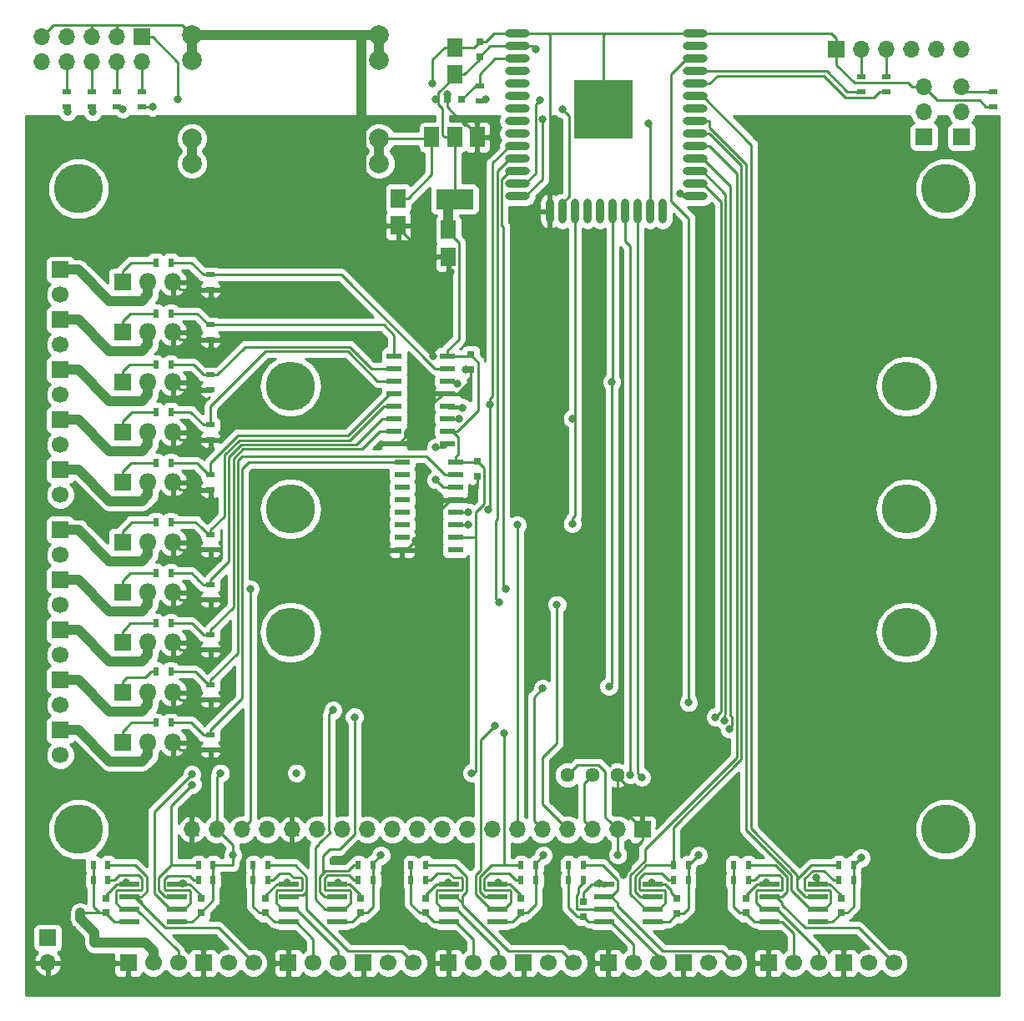
<source format=gbr>
G04 #@! TF.GenerationSoftware,KiCad,Pcbnew,6.0.0-rc1-unknown-59b0f55~66~ubuntu18.04.1*
G04 #@! TF.CreationDate,2018-12-02T19:46:27+01:00
G04 #@! TF.ProjectId,FloorHeatingCentral,466c6f6f-7248-4656-9174-696e6743656e,rev?*
G04 #@! TF.SameCoordinates,Original*
G04 #@! TF.FileFunction,Copper,L1,Top*
G04 #@! TF.FilePolarity,Positive*
%FSLAX46Y46*%
G04 Gerber Fmt 4.6, Leading zero omitted, Abs format (unit mm)*
G04 Created by KiCad (PCBNEW 6.0.0-rc1-unknown-59b0f55~66~ubuntu18.04.1) date So 02 Dez 2018 19:46:27 CET*
%MOMM*%
%LPD*%
G01*
G04 APERTURE LIST*
G04 #@! TA.AperFunction,WasherPad*
%ADD10O,5.000000X5.000000*%
G04 #@! TD*
G04 #@! TA.AperFunction,SMDPad,CuDef*
%ADD11R,0.500000X0.900000*%
G04 #@! TD*
G04 #@! TA.AperFunction,SMDPad,CuDef*
%ADD12R,2.000000X0.600000*%
G04 #@! TD*
G04 #@! TA.AperFunction,ComponentPad*
%ADD13C,1.700000*%
G04 #@! TD*
G04 #@! TA.AperFunction,ComponentPad*
%ADD14R,1.700000X1.700000*%
G04 #@! TD*
G04 #@! TA.AperFunction,ComponentPad*
%ADD15C,1.440000*%
G04 #@! TD*
G04 #@! TA.AperFunction,WasherPad*
%ADD16C,5.000000*%
G04 #@! TD*
G04 #@! TA.AperFunction,ComponentPad*
%ADD17O,1.700000X1.700000*%
G04 #@! TD*
G04 #@! TA.AperFunction,SMDPad,CuDef*
%ADD18R,0.750000X0.800000*%
G04 #@! TD*
G04 #@! TA.AperFunction,SMDPad,CuDef*
%ADD19R,3.800000X2.000000*%
G04 #@! TD*
G04 #@! TA.AperFunction,SMDPad,CuDef*
%ADD20R,1.500000X2.000000*%
G04 #@! TD*
G04 #@! TA.AperFunction,ComponentPad*
%ADD21C,2.000000*%
G04 #@! TD*
G04 #@! TA.AperFunction,SMDPad,CuDef*
%ADD22R,0.900000X0.500000*%
G04 #@! TD*
G04 #@! TA.AperFunction,SMDPad,CuDef*
%ADD23R,1.500000X1.950000*%
G04 #@! TD*
G04 #@! TA.AperFunction,SMDPad,CuDef*
%ADD24R,0.800000X0.750000*%
G04 #@! TD*
G04 #@! TA.AperFunction,ComponentPad*
%ADD25R,1.800000X1.800000*%
G04 #@! TD*
G04 #@! TA.AperFunction,ComponentPad*
%ADD26O,1.800000X1.800000*%
G04 #@! TD*
G04 #@! TA.AperFunction,SMDPad,CuDef*
%ADD27O,2.500000X0.900000*%
G04 #@! TD*
G04 #@! TA.AperFunction,SMDPad,CuDef*
%ADD28O,0.900000X2.500000*%
G04 #@! TD*
G04 #@! TA.AperFunction,SMDPad,CuDef*
%ADD29R,6.000000X6.000000*%
G04 #@! TD*
G04 #@! TA.AperFunction,SMDPad,CuDef*
%ADD30R,1.550000X0.600000*%
G04 #@! TD*
G04 #@! TA.AperFunction,ViaPad*
%ADD31C,0.800000*%
G04 #@! TD*
G04 #@! TA.AperFunction,Conductor*
%ADD32C,0.250000*%
G04 #@! TD*
G04 #@! TA.AperFunction,Conductor*
%ADD33C,1.000000*%
G04 #@! TD*
G04 #@! TA.AperFunction,Conductor*
%ADD34C,0.254000*%
G04 #@! TD*
G04 APERTURE END LIST*
D10*
G04 #@! TO.P,H2,*
G04 #@! TO.N,*
X190000000Y-112500000D03*
X190000000Y-87500000D03*
X190000000Y-100000000D03*
G04 #@! TD*
G04 #@! TO.P,H1,*
G04 #@! TO.N,*
X127500000Y-112500000D03*
X127500000Y-87500000D03*
X127500000Y-100000000D03*
G04 #@! TD*
D11*
G04 #@! TO.P,R48,1*
G04 #@! TO.N,/sheet5C0169FE/GATE*
X115350000Y-121690000D03*
G04 #@! TO.P,R48,2*
G04 #@! TO.N,Net-(Q10-Pad1)*
X113850000Y-121690000D03*
G04 #@! TD*
G04 #@! TO.P,R47,1*
G04 #@! TO.N,/sheet5C0169FB/GATE*
X115350000Y-116498888D03*
G04 #@! TO.P,R47,2*
G04 #@! TO.N,Net-(Q9-Pad1)*
X113850000Y-116498888D03*
G04 #@! TD*
G04 #@! TO.P,R46,1*
G04 #@! TO.N,/sheet5C016540/GATE*
X115350000Y-111600000D03*
G04 #@! TO.P,R46,2*
G04 #@! TO.N,Net-(Q8-Pad1)*
X113850000Y-111600000D03*
G04 #@! TD*
G04 #@! TO.P,R45,1*
G04 #@! TO.N,/sheet5C01653D/GATE*
X115350000Y-106516666D03*
G04 #@! TO.P,R45,2*
G04 #@! TO.N,Net-(Q7-Pad1)*
X113850000Y-106516666D03*
G04 #@! TD*
G04 #@! TO.P,R44,1*
G04 #@! TO.N,/sheet5C01653A/GATE*
X115350000Y-101325555D03*
G04 #@! TO.P,R44,2*
G04 #@! TO.N,Net-(Q6-Pad1)*
X113850000Y-101325555D03*
G04 #@! TD*
G04 #@! TO.P,R43,1*
G04 #@! TO.N,/sheet5C016537/GATE*
X115350000Y-95334444D03*
G04 #@! TO.P,R43,2*
G04 #@! TO.N,Net-(Q5-Pad1)*
X113850000Y-95334444D03*
G04 #@! TD*
G04 #@! TO.P,R42,1*
G04 #@! TO.N,/sheet5C0163DC/GATE*
X115350000Y-90143333D03*
G04 #@! TO.P,R42,2*
G04 #@! TO.N,Net-(Q4-Pad1)*
X113850000Y-90143333D03*
G04 #@! TD*
G04 #@! TO.P,R41,1*
G04 #@! TO.N,/sheet5C0163D9/GATE*
X115350000Y-85352222D03*
G04 #@! TO.P,R41,2*
G04 #@! TO.N,Net-(Q3-Pad1)*
X113850000Y-85352222D03*
G04 #@! TD*
G04 #@! TO.P,R40,1*
G04 #@! TO.N,/sheet5C0162C8/GATE*
X115350000Y-80161111D03*
G04 #@! TO.P,R40,2*
G04 #@! TO.N,Net-(Q2-Pad1)*
X113850000Y-80161111D03*
G04 #@! TD*
G04 #@! TO.P,R39,1*
G04 #@! TO.N,/ActuatorConn/GATE*
X115350000Y-74970000D03*
G04 #@! TO.P,R39,2*
G04 #@! TO.N,Net-(Q1-Pad1)*
X113850000Y-74970000D03*
G04 #@! TD*
D12*
G04 #@! TO.P,U2,1*
G04 #@! TO.N,+3V3*
X116020000Y-141875000D03*
G04 #@! TO.P,U2,2*
G04 #@! TO.N,/INP0*
X116020000Y-140605000D03*
G04 #@! TO.P,U2,4*
G04 #@! TO.N,GND*
X116020000Y-138065000D03*
G04 #@! TO.P,U2,5*
X111120000Y-138065000D03*
G04 #@! TO.P,U2,6*
G04 #@! TO.N,Net-(J16-Pad3)*
X111120000Y-139335000D03*
G04 #@! TO.P,U2,7*
G04 #@! TO.N,Net-(J15-Pad3)*
X111120000Y-140605000D03*
G04 #@! TO.P,U2,8*
G04 #@! TO.N,+5V*
X111120000Y-141875000D03*
G04 #@! TO.P,U2,3*
G04 #@! TO.N,/INP1*
X116020000Y-139335000D03*
G04 #@! TD*
D13*
G04 #@! TO.P,J14,2*
G04 #@! TO.N,+24V*
X104140000Y-124960000D03*
D14*
G04 #@! TO.P,J14,1*
G04 #@! TO.N,Net-(J14-Pad1)*
X104140000Y-122420000D03*
G04 #@! TD*
D13*
G04 #@! TO.P,J13,2*
G04 #@! TO.N,+24V*
X104140000Y-119880000D03*
D14*
G04 #@! TO.P,J13,1*
G04 #@! TO.N,Net-(J13-Pad1)*
X104140000Y-117340000D03*
G04 #@! TD*
D13*
G04 #@! TO.P,J12,2*
G04 #@! TO.N,+24V*
X104140000Y-114800000D03*
D14*
G04 #@! TO.P,J12,1*
G04 #@! TO.N,Net-(J12-Pad1)*
X104140000Y-112260000D03*
G04 #@! TD*
D13*
G04 #@! TO.P,J11,2*
G04 #@! TO.N,+24V*
X104140000Y-109720000D03*
D14*
G04 #@! TO.P,J11,1*
G04 #@! TO.N,Net-(J11-Pad1)*
X104140000Y-107180000D03*
G04 #@! TD*
D13*
G04 #@! TO.P,J10,2*
G04 #@! TO.N,+24V*
X104140000Y-104640000D03*
D14*
G04 #@! TO.P,J10,1*
G04 #@! TO.N,Net-(J10-Pad1)*
X104140000Y-102100000D03*
G04 #@! TD*
D13*
G04 #@! TO.P,J9,2*
G04 #@! TO.N,+24V*
X104140000Y-98560000D03*
D14*
G04 #@! TO.P,J9,1*
G04 #@! TO.N,Net-(J9-Pad1)*
X104140000Y-96020000D03*
G04 #@! TD*
D13*
G04 #@! TO.P,J8,2*
G04 #@! TO.N,+24V*
X104140000Y-93480000D03*
D14*
G04 #@! TO.P,J8,1*
G04 #@! TO.N,Net-(J8-Pad1)*
X104140000Y-90940000D03*
G04 #@! TD*
D13*
G04 #@! TO.P,J7,2*
G04 #@! TO.N,+24V*
X104140000Y-88400000D03*
D14*
G04 #@! TO.P,J7,1*
G04 #@! TO.N,Net-(J7-Pad1)*
X104140000Y-85860000D03*
G04 #@! TD*
D13*
G04 #@! TO.P,J6,2*
G04 #@! TO.N,+24V*
X104140000Y-83320000D03*
D14*
G04 #@! TO.P,J6,1*
G04 #@! TO.N,Net-(J6-Pad1)*
X104140000Y-80780000D03*
G04 #@! TD*
D13*
G04 #@! TO.P,J5,2*
G04 #@! TO.N,+24V*
X104140000Y-78240000D03*
D14*
G04 #@! TO.P,J5,1*
G04 #@! TO.N,Net-(J5-Pad1)*
X104140000Y-75700000D03*
G04 #@! TD*
D13*
G04 #@! TO.P,J24,3*
G04 #@! TO.N,Net-(J24-Pad3)*
X188690000Y-146050000D03*
G04 #@! TO.P,J24,2*
G04 #@! TO.N,+5V*
X186150000Y-146050000D03*
D14*
G04 #@! TO.P,J24,1*
G04 #@! TO.N,GND*
X183610000Y-146050000D03*
G04 #@! TD*
D13*
G04 #@! TO.P,J23,3*
G04 #@! TO.N,Net-(J23-Pad3)*
X181070000Y-146050000D03*
G04 #@! TO.P,J23,2*
G04 #@! TO.N,+5V*
X178530000Y-146050000D03*
D14*
G04 #@! TO.P,J23,1*
G04 #@! TO.N,GND*
X175990000Y-146050000D03*
G04 #@! TD*
D13*
G04 #@! TO.P,J22,3*
G04 #@! TO.N,Net-(J22-Pad3)*
X172450000Y-146050000D03*
G04 #@! TO.P,J22,2*
G04 #@! TO.N,+5V*
X169910000Y-146050000D03*
D14*
G04 #@! TO.P,J22,1*
G04 #@! TO.N,GND*
X167370000Y-146050000D03*
G04 #@! TD*
D13*
G04 #@! TO.P,J21,3*
G04 #@! TO.N,Net-(J21-Pad3)*
X164830000Y-146050000D03*
G04 #@! TO.P,J21,2*
G04 #@! TO.N,+5V*
X162290000Y-146050000D03*
D14*
G04 #@! TO.P,J21,1*
G04 #@! TO.N,GND*
X159750000Y-146050000D03*
G04 #@! TD*
D13*
G04 #@! TO.P,J20,3*
G04 #@! TO.N,Net-(J20-Pad3)*
X156210000Y-146050000D03*
G04 #@! TO.P,J20,2*
G04 #@! TO.N,+5V*
X153670000Y-146050000D03*
D14*
G04 #@! TO.P,J20,1*
G04 #@! TO.N,GND*
X151130000Y-146050000D03*
G04 #@! TD*
D13*
G04 #@! TO.P,J19,3*
G04 #@! TO.N,Net-(J19-Pad3)*
X148590000Y-146050000D03*
G04 #@! TO.P,J19,2*
G04 #@! TO.N,+5V*
X146050000Y-146050000D03*
D14*
G04 #@! TO.P,J19,1*
G04 #@! TO.N,GND*
X143510000Y-146050000D03*
G04 #@! TD*
D13*
G04 #@! TO.P,J18,3*
G04 #@! TO.N,Net-(J18-Pad3)*
X139970000Y-146050000D03*
G04 #@! TO.P,J18,2*
G04 #@! TO.N,+5V*
X137430000Y-146050000D03*
D14*
G04 #@! TO.P,J18,1*
G04 #@! TO.N,GND*
X134890000Y-146050000D03*
G04 #@! TD*
D13*
G04 #@! TO.P,J17,3*
G04 #@! TO.N,Net-(J17-Pad3)*
X132350000Y-146050000D03*
G04 #@! TO.P,J17,2*
G04 #@! TO.N,+5V*
X129810000Y-146050000D03*
D14*
G04 #@! TO.P,J17,1*
G04 #@! TO.N,GND*
X127270000Y-146050000D03*
G04 #@! TD*
G04 #@! TO.P,J16,1*
G04 #@! TO.N,GND*
X118650000Y-146050000D03*
D13*
G04 #@! TO.P,J16,2*
G04 #@! TO.N,+5V*
X121190000Y-146050000D03*
G04 #@! TO.P,J16,3*
G04 #@! TO.N,Net-(J16-Pad3)*
X123730000Y-146050000D03*
G04 #@! TD*
D14*
G04 #@! TO.P,J15,1*
G04 #@! TO.N,GND*
X111030000Y-146050000D03*
D13*
G04 #@! TO.P,J15,2*
G04 #@! TO.N,+5V*
X113570000Y-146050000D03*
G04 #@! TO.P,J15,3*
G04 #@! TO.N,Net-(J15-Pad3)*
X116110000Y-146050000D03*
G04 #@! TD*
D15*
G04 #@! TO.P,RV1,1*
G04 #@! TO.N,GND*
X160655000Y-127000000D03*
G04 #@! TO.P,RV1,2*
G04 #@! TO.N,Net-(J3-Pad3)*
X158115000Y-127000000D03*
G04 #@! TO.P,RV1,3*
G04 #@! TO.N,+3V3*
X155575000Y-127000000D03*
G04 #@! TD*
D16*
G04 #@! TO.P,J3,*
G04 #@! TO.N,*
X194000000Y-132500000D03*
X194000000Y-67500000D03*
X106000000Y-67500000D03*
X106000000Y-132500000D03*
D14*
G04 #@! TO.P,J3,1*
G04 #@! TO.N,GND*
X163220000Y-132500794D03*
D17*
G04 #@! TO.P,J3,2*
G04 #@! TO.N,+3V3*
X160680000Y-132500794D03*
G04 #@! TO.P,J3,3*
G04 #@! TO.N,Net-(J3-Pad3)*
X158140000Y-132500794D03*
G04 #@! TO.P,J3,4*
G04 #@! TO.N,/DISP_CS*
X155600000Y-132500794D03*
G04 #@! TO.P,J3,5*
G04 #@! TO.N,/SPI2MOSI*
X153060000Y-132500794D03*
G04 #@! TO.P,J3,6*
G04 #@! TO.N,/SPI2CLK*
X150520000Y-132500794D03*
G04 #@! TO.P,J3,7*
G04 #@! TO.N,N/C*
X147980000Y-132500794D03*
G04 #@! TO.P,J3,8*
X145440000Y-132500794D03*
G04 #@! TO.P,J3,9*
X142900000Y-132500794D03*
G04 #@! TO.P,J3,10*
X140360000Y-132500794D03*
G04 #@! TO.P,J3,11*
X137820000Y-132500794D03*
G04 #@! TO.P,J3,12*
X135280000Y-132500794D03*
G04 #@! TO.P,J3,13*
X132740000Y-132500794D03*
G04 #@! TO.P,J3,14*
X130200000Y-132500794D03*
G04 #@! TO.P,J3,15*
G04 #@! TO.N,GND*
X127660000Y-132500794D03*
G04 #@! TO.P,J3,16*
G04 #@! TO.N,N/C*
X125120000Y-132500794D03*
G04 #@! TO.P,J3,17*
G04 #@! TO.N,/DISP_RST*
X122580000Y-132500794D03*
G04 #@! TO.P,J3,18*
G04 #@! TO.N,+3V3*
X120040000Y-132500794D03*
G04 #@! TO.P,J3,19*
G04 #@! TO.N,GND*
X117500000Y-132500794D03*
G04 #@! TD*
D18*
G04 #@! TO.P,C17,2*
G04 #@! TO.N,+3V3*
X145810000Y-84340000D03*
G04 #@! TO.P,C17,1*
G04 #@! TO.N,GND*
X145810000Y-85840000D03*
G04 #@! TD*
G04 #@! TO.P,C16,2*
G04 #@! TO.N,+3V3*
X146445000Y-95135000D03*
G04 #@! TO.P,C16,1*
G04 #@! TO.N,GND*
X146445000Y-96635000D03*
G04 #@! TD*
D14*
G04 #@! TO.P,J26,1*
G04 #@! TO.N,+24V*
X102870000Y-143510000D03*
D17*
G04 #@! TO.P,J26,2*
G04 #@! TO.N,GND*
X102870000Y-146050000D03*
G04 #@! TD*
D14*
G04 #@! TO.P,J25,1*
G04 #@! TO.N,+3V3*
X112395000Y-52070000D03*
D17*
G04 #@! TO.P,J25,2*
G04 #@! TO.N,Net-(J25-Pad2)*
X112395000Y-54610000D03*
G04 #@! TO.P,J25,3*
G04 #@! TO.N,GND*
X109855000Y-52070000D03*
G04 #@! TO.P,J25,4*
G04 #@! TO.N,Net-(J25-Pad4)*
X109855000Y-54610000D03*
G04 #@! TO.P,J25,5*
G04 #@! TO.N,GND*
X107315000Y-52070000D03*
G04 #@! TO.P,J25,6*
G04 #@! TO.N,Net-(J25-Pad6)*
X107315000Y-54610000D03*
G04 #@! TO.P,J25,7*
G04 #@! TO.N,N/C*
X104775000Y-52070000D03*
G04 #@! TO.P,J25,8*
G04 #@! TO.N,Net-(J25-Pad8)*
X104775000Y-54610000D03*
G04 #@! TO.P,J25,9*
G04 #@! TO.N,GND*
X102235000Y-52070000D03*
G04 #@! TO.P,J25,10*
G04 #@! TO.N,N/C*
X102235000Y-54610000D03*
G04 #@! TD*
D19*
G04 #@! TO.P,U10,2*
G04 #@! TO.N,+3V3*
X144145000Y-68555000D03*
D20*
X144145000Y-62255000D03*
G04 #@! TO.P,U10,3*
G04 #@! TO.N,+5V*
X141845000Y-62255000D03*
G04 #@! TO.P,U10,1*
G04 #@! TO.N,GND*
X146445000Y-62255000D03*
G04 #@! TD*
D21*
G04 #@! TO.P,U9,4*
G04 #@! TO.N,GND*
X136500000Y-54420000D03*
X136500000Y-51920000D03*
G04 #@! TO.P,U9,3*
G04 #@! TO.N,+5V*
X136500000Y-64920000D03*
X136500000Y-62420000D03*
G04 #@! TO.P,U9,1*
G04 #@! TO.N,+24V*
X117500000Y-64920000D03*
X117500000Y-62420000D03*
G04 #@! TO.P,U9,2*
G04 #@! TO.N,GND*
X117500000Y-54420000D03*
X117500000Y-51920000D03*
G04 #@! TD*
D22*
G04 #@! TO.P,R38,1*
G04 #@! TO.N,/JTAG_TDI*
X104775000Y-59170000D03*
G04 #@! TO.P,R38,2*
G04 #@! TO.N,Net-(J25-Pad8)*
X104775000Y-57670000D03*
G04 #@! TD*
G04 #@! TO.P,R37,1*
G04 #@! TO.N,/JTAG_TDO*
X107315000Y-59170000D03*
G04 #@! TO.P,R37,2*
G04 #@! TO.N,Net-(J25-Pad6)*
X107315000Y-57670000D03*
G04 #@! TD*
G04 #@! TO.P,R36,1*
G04 #@! TO.N,/JTAG_TCK*
X109855000Y-59170000D03*
G04 #@! TO.P,R36,2*
G04 #@! TO.N,Net-(J25-Pad4)*
X109855000Y-57670000D03*
G04 #@! TD*
G04 #@! TO.P,R35,1*
G04 #@! TO.N,/JTAG_TMS*
X112395000Y-59170000D03*
G04 #@! TO.P,R35,2*
G04 #@! TO.N,Net-(J25-Pad2)*
X112395000Y-57670000D03*
G04 #@! TD*
D23*
G04 #@! TO.P,C15,1*
G04 #@! TO.N,+3V3*
X143510000Y-71650000D03*
G04 #@! TO.P,C15,2*
G04 #@! TO.N,GND*
X143510000Y-74400000D03*
G04 #@! TD*
G04 #@! TO.P,C14,1*
G04 #@! TO.N,+5V*
X138430000Y-68475000D03*
G04 #@! TO.P,C14,2*
G04 #@! TO.N,GND*
X138430000Y-71225000D03*
G04 #@! TD*
D24*
G04 #@! TO.P,C1,1*
G04 #@! TO.N,Net-(C1-Pad1)*
X144895000Y-58420000D03*
G04 #@! TO.P,C1,2*
G04 #@! TO.N,GND*
X143395000Y-58420000D03*
G04 #@! TD*
D23*
G04 #@! TO.P,C2,2*
G04 #@! TO.N,GND*
X144145000Y-53130000D03*
G04 #@! TO.P,C2,1*
G04 #@! TO.N,+3V3*
X144145000Y-55880000D03*
G04 #@! TD*
D18*
G04 #@! TO.P,C3,2*
G04 #@! TO.N,GND*
X146685000Y-52590000D03*
G04 #@! TO.P,C3,1*
G04 #@! TO.N,+3V3*
X146685000Y-54090000D03*
G04 #@! TD*
D14*
G04 #@! TO.P,J1,1*
G04 #@! TO.N,+3V3*
X191770000Y-62230000D03*
D17*
G04 #@! TO.P,J1,2*
G04 #@! TO.N,Net-(J1-Pad2)*
X191770000Y-59690000D03*
G04 #@! TO.P,J1,3*
G04 #@! TO.N,GND*
X191770000Y-57150000D03*
G04 #@! TD*
D14*
G04 #@! TO.P,J2,1*
G04 #@! TO.N,N/C*
X195580000Y-62230000D03*
D17*
G04 #@! TO.P,J2,2*
G04 #@! TO.N,/IO0*
X195580000Y-59690000D03*
G04 #@! TO.P,J2,3*
G04 #@! TO.N,Net-(J2-Pad3)*
X195580000Y-57150000D03*
G04 #@! TD*
G04 #@! TO.P,J4,6*
G04 #@! TO.N,N/C*
X195580000Y-53340000D03*
G04 #@! TO.P,J4,5*
X193040000Y-53340000D03*
G04 #@! TO.P,J4,4*
X190500000Y-53340000D03*
G04 #@! TO.P,J4,3*
G04 #@! TO.N,Net-(J4-Pad3)*
X187960000Y-53340000D03*
G04 #@! TO.P,J4,2*
G04 #@! TO.N,Net-(J4-Pad2)*
X185420000Y-53340000D03*
D14*
G04 #@! TO.P,J4,1*
G04 #@! TO.N,GND*
X182880000Y-53340000D03*
G04 #@! TD*
D25*
G04 #@! TO.P,Q1,1*
G04 #@! TO.N,Net-(Q1-Pad1)*
X110490000Y-76970000D03*
D26*
G04 #@! TO.P,Q1,2*
G04 #@! TO.N,Net-(J5-Pad1)*
X113030000Y-76970000D03*
G04 #@! TO.P,Q1,3*
G04 #@! TO.N,GND*
X115570000Y-76970000D03*
G04 #@! TD*
G04 #@! TO.P,Q2,3*
G04 #@! TO.N,GND*
X115570000Y-82050000D03*
G04 #@! TO.P,Q2,2*
G04 #@! TO.N,Net-(J6-Pad1)*
X113030000Y-82050000D03*
D25*
G04 #@! TO.P,Q2,1*
G04 #@! TO.N,Net-(Q2-Pad1)*
X110490000Y-82050000D03*
G04 #@! TD*
G04 #@! TO.P,Q3,1*
G04 #@! TO.N,Net-(Q3-Pad1)*
X110490000Y-87130000D03*
D26*
G04 #@! TO.P,Q3,2*
G04 #@! TO.N,Net-(J7-Pad1)*
X113030000Y-87130000D03*
G04 #@! TO.P,Q3,3*
G04 #@! TO.N,GND*
X115570000Y-87130000D03*
G04 #@! TD*
G04 #@! TO.P,Q4,3*
G04 #@! TO.N,GND*
X115570000Y-92210000D03*
G04 #@! TO.P,Q4,2*
G04 #@! TO.N,Net-(J8-Pad1)*
X113030000Y-92210000D03*
D25*
G04 #@! TO.P,Q4,1*
G04 #@! TO.N,Net-(Q4-Pad1)*
X110490000Y-92210000D03*
G04 #@! TD*
G04 #@! TO.P,Q5,1*
G04 #@! TO.N,Net-(Q5-Pad1)*
X110490000Y-97290000D03*
D26*
G04 #@! TO.P,Q5,2*
G04 #@! TO.N,Net-(J9-Pad1)*
X113030000Y-97290000D03*
G04 #@! TO.P,Q5,3*
G04 #@! TO.N,GND*
X115570000Y-97290000D03*
G04 #@! TD*
G04 #@! TO.P,Q6,3*
G04 #@! TO.N,GND*
X115570000Y-103370000D03*
G04 #@! TO.P,Q6,2*
G04 #@! TO.N,Net-(J10-Pad1)*
X113030000Y-103370000D03*
D25*
G04 #@! TO.P,Q6,1*
G04 #@! TO.N,Net-(Q6-Pad1)*
X110490000Y-103370000D03*
G04 #@! TD*
D26*
G04 #@! TO.P,Q7,3*
G04 #@! TO.N,GND*
X115570000Y-108450000D03*
G04 #@! TO.P,Q7,2*
G04 #@! TO.N,Net-(J11-Pad1)*
X113030000Y-108450000D03*
D25*
G04 #@! TO.P,Q7,1*
G04 #@! TO.N,Net-(Q7-Pad1)*
X110490000Y-108450000D03*
G04 #@! TD*
G04 #@! TO.P,Q8,1*
G04 #@! TO.N,Net-(Q8-Pad1)*
X110490000Y-113530000D03*
D26*
G04 #@! TO.P,Q8,2*
G04 #@! TO.N,Net-(J12-Pad1)*
X113030000Y-113530000D03*
G04 #@! TO.P,Q8,3*
G04 #@! TO.N,GND*
X115570000Y-113530000D03*
G04 #@! TD*
G04 #@! TO.P,Q9,3*
G04 #@! TO.N,GND*
X115570000Y-118610000D03*
G04 #@! TO.P,Q9,2*
G04 #@! TO.N,Net-(J13-Pad1)*
X113030000Y-118610000D03*
D25*
G04 #@! TO.P,Q9,1*
G04 #@! TO.N,Net-(Q9-Pad1)*
X110490000Y-118610000D03*
G04 #@! TD*
G04 #@! TO.P,Q10,1*
G04 #@! TO.N,Net-(Q10-Pad1)*
X110490000Y-123690000D03*
D26*
G04 #@! TO.P,Q10,2*
G04 #@! TO.N,Net-(J14-Pad1)*
X113030000Y-123690000D03*
G04 #@! TO.P,Q10,3*
G04 #@! TO.N,GND*
X115570000Y-123690000D03*
G04 #@! TD*
D22*
G04 #@! TO.P,R1,2*
G04 #@! TO.N,Net-(C1-Pad1)*
X146685000Y-57035000D03*
G04 #@! TO.P,R1,1*
G04 #@! TO.N,Net-(J1-Pad2)*
X146685000Y-58535000D03*
G04 #@! TD*
G04 #@! TO.P,R2,2*
G04 #@! TO.N,Net-(J2-Pad3)*
X198755000Y-57670000D03*
G04 #@! TO.P,R2,1*
G04 #@! TO.N,GND*
X198755000Y-59170000D03*
G04 #@! TD*
G04 #@! TO.P,R3,2*
G04 #@! TO.N,Net-(R3-Pad2)*
X185420000Y-57646000D03*
G04 #@! TO.P,R3,1*
G04 #@! TO.N,Net-(J4-Pad2)*
X185420000Y-56146000D03*
G04 #@! TD*
G04 #@! TO.P,R4,1*
G04 #@! TO.N,Net-(J4-Pad3)*
X187960000Y-56146000D03*
G04 #@! TO.P,R4,2*
G04 #@! TO.N,Net-(R4-Pad2)*
X187960000Y-57646000D03*
G04 #@! TD*
G04 #@! TO.P,R5,1*
G04 #@! TO.N,/ActuatorConn/GATE*
X119380000Y-76220000D03*
G04 #@! TO.P,R5,2*
G04 #@! TO.N,GND*
X119380000Y-77720000D03*
G04 #@! TD*
G04 #@! TO.P,R6,2*
G04 #@! TO.N,GND*
X119380000Y-82800000D03*
G04 #@! TO.P,R6,1*
G04 #@! TO.N,/sheet5C0162C8/GATE*
X119380000Y-81300000D03*
G04 #@! TD*
G04 #@! TO.P,R7,1*
G04 #@! TO.N,/sheet5C0163D9/GATE*
X119380000Y-86380000D03*
G04 #@! TO.P,R7,2*
G04 #@! TO.N,GND*
X119380000Y-87880000D03*
G04 #@! TD*
G04 #@! TO.P,R8,1*
G04 #@! TO.N,/sheet5C0163DC/GATE*
X119380000Y-91460000D03*
G04 #@! TO.P,R8,2*
G04 #@! TO.N,GND*
X119380000Y-92960000D03*
G04 #@! TD*
G04 #@! TO.P,R9,1*
G04 #@! TO.N,/sheet5C016537/GATE*
X119380000Y-96540000D03*
G04 #@! TO.P,R9,2*
G04 #@! TO.N,GND*
X119380000Y-98040000D03*
G04 #@! TD*
G04 #@! TO.P,R10,1*
G04 #@! TO.N,/sheet5C01653A/GATE*
X119380000Y-102620000D03*
G04 #@! TO.P,R10,2*
G04 #@! TO.N,GND*
X119380000Y-104120000D03*
G04 #@! TD*
G04 #@! TO.P,R11,1*
G04 #@! TO.N,/sheet5C01653D/GATE*
X119380000Y-107700000D03*
G04 #@! TO.P,R11,2*
G04 #@! TO.N,GND*
X119380000Y-109200000D03*
G04 #@! TD*
G04 #@! TO.P,R12,1*
G04 #@! TO.N,/sheet5C016540/GATE*
X119380000Y-112780000D03*
G04 #@! TO.P,R12,2*
G04 #@! TO.N,GND*
X119380000Y-114280000D03*
G04 #@! TD*
G04 #@! TO.P,R13,1*
G04 #@! TO.N,/sheet5C0169FB/GATE*
X119380000Y-117860000D03*
G04 #@! TO.P,R13,2*
G04 #@! TO.N,GND*
X119380000Y-119360000D03*
G04 #@! TD*
G04 #@! TO.P,R14,2*
G04 #@! TO.N,GND*
X119380000Y-124440000D03*
G04 #@! TO.P,R14,1*
G04 #@! TO.N,/sheet5C0169FE/GATE*
X119380000Y-122940000D03*
G04 #@! TD*
D11*
G04 #@! TO.P,R15,1*
G04 #@! TO.N,+3V3*
X119654000Y-137684000D03*
G04 #@! TO.P,R15,2*
G04 #@! TO.N,/INP0*
X118154000Y-137684000D03*
G04 #@! TD*
G04 #@! TO.P,R16,2*
G04 #@! TO.N,+3V3*
X119654000Y-136160000D03*
G04 #@! TO.P,R16,1*
G04 #@! TO.N,/INP1*
X118154000Y-136160000D03*
G04 #@! TD*
G04 #@! TO.P,R17,1*
G04 #@! TO.N,+5V*
X107486000Y-137684000D03*
G04 #@! TO.P,R17,2*
G04 #@! TO.N,Net-(J15-Pad3)*
X108986000Y-137684000D03*
G04 #@! TD*
G04 #@! TO.P,R18,1*
G04 #@! TO.N,Net-(J16-Pad3)*
X108986000Y-136160000D03*
G04 #@! TO.P,R18,2*
G04 #@! TO.N,+5V*
X107486000Y-136160000D03*
G04 #@! TD*
G04 #@! TO.P,R19,1*
G04 #@! TO.N,+3V3*
X135894000Y-137684000D03*
G04 #@! TO.P,R19,2*
G04 #@! TO.N,/INP2*
X134394000Y-137684000D03*
G04 #@! TD*
G04 #@! TO.P,R20,2*
G04 #@! TO.N,+3V3*
X135894000Y-136160000D03*
G04 #@! TO.P,R20,1*
G04 #@! TO.N,/INP3*
X134394000Y-136160000D03*
G04 #@! TD*
G04 #@! TO.P,R21,1*
G04 #@! TO.N,+5V*
X123726000Y-137684000D03*
G04 #@! TO.P,R21,2*
G04 #@! TO.N,Net-(J17-Pad3)*
X125226000Y-137684000D03*
G04 #@! TD*
G04 #@! TO.P,R22,2*
G04 #@! TO.N,+5V*
X123726000Y-136160000D03*
G04 #@! TO.P,R22,1*
G04 #@! TO.N,Net-(J18-Pad3)*
X125226000Y-136160000D03*
G04 #@! TD*
G04 #@! TO.P,R23,1*
G04 #@! TO.N,+3V3*
X152388000Y-137684000D03*
G04 #@! TO.P,R23,2*
G04 #@! TO.N,/INP4*
X150888000Y-137684000D03*
G04 #@! TD*
G04 #@! TO.P,R24,2*
G04 #@! TO.N,+3V3*
X152388000Y-136160000D03*
G04 #@! TO.P,R24,1*
G04 #@! TO.N,/INP5*
X150888000Y-136160000D03*
G04 #@! TD*
G04 #@! TO.P,R25,1*
G04 #@! TO.N,+5V*
X139712000Y-137684000D03*
G04 #@! TO.P,R25,2*
G04 #@! TO.N,Net-(J19-Pad3)*
X141212000Y-137684000D03*
G04 #@! TD*
G04 #@! TO.P,R26,2*
G04 #@! TO.N,+5V*
X139712000Y-136160000D03*
G04 #@! TO.P,R26,1*
G04 #@! TO.N,Net-(J20-Pad3)*
X141212000Y-136160000D03*
G04 #@! TD*
G04 #@! TO.P,R27,1*
G04 #@! TO.N,+3V3*
X167866000Y-137684000D03*
G04 #@! TO.P,R27,2*
G04 #@! TO.N,/INP6*
X166366000Y-137684000D03*
G04 #@! TD*
G04 #@! TO.P,R28,2*
G04 #@! TO.N,+3V3*
X167866000Y-136160000D03*
G04 #@! TO.P,R28,1*
G04 #@! TO.N,/INP7*
X166366000Y-136160000D03*
G04 #@! TD*
G04 #@! TO.P,R29,1*
G04 #@! TO.N,+5V*
X155698000Y-137684000D03*
G04 #@! TO.P,R29,2*
G04 #@! TO.N,Net-(J21-Pad3)*
X157198000Y-137684000D03*
G04 #@! TD*
G04 #@! TO.P,R30,2*
G04 #@! TO.N,+5V*
X155698000Y-136160000D03*
G04 #@! TO.P,R30,1*
G04 #@! TO.N,Net-(J22-Pad3)*
X157198000Y-136160000D03*
G04 #@! TD*
G04 #@! TO.P,R31,2*
G04 #@! TO.N,/INP8*
X183114000Y-137684000D03*
G04 #@! TO.P,R31,1*
G04 #@! TO.N,+3V3*
X184614000Y-137684000D03*
G04 #@! TD*
G04 #@! TO.P,R32,2*
G04 #@! TO.N,+3V3*
X184614000Y-136160000D03*
G04 #@! TO.P,R32,1*
G04 #@! TO.N,/INP9*
X183114000Y-136160000D03*
G04 #@! TD*
G04 #@! TO.P,R33,2*
G04 #@! TO.N,Net-(J23-Pad3)*
X173946000Y-137684000D03*
G04 #@! TO.P,R33,1*
G04 #@! TO.N,+5V*
X172446000Y-137684000D03*
G04 #@! TD*
G04 #@! TO.P,R34,1*
G04 #@! TO.N,Net-(J24-Pad3)*
X173946000Y-136160000D03*
G04 #@! TO.P,R34,2*
G04 #@! TO.N,+5V*
X172446000Y-136160000D03*
G04 #@! TD*
D27*
G04 #@! TO.P,U1,38*
G04 #@! TO.N,GND*
X168525000Y-51750000D03*
G04 #@! TO.P,U1,37*
G04 #@! TO.N,N/C*
X168525000Y-53020000D03*
G04 #@! TO.P,U1,36*
G04 #@! TO.N,/INP2*
X168525000Y-54290000D03*
G04 #@! TO.P,U1,35*
G04 #@! TO.N,Net-(R3-Pad2)*
X168525000Y-55560000D03*
G04 #@! TO.P,U1,34*
G04 #@! TO.N,Net-(R4-Pad2)*
X168525000Y-56830000D03*
G04 #@! TO.P,U1,33*
G04 #@! TO.N,/INP9*
X168525000Y-58100000D03*
G04 #@! TO.P,U1,32*
G04 #@! TO.N,N/C*
X168525000Y-59370000D03*
G04 #@! TO.P,U1,31*
G04 #@! TO.N,/INP8*
X168525000Y-60640000D03*
G04 #@! TO.P,U1,30*
G04 #@! TO.N,/INP7*
X168525000Y-61910000D03*
G04 #@! TO.P,U1,29*
G04 #@! TO.N,/INP6*
X168525000Y-63180000D03*
G04 #@! TO.P,U1,28*
G04 #@! TO.N,/INP5*
X168525000Y-64450000D03*
G04 #@! TO.P,U1,27*
G04 #@! TO.N,/INP4*
X168525000Y-65720000D03*
G04 #@! TO.P,U1,26*
G04 #@! TO.N,/INP3*
X168525000Y-66990000D03*
G04 #@! TO.P,U1,25*
G04 #@! TO.N,/IO0*
X168525000Y-68260000D03*
D28*
G04 #@! TO.P,U1,24*
G04 #@! TO.N,N/C*
X165240000Y-69750000D03*
G04 #@! TO.P,U1,23*
G04 #@! TO.N,/JTAG_TDO*
X163970000Y-69750000D03*
G04 #@! TO.P,U1,22*
G04 #@! TO.N,/INP1*
X162700000Y-69750000D03*
G04 #@! TO.P,U1,21*
G04 #@! TO.N,/INP0*
X161430000Y-69750000D03*
G04 #@! TO.P,U1,20*
G04 #@! TO.N,/SPI2MOSI*
X160160000Y-69750000D03*
G04 #@! TO.P,U1,19*
G04 #@! TO.N,N/C*
X158890000Y-69750000D03*
G04 #@! TO.P,U1,18*
X157620000Y-69750000D03*
G04 #@! TO.P,U1,17*
G04 #@! TO.N,/SPI2CLK*
X156350000Y-69750000D03*
G04 #@! TO.P,U1,16*
G04 #@! TO.N,/JTAG_TCK*
X155080000Y-69750000D03*
G04 #@! TO.P,U1,15*
G04 #@! TO.N,GND*
X153810000Y-69750000D03*
D27*
G04 #@! TO.P,U1,14*
G04 #@! TO.N,/JTAG_TDI*
X150525000Y-68260000D03*
G04 #@! TO.P,U1,13*
G04 #@! TO.N,/JTAG_TMS*
X150525000Y-66990000D03*
G04 #@! TO.P,U1,12*
G04 #@! TO.N,/DISP_RST*
X150525000Y-65720000D03*
G04 #@! TO.P,U1,11*
G04 #@! TO.N,/DISP_CS*
X150525000Y-64450000D03*
G04 #@! TO.P,U1,10*
G04 #@! TO.N,/SR_LATCH*
X150525000Y-63180000D03*
G04 #@! TO.P,U1,9*
G04 #@! TO.N,N/C*
X150525000Y-61910000D03*
G04 #@! TO.P,U1,8*
X150525000Y-60640000D03*
G04 #@! TO.P,U1,7*
X150525000Y-59370000D03*
G04 #@! TO.P,U1,6*
X150525000Y-58100000D03*
G04 #@! TO.P,U1,5*
X150525000Y-56830000D03*
G04 #@! TO.P,U1,4*
X150525000Y-55560000D03*
G04 #@! TO.P,U1,3*
G04 #@! TO.N,Net-(C1-Pad1)*
X150525000Y-54290000D03*
G04 #@! TO.P,U1,2*
G04 #@! TO.N,+3V3*
X150525000Y-53020000D03*
G04 #@! TO.P,U1,1*
G04 #@! TO.N,GND*
X150525000Y-51750000D03*
D29*
G04 #@! TO.P,U1,39*
X159225000Y-59450000D03*
G04 #@! TD*
D12*
G04 #@! TO.P,U3,1*
G04 #@! TO.N,+3V3*
X132260000Y-141875000D03*
G04 #@! TO.P,U3,2*
G04 #@! TO.N,/INP2*
X132260000Y-140605000D03*
G04 #@! TO.P,U3,4*
G04 #@! TO.N,GND*
X132260000Y-138065000D03*
G04 #@! TO.P,U3,5*
X127360000Y-138065000D03*
G04 #@! TO.P,U3,6*
G04 #@! TO.N,Net-(J18-Pad3)*
X127360000Y-139335000D03*
G04 #@! TO.P,U3,7*
G04 #@! TO.N,Net-(J17-Pad3)*
X127360000Y-140605000D03*
G04 #@! TO.P,U3,8*
G04 #@! TO.N,+5V*
X127360000Y-141875000D03*
G04 #@! TO.P,U3,3*
G04 #@! TO.N,/INP3*
X132260000Y-139335000D03*
G04 #@! TD*
G04 #@! TO.P,U4,3*
G04 #@! TO.N,/INP5*
X148500000Y-139335000D03*
G04 #@! TO.P,U4,8*
G04 #@! TO.N,+5V*
X143600000Y-141875000D03*
G04 #@! TO.P,U4,7*
G04 #@! TO.N,Net-(J19-Pad3)*
X143600000Y-140605000D03*
G04 #@! TO.P,U4,6*
G04 #@! TO.N,Net-(J20-Pad3)*
X143600000Y-139335000D03*
G04 #@! TO.P,U4,5*
G04 #@! TO.N,GND*
X143600000Y-138065000D03*
G04 #@! TO.P,U4,4*
X148500000Y-138065000D03*
G04 #@! TO.P,U4,2*
G04 #@! TO.N,/INP4*
X148500000Y-140605000D03*
G04 #@! TO.P,U4,1*
G04 #@! TO.N,+3V3*
X148500000Y-141875000D03*
G04 #@! TD*
G04 #@! TO.P,U5,1*
G04 #@! TO.N,+3V3*
X164223288Y-141875000D03*
G04 #@! TO.P,U5,2*
G04 #@! TO.N,/INP6*
X164223288Y-140605000D03*
G04 #@! TO.P,U5,4*
G04 #@! TO.N,GND*
X164223288Y-138065000D03*
G04 #@! TO.P,U5,5*
X159323288Y-138065000D03*
G04 #@! TO.P,U5,6*
G04 #@! TO.N,Net-(J22-Pad3)*
X159323288Y-139335000D03*
G04 #@! TO.P,U5,7*
G04 #@! TO.N,Net-(J21-Pad3)*
X159323288Y-140605000D03*
G04 #@! TO.P,U5,8*
G04 #@! TO.N,+5V*
X159323288Y-141875000D03*
G04 #@! TO.P,U5,3*
G04 #@! TO.N,/INP7*
X164223288Y-139335000D03*
G04 #@! TD*
G04 #@! TO.P,U6,1*
G04 #@! TO.N,+3V3*
X180980000Y-141875000D03*
G04 #@! TO.P,U6,2*
G04 #@! TO.N,/INP8*
X180980000Y-140605000D03*
G04 #@! TO.P,U6,4*
G04 #@! TO.N,GND*
X180980000Y-138065000D03*
G04 #@! TO.P,U6,5*
X176080000Y-138065000D03*
G04 #@! TO.P,U6,6*
G04 #@! TO.N,Net-(J24-Pad3)*
X176080000Y-139335000D03*
G04 #@! TO.P,U6,7*
G04 #@! TO.N,Net-(J23-Pad3)*
X176080000Y-140605000D03*
G04 #@! TO.P,U6,8*
G04 #@! TO.N,+5V*
X176080000Y-141875000D03*
G04 #@! TO.P,U6,3*
G04 #@! TO.N,/INP9*
X180980000Y-139335000D03*
G04 #@! TD*
D30*
G04 #@! TO.P,U7,1*
G04 #@! TO.N,/sheet5C0162C8/GATE*
X138030000Y-84455000D03*
G04 #@! TO.P,U7,2*
G04 #@! TO.N,/sheet5C0163D9/GATE*
X138030000Y-85725000D03*
G04 #@! TO.P,U7,3*
G04 #@! TO.N,/sheet5C0163DC/GATE*
X138030000Y-86995000D03*
G04 #@! TO.P,U7,4*
G04 #@! TO.N,/sheet5C016537/GATE*
X138030000Y-88265000D03*
G04 #@! TO.P,U7,5*
G04 #@! TO.N,/sheet5C01653A/GATE*
X138030000Y-89535000D03*
G04 #@! TO.P,U7,6*
G04 #@! TO.N,/sheet5C01653D/GATE*
X138030000Y-90805000D03*
G04 #@! TO.P,U7,7*
G04 #@! TO.N,/sheet5C016540/GATE*
X138030000Y-92075000D03*
G04 #@! TO.P,U7,8*
G04 #@! TO.N,GND*
X138030000Y-93345000D03*
G04 #@! TO.P,U7,9*
G04 #@! TO.N,Net-(U7-Pad9)*
X143430000Y-93345000D03*
G04 #@! TO.P,U7,10*
G04 #@! TO.N,+3V3*
X143430000Y-92075000D03*
G04 #@! TO.P,U7,11*
G04 #@! TO.N,/SPI2CLK*
X143430000Y-90805000D03*
G04 #@! TO.P,U7,12*
G04 #@! TO.N,/SR_LATCH*
X143430000Y-89535000D03*
G04 #@! TO.P,U7,13*
G04 #@! TO.N,GND*
X143430000Y-88265000D03*
G04 #@! TO.P,U7,14*
G04 #@! TO.N,/SPI2MOSI*
X143430000Y-86995000D03*
G04 #@! TO.P,U7,15*
G04 #@! TO.N,/ActuatorConn/GATE*
X143430000Y-85725000D03*
G04 #@! TO.P,U7,16*
G04 #@! TO.N,+3V3*
X143430000Y-84455000D03*
G04 #@! TD*
G04 #@! TO.P,U8,16*
G04 #@! TO.N,+3V3*
X144225000Y-95250000D03*
G04 #@! TO.P,U8,15*
G04 #@! TO.N,/sheet5C0169FB/GATE*
X144225000Y-96520000D03*
G04 #@! TO.P,U8,14*
G04 #@! TO.N,Net-(U7-Pad9)*
X144225000Y-97790000D03*
G04 #@! TO.P,U8,13*
G04 #@! TO.N,GND*
X144225000Y-99060000D03*
G04 #@! TO.P,U8,12*
G04 #@! TO.N,/SR_LATCH*
X144225000Y-100330000D03*
G04 #@! TO.P,U8,11*
G04 #@! TO.N,/SPI2CLK*
X144225000Y-101600000D03*
G04 #@! TO.P,U8,10*
G04 #@! TO.N,+3V3*
X144225000Y-102870000D03*
G04 #@! TO.P,U8,9*
G04 #@! TO.N,N/C*
X144225000Y-104140000D03*
G04 #@! TO.P,U8,8*
G04 #@! TO.N,GND*
X138825000Y-104140000D03*
G04 #@! TO.P,U8,7*
G04 #@! TO.N,N/C*
X138825000Y-102870000D03*
G04 #@! TO.P,U8,6*
X138825000Y-101600000D03*
G04 #@! TO.P,U8,5*
X138825000Y-100330000D03*
G04 #@! TO.P,U8,4*
X138825000Y-99060000D03*
G04 #@! TO.P,U8,3*
X138825000Y-97790000D03*
G04 #@! TO.P,U8,2*
X138825000Y-96520000D03*
G04 #@! TO.P,U8,1*
G04 #@! TO.N,/sheet5C0169FE/GATE*
X138825000Y-95250000D03*
G04 #@! TD*
D18*
G04 #@! TO.P,C4,2*
G04 #@! TO.N,GND*
X118396000Y-139474000D03*
G04 #@! TO.P,C4,1*
G04 #@! TO.N,+3V3*
X118396000Y-140974000D03*
G04 #@! TD*
G04 #@! TO.P,C5,1*
G04 #@! TO.N,GND*
X108744000Y-139474000D03*
G04 #@! TO.P,C5,2*
G04 #@! TO.N,+5V*
X108744000Y-140974000D03*
G04 #@! TD*
G04 #@! TO.P,C6,1*
G04 #@! TO.N,+3V3*
X134636000Y-140974000D03*
G04 #@! TO.P,C6,2*
G04 #@! TO.N,GND*
X134636000Y-139474000D03*
G04 #@! TD*
G04 #@! TO.P,C7,2*
G04 #@! TO.N,+5V*
X124984000Y-140974000D03*
G04 #@! TO.P,C7,1*
G04 #@! TO.N,GND*
X124984000Y-139474000D03*
G04 #@! TD*
G04 #@! TO.P,C8,1*
G04 #@! TO.N,+3V3*
X150876000Y-140974000D03*
G04 #@! TO.P,C8,2*
G04 #@! TO.N,GND*
X150876000Y-139474000D03*
G04 #@! TD*
G04 #@! TO.P,C9,2*
G04 #@! TO.N,+5V*
X141224000Y-140974000D03*
G04 #@! TO.P,C9,1*
G04 #@! TO.N,GND*
X141224000Y-139474000D03*
G04 #@! TD*
G04 #@! TO.P,C10,1*
G04 #@! TO.N,+3V3*
X166735000Y-141050000D03*
G04 #@! TO.P,C10,2*
G04 #@! TO.N,GND*
X166735000Y-139550000D03*
G04 #@! TD*
G04 #@! TO.P,C11,2*
G04 #@! TO.N,+5V*
X157210000Y-141355000D03*
G04 #@! TO.P,C11,1*
G04 #@! TO.N,GND*
X157210000Y-139855000D03*
G04 #@! TD*
G04 #@! TO.P,C12,1*
G04 #@! TO.N,+3V3*
X183356000Y-140974000D03*
G04 #@! TO.P,C12,2*
G04 #@! TO.N,GND*
X183356000Y-139474000D03*
G04 #@! TD*
G04 #@! TO.P,C13,2*
G04 #@! TO.N,+5V*
X173704000Y-140974000D03*
G04 #@! TO.P,C13,1*
G04 #@! TO.N,GND*
X173704000Y-139474000D03*
G04 #@! TD*
D31*
G04 #@! TO.N,GND*
X143400000Y-57900000D03*
X110858853Y-137901010D03*
X116535976Y-137984998D03*
X127189205Y-137901010D03*
X132350000Y-137901010D03*
X143481111Y-137927227D03*
X148590000Y-137901010D03*
X158823432Y-137964991D03*
X164195000Y-137901010D03*
X180816000Y-137430000D03*
X175735422Y-137901010D03*
X140222000Y-103218000D03*
X139460000Y-92456000D03*
X143764000Y-75946000D03*
X153670000Y-75692000D03*
X161273186Y-137176000D03*
X141900000Y-56800000D03*
X134600000Y-74930000D03*
X145300000Y-85800000D03*
X142000000Y-84500000D03*
G04 #@! TO.N,+3V3*
X152400000Y-53340000D03*
X128100000Y-126800000D03*
X120400000Y-126800000D03*
X121654000Y-135144000D03*
X185388000Y-135398000D03*
X168894000Y-135144000D03*
X153162000Y-135144000D03*
X136668000Y-135144000D03*
X116078000Y-58420000D03*
X142240000Y-58420000D03*
X160700000Y-135100000D03*
X145900000Y-126800000D03*
G04 #@! TO.N,Net-(J1-Pad2)*
X147320000Y-58420000D03*
G04 #@! TO.N,/IO0*
X167005000Y-67945000D03*
G04 #@! TO.N,/DISP_RST*
X149300000Y-108100000D03*
X123400000Y-108100000D03*
G04 #@! TO.N,/SPI2CLK*
X144600000Y-90800000D03*
X156100000Y-90800000D03*
X145500000Y-101600000D03*
X156100000Y-101500000D03*
X150500000Y-101600000D03*
G04 #@! TO.N,/SPI2MOSI*
X160100000Y-87100000D03*
X153100000Y-118200000D03*
X159800000Y-118000000D03*
X144456773Y-87237908D03*
G04 #@! TO.N,/DISP_CS*
X148700000Y-109500000D03*
X154529999Y-109700000D03*
G04 #@! TO.N,+5V*
X106172000Y-140986000D03*
G04 #@! TO.N,/INP0*
X117500000Y-126900000D03*
X161988808Y-126941834D03*
G04 #@! TO.N,/INP1*
X163140068Y-127241024D03*
X117537340Y-127962660D03*
G04 #@! TO.N,/INP2*
X131826000Y-120396000D03*
X167894000Y-119634000D03*
G04 #@! TO.N,/INP3*
X170600000Y-121100000D03*
X133985000Y-121100000D03*
G04 #@! TO.N,/INP4*
X171536340Y-121451127D03*
X148200000Y-122000000D03*
G04 #@! TO.N,/INP5*
X172015706Y-122328756D03*
X149200000Y-122725010D03*
G04 #@! TO.N,/SR_LATCH*
X144900000Y-89700000D03*
X145500000Y-100300000D03*
X147724979Y-89400000D03*
X147600006Y-100099994D03*
G04 #@! TO.N,Net-(U7-Pad9)*
X142254000Y-97028000D03*
X142254000Y-93726000D03*
G04 #@! TO.N,/JTAG_TMS*
X113500000Y-59200000D03*
X152792103Y-58511380D03*
G04 #@! TO.N,/JTAG_TCK*
X110500000Y-59415011D03*
X155100000Y-59415001D03*
G04 #@! TO.N,/JTAG_TDO*
X107442000Y-59690000D03*
X163800000Y-60900000D03*
G04 #@! TO.N,/JTAG_TDI*
X104902000Y-59690000D03*
X153084990Y-60411402D03*
G04 #@! TD*
D32*
G04 #@! TO.N,Net-(C1-Pad1)*
X146280000Y-57035000D02*
X144895000Y-58420000D01*
X146685000Y-57035000D02*
X146280000Y-57035000D01*
X146685000Y-57035000D02*
X146685000Y-55880000D01*
X148275000Y-54290000D02*
X150525000Y-54290000D01*
X146685000Y-55880000D02*
X148275000Y-54290000D01*
G04 #@! TO.N,GND*
X182880000Y-52240000D02*
X182880000Y-53340000D01*
X182390000Y-51750000D02*
X182880000Y-52240000D01*
X168525000Y-51750000D02*
X182390000Y-51750000D01*
X190138920Y-56721001D02*
X190567919Y-57150000D01*
X184709999Y-56721001D02*
X190138920Y-56721001D01*
X182880000Y-54891002D02*
X184709999Y-56721001D01*
X190567919Y-57150000D02*
X191770000Y-57150000D01*
X182880000Y-53340000D02*
X182880000Y-54891002D01*
X159225000Y-51910000D02*
X159225000Y-59450000D01*
X159385000Y-51750000D02*
X159225000Y-51910000D01*
X159385000Y-51750000D02*
X168525000Y-51750000D01*
X146145000Y-53130000D02*
X146685000Y-52590000D01*
X144145000Y-53130000D02*
X146145000Y-53130000D01*
X148150000Y-51750000D02*
X150525000Y-51750000D01*
X147310000Y-52590000D02*
X148150000Y-51750000D01*
X146685000Y-52590000D02*
X147310000Y-52590000D01*
X116474999Y-50894999D02*
X117500000Y-51920000D01*
X102235000Y-52070000D02*
X103410001Y-50894999D01*
X146445000Y-62005000D02*
X146445000Y-62255000D01*
X145445000Y-61005000D02*
X146445000Y-62005000D01*
X145195000Y-61005000D02*
X145445000Y-61005000D01*
X143395000Y-59205000D02*
X145195000Y-61005000D01*
X143395000Y-58420000D02*
X143395000Y-59205000D01*
X198055000Y-59170000D02*
X198755000Y-59170000D01*
X193134999Y-58514999D02*
X197399999Y-58514999D01*
X197399999Y-58514999D02*
X198055000Y-59170000D01*
X191770000Y-57150000D02*
X193134999Y-58514999D01*
X163195000Y-132525794D02*
X163220000Y-132500794D01*
X118110000Y-133110794D02*
X117500000Y-132500794D01*
X116320000Y-124440000D02*
X115570000Y-123690000D01*
X119380000Y-124440000D02*
X116320000Y-124440000D01*
X116320000Y-119360000D02*
X115570000Y-118610000D01*
X119380000Y-119360000D02*
X116320000Y-119360000D01*
X116320000Y-114280000D02*
X115570000Y-113530000D01*
X119380000Y-114280000D02*
X116320000Y-114280000D01*
X116320000Y-109200000D02*
X115570000Y-108450000D01*
X119380000Y-109200000D02*
X116320000Y-109200000D01*
X116320000Y-104120000D02*
X115570000Y-103370000D01*
X119380000Y-104120000D02*
X116320000Y-104120000D01*
X116320000Y-98040000D02*
X115570000Y-97290000D01*
X119380000Y-98040000D02*
X116320000Y-98040000D01*
X116320000Y-92960000D02*
X115570000Y-92210000D01*
X119380000Y-92960000D02*
X116320000Y-92960000D01*
X116320000Y-87880000D02*
X115570000Y-87130000D01*
X119380000Y-87880000D02*
X116320000Y-87880000D01*
X116320000Y-82800000D02*
X115570000Y-82050000D01*
X119380000Y-82800000D02*
X116320000Y-82800000D01*
X116320000Y-77720000D02*
X115570000Y-76970000D01*
X119380000Y-77720000D02*
X116320000Y-77720000D01*
X138430000Y-71450000D02*
X138430000Y-71225000D01*
X141380000Y-74400000D02*
X138430000Y-71450000D01*
X143510000Y-74400000D02*
X141380000Y-74400000D01*
X138505000Y-93345000D02*
X138030000Y-93345000D01*
X139130001Y-92719999D02*
X138505000Y-93345000D01*
X139130001Y-92089999D02*
X139130001Y-92719999D01*
X142955000Y-88265000D02*
X139130001Y-92089999D01*
X143430000Y-88265000D02*
X142955000Y-88265000D01*
X139300000Y-104140000D02*
X142508000Y-100932000D01*
X138825000Y-104140000D02*
X139300000Y-104140000D01*
X143750000Y-99060000D02*
X144225000Y-99060000D01*
X142508000Y-100302000D02*
X143750000Y-99060000D01*
X142508000Y-100932000D02*
X142508000Y-100302000D01*
X146445000Y-97865000D02*
X146445000Y-96635000D01*
X145250000Y-99060000D02*
X146445000Y-97865000D01*
X144225000Y-99060000D02*
X145250000Y-99060000D01*
X143395000Y-58420000D02*
X143300001Y-58325001D01*
X143300001Y-57999999D02*
X143400000Y-57900000D01*
X143300001Y-58325001D02*
X143300001Y-57999999D01*
X143430000Y-88265000D02*
X143557000Y-88392000D01*
X160655000Y-129935794D02*
X163220000Y-132500794D01*
X160655000Y-127000000D02*
X160655000Y-129935794D01*
X128270000Y-133110794D02*
X127660000Y-132500794D01*
X158340000Y-138065000D02*
X159323288Y-138065000D01*
X110956010Y-137901010D02*
X110858853Y-137901010D01*
X108744000Y-139474000D02*
X108744000Y-139189587D01*
X108744000Y-139189587D02*
X109868587Y-138065000D01*
X111120000Y-138065000D02*
X110956010Y-137901010D01*
X116020000Y-138065000D02*
X117271413Y-138065000D01*
X118396000Y-139189587D02*
X118396000Y-139474000D01*
X117271413Y-138065000D02*
X118396000Y-139189587D01*
X116100002Y-137984998D02*
X116535976Y-137984998D01*
X116020000Y-138065000D02*
X116100002Y-137984998D01*
X124984000Y-139474000D02*
X124984000Y-139189587D01*
X126108587Y-138065000D02*
X127360000Y-138065000D01*
X124984000Y-139189587D02*
X126108587Y-138065000D01*
X132260000Y-137991010D02*
X132350000Y-137901010D01*
X132260000Y-138065000D02*
X132260000Y-137991010D01*
X132260000Y-138065000D02*
X133511413Y-138065000D01*
X133511413Y-138065000D02*
X134636000Y-139189587D01*
X134636000Y-139189587D02*
X134636000Y-139474000D01*
X142348587Y-138065000D02*
X141224000Y-139189587D01*
X141224000Y-139189587D02*
X141224000Y-139474000D01*
X143600000Y-138065000D02*
X142348587Y-138065000D01*
X143481111Y-137946111D02*
X143481111Y-137927227D01*
X143600000Y-138065000D02*
X143481111Y-137946111D01*
X149751413Y-138065000D02*
X148500000Y-138065000D01*
X150876000Y-139189587D02*
X149751413Y-138065000D01*
X150876000Y-139474000D02*
X150876000Y-139189587D01*
X148500000Y-137991010D02*
X148590000Y-137901010D01*
X148500000Y-138065000D02*
X148500000Y-137991010D01*
X157210000Y-138926875D02*
X157210000Y-139855000D01*
X158071875Y-138065000D02*
X157210000Y-138926875D01*
X159323288Y-138065000D02*
X158071875Y-138065000D01*
X159223279Y-137964991D02*
X158823432Y-137964991D01*
X159323288Y-138065000D02*
X159223279Y-137964991D01*
X166110000Y-138900000D02*
X166735000Y-139525000D01*
X166735000Y-139525000D02*
X166735000Y-139550000D01*
X165474701Y-138065000D02*
X166110000Y-138700299D01*
X164223288Y-138065000D02*
X165474701Y-138065000D01*
X166110000Y-138700299D02*
X166110000Y-138900000D01*
X164223288Y-137929298D02*
X164195000Y-137901010D01*
X164223288Y-138065000D02*
X164223288Y-137929298D01*
X182231412Y-138065000D02*
X180980000Y-138065000D01*
X183356000Y-139189588D02*
X182231412Y-138065000D01*
X183356000Y-139474000D02*
X183356000Y-139189588D01*
X180980000Y-137594000D02*
X180816000Y-137430000D01*
X180980000Y-138065000D02*
X180980000Y-137594000D01*
X127196010Y-137901010D02*
X127360000Y-138065000D01*
X127189205Y-137901010D02*
X127196010Y-137901010D01*
X173704000Y-139189587D02*
X173704000Y-139474000D01*
X174828587Y-138065000D02*
X173704000Y-139189587D01*
X176080000Y-138065000D02*
X174828587Y-138065000D01*
X176080000Y-138065000D02*
X175916010Y-137901010D01*
X175916010Y-137901010D02*
X175735422Y-137901010D01*
X145810000Y-86910000D02*
X145810000Y-85840000D01*
X144455000Y-88265000D02*
X145810000Y-86910000D01*
X143430000Y-88265000D02*
X144455000Y-88265000D01*
X119380000Y-92960000D02*
X119380000Y-93005041D01*
X139394000Y-92456000D02*
X139130001Y-92719999D01*
X139460000Y-92456000D02*
X139394000Y-92456000D01*
X107315000Y-51021999D02*
X107442000Y-50894999D01*
X107315000Y-52070000D02*
X107315000Y-51021999D01*
X103410001Y-50894999D02*
X107442000Y-50894999D01*
X109855000Y-51021999D02*
X109982000Y-50894999D01*
X109855000Y-52070000D02*
X109855000Y-51021999D01*
X107442000Y-50894999D02*
X109982000Y-50894999D01*
X109982000Y-50894999D02*
X116474999Y-50894999D01*
X143510000Y-74400000D02*
X143510000Y-75692000D01*
X143510000Y-75692000D02*
X143764000Y-75946000D01*
X153670000Y-69890000D02*
X153810000Y-69750000D01*
X153670000Y-75692000D02*
X153670000Y-69890000D01*
X153810000Y-69750000D02*
X153810000Y-51890000D01*
X153670000Y-51750000D02*
X159385000Y-51750000D01*
X150525000Y-51750000D02*
X153670000Y-51750000D01*
X153810000Y-51890000D02*
X153670000Y-51750000D01*
X119380000Y-92960000D02*
X119380000Y-92811523D01*
X161273186Y-137176000D02*
X161998268Y-136450918D01*
X109868587Y-138065000D02*
X111120000Y-138065000D01*
D33*
X134700000Y-51920000D02*
X134700000Y-74830000D01*
X117500000Y-51920000D02*
X134700000Y-51920000D01*
X134700000Y-51920000D02*
X136500000Y-51920000D01*
D32*
X143145000Y-53130000D02*
X144145000Y-53130000D01*
X141900000Y-54375000D02*
X143145000Y-53130000D01*
X141900000Y-56800000D02*
X141900000Y-54375000D01*
D33*
X134700000Y-74830000D02*
X134600000Y-74930000D01*
D32*
X145810000Y-85840000D02*
X145340000Y-85840000D01*
X145340000Y-85840000D02*
X145300000Y-85800000D01*
X142000000Y-77710000D02*
X143764000Y-75946000D01*
X142000000Y-84500000D02*
X142000000Y-77710000D01*
X161998268Y-134822526D02*
X161998268Y-136450918D01*
X163220000Y-133600794D02*
X161998268Y-134822526D01*
X163220000Y-132500794D02*
X163220000Y-133600794D01*
D33*
X136500000Y-51920000D02*
X136500000Y-54420000D01*
X117500000Y-51920000D02*
X117500000Y-54420000D01*
D32*
G04 #@! TO.N,+3V3*
X118396000Y-140999000D02*
X118396000Y-140974000D01*
X119654000Y-139691000D02*
X119654000Y-137684000D01*
X118396000Y-140949000D02*
X119654000Y-139691000D01*
X118396000Y-140974000D02*
X118396000Y-140949000D01*
X119654000Y-137684000D02*
X119654000Y-136160000D01*
X146685000Y-54065000D02*
X146685000Y-54090000D01*
X147730000Y-53020000D02*
X146685000Y-54065000D01*
X150525000Y-53020000D02*
X147730000Y-53020000D01*
X145145000Y-55880000D02*
X144145000Y-55880000D01*
X146685000Y-54340000D02*
X145145000Y-55880000D01*
X146685000Y-54090000D02*
X146685000Y-54340000D01*
X144145000Y-68555000D02*
X144145000Y-62255000D01*
X142920001Y-59305003D02*
X142510000Y-58895002D01*
X142920001Y-62030001D02*
X142920001Y-59305003D01*
X143145000Y-62255000D02*
X142920001Y-62030001D01*
X144145000Y-62255000D02*
X143145000Y-62255000D01*
X150525000Y-53020000D02*
X152080000Y-53020000D01*
X152080000Y-53020000D02*
X152400000Y-53340000D01*
X146330000Y-95250000D02*
X146445000Y-95135000D01*
X144225000Y-95250000D02*
X146330000Y-95250000D01*
X145695000Y-84455000D02*
X145810000Y-84340000D01*
X143430000Y-84455000D02*
X145695000Y-84455000D01*
D33*
X143510000Y-69190000D02*
X144145000Y-68555000D01*
X143510000Y-71650000D02*
X143510000Y-69190000D01*
D32*
X143905000Y-92075000D02*
X143430000Y-92075000D01*
X144530001Y-92700001D02*
X143905000Y-92075000D01*
X144530001Y-94394999D02*
X144530001Y-92700001D01*
X144225000Y-94700000D02*
X144530001Y-94394999D01*
X144225000Y-95250000D02*
X144225000Y-94700000D01*
X159830001Y-131650795D02*
X160680000Y-132500794D01*
X156620001Y-125954999D02*
X158724681Y-125954999D01*
X158724681Y-125954999D02*
X159453055Y-126683373D01*
X159453055Y-126683373D02*
X159453055Y-131273849D01*
X159453055Y-131273849D02*
X159830001Y-131650795D01*
X155575000Y-127000000D02*
X156620001Y-125954999D01*
X144225000Y-102870000D02*
X143750000Y-102870000D01*
X120040000Y-127160000D02*
X120400000Y-126800000D01*
X120040000Y-132500794D02*
X120040000Y-127160000D01*
X167866000Y-136160000D02*
X167866000Y-137684000D01*
X167866000Y-140544000D02*
X167360000Y-141050000D01*
X167360000Y-141050000D02*
X166735000Y-141050000D01*
X167866000Y-137684000D02*
X167866000Y-140544000D01*
X152388000Y-136160000D02*
X152388000Y-137684000D01*
X152388000Y-140087000D02*
X151501000Y-140974000D01*
X151501000Y-140974000D02*
X150876000Y-140974000D01*
X152388000Y-137684000D02*
X152388000Y-140087000D01*
X135894000Y-136160000D02*
X135894000Y-137684000D01*
X135894000Y-140341000D02*
X135261000Y-140974000D01*
X135261000Y-140974000D02*
X134636000Y-140974000D01*
X135894000Y-137684000D02*
X135894000Y-140341000D01*
X184614000Y-136160000D02*
X184614000Y-137684000D01*
X183981000Y-140974000D02*
X183356000Y-140974000D01*
X184614000Y-140341000D02*
X183981000Y-140974000D01*
X184614000Y-137684000D02*
X184614000Y-140341000D01*
X121654000Y-136160000D02*
X121654000Y-135144000D01*
X185376000Y-135398000D02*
X184614000Y-136160000D01*
X185388000Y-135398000D02*
X185376000Y-135398000D01*
X167878000Y-136160000D02*
X168894000Y-135144000D01*
X167866000Y-136160000D02*
X167878000Y-136160000D01*
X152388000Y-136160000D02*
X152388000Y-135918000D01*
X152388000Y-135918000D02*
X153162000Y-135144000D01*
X135894000Y-135918000D02*
X136668000Y-135144000D01*
X135894000Y-136160000D02*
X135894000Y-135918000D01*
X146318000Y-102870000D02*
X144225000Y-102870000D01*
X113495000Y-52070000D02*
X116078000Y-54653000D01*
X112395000Y-52070000D02*
X113495000Y-52070000D01*
X116078000Y-54653000D02*
X116078000Y-58420000D01*
X142256000Y-58420000D02*
X142510000Y-58674000D01*
X142510000Y-58895002D02*
X142510000Y-58674000D01*
X142240000Y-58420000D02*
X142256000Y-58420000D01*
X121654000Y-136160000D02*
X119654000Y-136160000D01*
X160680000Y-135080000D02*
X160700000Y-135100000D01*
X117520000Y-141875000D02*
X118396000Y-140999000D01*
X146318000Y-102870000D02*
X146318000Y-126582000D01*
X146318000Y-126582000D02*
X146100000Y-126800000D01*
X146100000Y-126800000D02*
X145900000Y-126800000D01*
X142510000Y-58674000D02*
X142510000Y-57740000D01*
X144145000Y-56105000D02*
X144145000Y-55880000D01*
X142510000Y-57740000D02*
X144145000Y-56105000D01*
X143510000Y-71875000D02*
X143510000Y-71650000D01*
X144585001Y-82749999D02*
X144585001Y-72950001D01*
X143430000Y-83905000D02*
X144585001Y-82749999D01*
X144585001Y-72950001D02*
X143510000Y-71875000D01*
X143430000Y-84455000D02*
X143430000Y-83905000D01*
X146510001Y-90019999D02*
X144455000Y-92075000D01*
X144455000Y-92075000D02*
X143430000Y-92075000D01*
X146510001Y-85065001D02*
X146510001Y-90019999D01*
X145810000Y-84365000D02*
X146510001Y-85065001D01*
X145810000Y-84340000D02*
X145810000Y-84365000D01*
X147145001Y-95860001D02*
X147145001Y-99481996D01*
X146318000Y-100308997D02*
X146318000Y-102870000D01*
X146445000Y-95160000D02*
X147145001Y-95860001D01*
X146445000Y-95135000D02*
X146445000Y-95160000D01*
X147145001Y-99481996D02*
X146318000Y-100308997D01*
X121654000Y-134114794D02*
X120040000Y-132500794D01*
X121654000Y-135144000D02*
X121654000Y-134114794D01*
X160700000Y-132520794D02*
X160680000Y-132500794D01*
X160700000Y-135100000D02*
X160700000Y-132520794D01*
X180980000Y-141875000D02*
X182480000Y-141875000D01*
X183356000Y-140999000D02*
X183356000Y-140974000D01*
X182480000Y-141875000D02*
X183356000Y-140999000D01*
X134636000Y-140999000D02*
X134636000Y-140974000D01*
X132260000Y-141875000D02*
X133760000Y-141875000D01*
X133760000Y-141875000D02*
X134636000Y-140999000D01*
X150876000Y-140999000D02*
X150876000Y-140974000D01*
X148500000Y-141875000D02*
X150000000Y-141875000D01*
X150000000Y-141875000D02*
X150876000Y-140999000D01*
X166735000Y-141075000D02*
X166735000Y-141050000D01*
X164223288Y-141875000D02*
X165935000Y-141875000D01*
X165935000Y-141875000D02*
X166735000Y-141075000D01*
X116020000Y-141875000D02*
X117520000Y-141875000D01*
G04 #@! TO.N,Net-(J1-Pad2)*
X146685000Y-58535000D02*
X147205000Y-58535000D01*
X147205000Y-58535000D02*
X147320000Y-58420000D01*
G04 #@! TO.N,/IO0*
X168525000Y-68260000D02*
X167320000Y-68260000D01*
X167320000Y-68260000D02*
X167005000Y-67945000D01*
G04 #@! TO.N,Net-(J2-Pad3)*
X196100000Y-57670000D02*
X195580000Y-57150000D01*
X198755000Y-57670000D02*
X196100000Y-57670000D01*
G04 #@! TO.N,/DISP_RST*
X149725000Y-65720000D02*
X150525000Y-65720000D01*
X148949990Y-66495010D02*
X149725000Y-65720000D01*
X148949990Y-71249990D02*
X148949990Y-66495010D01*
X148949990Y-71249990D02*
X149000000Y-71300000D01*
X149000000Y-71300000D02*
X149000000Y-71174990D01*
X149100000Y-71400000D02*
X149000000Y-71300000D01*
X149100000Y-87382136D02*
X149100000Y-87200000D01*
X149100000Y-87200000D02*
X149100000Y-71400000D01*
X123400000Y-131680794D02*
X122580000Y-132500794D01*
X123400000Y-108100000D02*
X123400000Y-131680794D01*
X149100000Y-107900000D02*
X149300000Y-108100000D01*
X149100000Y-87200000D02*
X149100000Y-107900000D01*
G04 #@! TO.N,/SPI2CLK*
X144225000Y-101600000D02*
X144700000Y-101600000D01*
X143430000Y-90805000D02*
X144595000Y-90805000D01*
X144595000Y-90805000D02*
X144600000Y-90800000D01*
X156350000Y-90550000D02*
X156100000Y-90800000D01*
X144225000Y-101600000D02*
X145500000Y-101600000D01*
X156350000Y-100684315D02*
X156350000Y-87800000D01*
X156100000Y-101500000D02*
X156100000Y-100934315D01*
X156350000Y-69750000D02*
X156350000Y-87800000D01*
X156100000Y-100934315D02*
X156350000Y-100684315D01*
X156350000Y-87800000D02*
X156350000Y-90550000D01*
X150520000Y-132500794D02*
X150520000Y-101620000D01*
X150520000Y-101620000D02*
X150500000Y-101600000D01*
G04 #@! TO.N,/SPI2MOSI*
X160160000Y-69750000D02*
X160160000Y-70980000D01*
X160160000Y-87040000D02*
X160100000Y-87100000D01*
X160160000Y-69750000D02*
X160160000Y-87040000D01*
X160100000Y-117700000D02*
X159800000Y-118000000D01*
X160100000Y-87100000D02*
X160100000Y-117700000D01*
X152210001Y-131650795D02*
X152210001Y-119089999D01*
X153060000Y-132500794D02*
X152210001Y-131650795D01*
X152210001Y-119089999D02*
X153100000Y-118200000D01*
X144456773Y-86996773D02*
X144456773Y-87237908D01*
X144455000Y-86995000D02*
X144456773Y-86996773D01*
X143430000Y-86995000D02*
X144455000Y-86995000D01*
G04 #@! TO.N,/DISP_CS*
X154529999Y-123733590D02*
X154529999Y-109700000D01*
X153079988Y-129980782D02*
X153079988Y-125183601D01*
X153079988Y-125183601D02*
X154529999Y-123733590D01*
X155600000Y-132500794D02*
X153079988Y-129980782D01*
X148300001Y-109100001D02*
X148700000Y-109500000D01*
X148300001Y-101173001D02*
X148300001Y-109100001D01*
X148499979Y-100973023D02*
X148300001Y-101173001D01*
X150525000Y-64450000D02*
X149725000Y-64450000D01*
X148499979Y-65675021D02*
X148499979Y-100973023D01*
X149725000Y-64450000D02*
X148499979Y-65675021D01*
G04 #@! TO.N,Net-(J3-Pad3)*
X157290001Y-131650795D02*
X157290001Y-127824999D01*
X158140000Y-132500794D02*
X157290001Y-131650795D01*
X157290001Y-127824999D02*
X158115000Y-127000000D01*
G04 #@! TO.N,Net-(J4-Pad3)*
X187960000Y-56146000D02*
X187960000Y-53340000D01*
G04 #@! TO.N,Net-(J4-Pad2)*
X185420000Y-56146000D02*
X185420000Y-53340000D01*
D33*
G04 #@! TO.N,Net-(J5-Pad1)*
X109160001Y-78870001D02*
X105990000Y-75700000D01*
X105990000Y-75700000D02*
X104140000Y-75700000D01*
X112402791Y-78870001D02*
X109160001Y-78870001D01*
X113030000Y-78242792D02*
X112402791Y-78870001D01*
X113030000Y-76970000D02*
X113030000Y-78242792D01*
G04 #@! TO.N,+24V*
X117500000Y-62420000D02*
X117500000Y-64920000D01*
G04 #@! TO.N,Net-(J6-Pad1)*
X109160001Y-83950001D02*
X105990000Y-80780000D01*
X112402791Y-83950001D02*
X109160001Y-83950001D01*
X105990000Y-80780000D02*
X104140000Y-80780000D01*
X113030000Y-83322792D02*
X112402791Y-83950001D01*
X113030000Y-82050000D02*
X113030000Y-83322792D01*
G04 #@! TO.N,Net-(J7-Pad1)*
X109160001Y-89030001D02*
X105990000Y-85860000D01*
X105990000Y-85860000D02*
X104140000Y-85860000D01*
X112402791Y-89030001D02*
X109160001Y-89030001D01*
X113030000Y-88402792D02*
X112402791Y-89030001D01*
X113030000Y-87130000D02*
X113030000Y-88402792D01*
G04 #@! TO.N,Net-(J8-Pad1)*
X105990000Y-90940000D02*
X104140000Y-90940000D01*
X109160001Y-94110001D02*
X105990000Y-90940000D01*
X112402791Y-94110001D02*
X109160001Y-94110001D01*
X113030000Y-93482792D02*
X112402791Y-94110001D01*
X113030000Y-92210000D02*
X113030000Y-93482792D01*
G04 #@! TO.N,Net-(J9-Pad1)*
X105990000Y-96020000D02*
X104140000Y-96020000D01*
X109160001Y-99190001D02*
X105990000Y-96020000D01*
X112402791Y-99190001D02*
X109160001Y-99190001D01*
X113030000Y-98562792D02*
X112402791Y-99190001D01*
X113030000Y-97290000D02*
X113030000Y-98562792D01*
G04 #@! TO.N,Net-(J10-Pad1)*
X109160001Y-105270001D02*
X105990000Y-102100000D01*
X112402791Y-105270001D02*
X109160001Y-105270001D01*
X105990000Y-102100000D02*
X104140000Y-102100000D01*
X113030000Y-104642792D02*
X112402791Y-105270001D01*
X113030000Y-103370000D02*
X113030000Y-104642792D01*
G04 #@! TO.N,Net-(J11-Pad1)*
X105990000Y-107180000D02*
X104140000Y-107180000D01*
X109160001Y-110350001D02*
X105990000Y-107180000D01*
X112402791Y-110350001D02*
X109160001Y-110350001D01*
X113030000Y-109722792D02*
X112402791Y-110350001D01*
X113030000Y-108450000D02*
X113030000Y-109722792D01*
G04 #@! TO.N,Net-(J12-Pad1)*
X105990000Y-112260000D02*
X104140000Y-112260000D01*
X112402791Y-115430001D02*
X109160001Y-115430001D01*
X113030000Y-114802792D02*
X112402791Y-115430001D01*
X109160001Y-115430001D02*
X105990000Y-112260000D01*
X113030000Y-113530000D02*
X113030000Y-114802792D01*
G04 #@! TO.N,Net-(J13-Pad1)*
X109160001Y-120510001D02*
X105990000Y-117340000D01*
X112402791Y-120510001D02*
X109160001Y-120510001D01*
X105990000Y-117340000D02*
X104140000Y-117340000D01*
X113030000Y-119882792D02*
X112402791Y-120510001D01*
X113030000Y-118610000D02*
X113030000Y-119882792D01*
G04 #@! TO.N,Net-(J14-Pad1)*
X109160001Y-125590001D02*
X105990000Y-122420000D01*
X112402791Y-125590001D02*
X109160001Y-125590001D01*
X113030000Y-124962792D02*
X112402791Y-125590001D01*
X105990000Y-122420000D02*
X104140000Y-122420000D01*
X113030000Y-123690000D02*
X113030000Y-124962792D01*
D32*
G04 #@! TO.N,+5V*
X108744000Y-140999000D02*
X108744000Y-140974000D01*
X109620000Y-141875000D02*
X108744000Y-140999000D01*
X107486000Y-136160000D02*
X107486000Y-137684000D01*
X108119000Y-140974000D02*
X108744000Y-140974000D01*
X107486000Y-140341000D02*
X108119000Y-140974000D01*
X107486000Y-137684000D02*
X107486000Y-140341000D01*
X141680000Y-62420000D02*
X141845000Y-62255000D01*
X136500000Y-62420000D02*
X141680000Y-62420000D01*
X141845000Y-66060000D02*
X141845000Y-62255000D01*
X139430000Y-68475000D02*
X141845000Y-66060000D01*
X138430000Y-68475000D02*
X139430000Y-68475000D01*
X124984000Y-140999000D02*
X124984000Y-140974000D01*
X125860000Y-141875000D02*
X124984000Y-140999000D01*
X141224000Y-140999000D02*
X141224000Y-140974000D01*
X142100000Y-141875000D02*
X141224000Y-140999000D01*
X157730000Y-141875000D02*
X157210000Y-141355000D01*
X173704000Y-140999000D02*
X173704000Y-140974000D01*
X174580000Y-141875000D02*
X173704000Y-140999000D01*
X124359000Y-140974000D02*
X124984000Y-140974000D01*
X123726000Y-140341000D02*
X124359000Y-140974000D01*
X123726000Y-137684000D02*
X123726000Y-140341000D01*
X139712000Y-136160000D02*
X139712000Y-137684000D01*
X139712000Y-140087000D02*
X140599000Y-140974000D01*
X140599000Y-140974000D02*
X141224000Y-140974000D01*
X139712000Y-137684000D02*
X139712000Y-140087000D01*
X155698000Y-136160000D02*
X155698000Y-137684000D01*
X156585000Y-141355000D02*
X157210000Y-141355000D01*
X155698000Y-137684000D02*
X155698000Y-140468000D01*
X155698000Y-140468000D02*
X156585000Y-141355000D01*
X162290000Y-144591712D02*
X162290000Y-146050000D01*
X172446000Y-136160000D02*
X172446000Y-137684000D01*
X173079000Y-140974000D02*
X173704000Y-140974000D01*
X172446000Y-140341000D02*
X173079000Y-140974000D01*
X172446000Y-137684000D02*
X172446000Y-140341000D01*
X111120000Y-143600000D02*
X111538000Y-144018000D01*
D33*
X111538000Y-144018000D02*
X112740081Y-144018000D01*
D32*
X123726000Y-136160000D02*
X123726000Y-137684000D01*
D33*
X106172000Y-141551685D02*
X107638315Y-143018000D01*
X106172000Y-140986000D02*
X106172000Y-141551685D01*
X112740081Y-144018000D02*
X107638315Y-144018000D01*
X113570000Y-144847919D02*
X112740081Y-144018000D01*
X113570000Y-146050000D02*
X113570000Y-144847919D01*
X107638315Y-144018000D02*
X107638315Y-143018000D01*
D32*
X109620000Y-141875000D02*
X111120000Y-141875000D01*
X108732000Y-140986000D02*
X108744000Y-140974000D01*
X106172000Y-140986000D02*
X108732000Y-140986000D01*
X125860000Y-141875000D02*
X127360000Y-141875000D01*
X129810000Y-143625000D02*
X129810000Y-146050000D01*
X128060000Y-141875000D02*
X129810000Y-143625000D01*
X127360000Y-141875000D02*
X128060000Y-141875000D01*
X142100000Y-141875000D02*
X143600000Y-141875000D01*
X146050000Y-143625000D02*
X146050000Y-146050000D01*
X144300000Y-141875000D02*
X146050000Y-143625000D01*
X143600000Y-141875000D02*
X144300000Y-141875000D01*
X157730000Y-141875000D02*
X159323288Y-141875000D01*
X162290000Y-144141712D02*
X162290000Y-146050000D01*
X160023288Y-141875000D02*
X162290000Y-144141712D01*
X159323288Y-141875000D02*
X160023288Y-141875000D01*
X174580000Y-141875000D02*
X176080000Y-141875000D01*
X178530000Y-143075000D02*
X178530000Y-144800000D01*
X177330000Y-141875000D02*
X178530000Y-143075000D01*
X176080000Y-141875000D02*
X177330000Y-141875000D01*
X178530000Y-144625000D02*
X178530000Y-144800000D01*
X178530000Y-144800000D02*
X178530000Y-146050000D01*
D33*
X136500000Y-64920000D02*
X136500000Y-62420000D01*
D32*
G04 #@! TO.N,Net-(J15-Pad3)*
X116110000Y-145895000D02*
X116110000Y-146050000D01*
X111120000Y-140605000D02*
X111820000Y-140605000D01*
X110121168Y-137176009D02*
X109613177Y-137684000D01*
X112116011Y-137176009D02*
X110121168Y-137176009D01*
X112445001Y-137504999D02*
X112116011Y-137176009D01*
X112445001Y-138625001D02*
X112445001Y-137504999D01*
X112380001Y-138690001D02*
X112445001Y-138625001D01*
X109879997Y-138690001D02*
X112380001Y-138690001D01*
X109794999Y-138774999D02*
X109879997Y-138690001D01*
X110420000Y-140605000D02*
X109794999Y-139979999D01*
X109613177Y-137684000D02*
X108986000Y-137684000D01*
X109794999Y-139979999D02*
X109794999Y-138774999D01*
X111120000Y-140605000D02*
X110420000Y-140605000D01*
X116110000Y-144847919D02*
X116110000Y-146050000D01*
X111867081Y-140605000D02*
X116110000Y-144847919D01*
X111120000Y-140605000D02*
X111867081Y-140605000D01*
G04 #@! TO.N,Net-(J16-Pad3)*
X111120000Y-139335000D02*
X111820000Y-139335000D01*
X111736413Y-136160000D02*
X108986000Y-136160000D01*
X112895012Y-137318599D02*
X111736413Y-136160000D01*
X112895012Y-138811401D02*
X112895012Y-137318599D01*
X112371413Y-139335000D02*
X112895012Y-138811401D01*
X111820000Y-139335000D02*
X112445001Y-139960001D01*
X112445001Y-139960001D02*
X112445001Y-140185003D01*
X111120000Y-139335000D02*
X112371413Y-139335000D01*
X111635000Y-139335000D02*
X111120000Y-139335000D01*
X114800001Y-142500001D02*
X111635000Y-139335000D01*
X120180001Y-142500001D02*
X114800001Y-142500001D01*
X123730000Y-146050000D02*
X120180001Y-142500001D01*
G04 #@! TO.N,Net-(J17-Pad3)*
X128060000Y-140605000D02*
X127360000Y-140605000D01*
X128620001Y-137439999D02*
X127801196Y-137439999D01*
X128685001Y-138625001D02*
X128685001Y-137504999D01*
X127801196Y-137439999D02*
X127345197Y-136984000D01*
X128685001Y-137504999D02*
X128620001Y-137439999D01*
X127345197Y-136984000D02*
X126426000Y-136984000D01*
X127360000Y-140605000D02*
X126660000Y-140605000D01*
X125726000Y-137684000D02*
X125226000Y-137684000D01*
X126034999Y-138774999D02*
X126119997Y-138690001D01*
X128620001Y-138690001D02*
X128685001Y-138625001D01*
X126034999Y-139979999D02*
X126034999Y-138774999D01*
X126660000Y-140605000D02*
X126034999Y-139979999D01*
X126119997Y-138690001D02*
X128620001Y-138690001D01*
X126426000Y-136984000D02*
X125726000Y-137684000D01*
X132350000Y-144847919D02*
X132350000Y-146050000D01*
X128107081Y-140605000D02*
X132350000Y-144847919D01*
X127360000Y-140605000D02*
X128107081Y-140605000D01*
G04 #@! TO.N,Net-(J18-Pad3)*
X127976413Y-136160000D02*
X125226000Y-136160000D01*
X129135012Y-137318599D02*
X127976413Y-136160000D01*
X129135012Y-138811401D02*
X129135012Y-137318599D01*
X128254988Y-139140012D02*
X128806401Y-139140012D01*
X128060000Y-139335000D02*
X128254988Y-139140012D01*
X128806401Y-139140012D02*
X129135012Y-138811401D01*
X127360000Y-139335000D02*
X128060000Y-139335000D01*
X129135012Y-138811401D02*
X129135012Y-140635014D01*
X138794999Y-144874999D02*
X139970000Y-146050000D01*
X133374997Y-144874999D02*
X138794999Y-144874999D01*
X129135012Y-140635014D02*
X133374997Y-144874999D01*
G04 #@! TO.N,Net-(J19-Pad3)*
X148590000Y-145895000D02*
X148590000Y-146050000D01*
X143600000Y-140605000D02*
X144300000Y-140605000D01*
X144860001Y-138690001D02*
X144925001Y-138625001D01*
X142274999Y-138774999D02*
X142359997Y-138690001D01*
X144925001Y-138625001D02*
X144925001Y-137504999D01*
X142359997Y-138690001D02*
X144860001Y-138690001D01*
X144860001Y-137439999D02*
X144066885Y-137439999D01*
X143610886Y-136984000D02*
X142412000Y-136984000D01*
X144066885Y-137439999D02*
X143610886Y-136984000D01*
X141712000Y-137684000D02*
X141212000Y-137684000D01*
X142900000Y-140605000D02*
X142274999Y-139979999D01*
X144925001Y-137504999D02*
X144860001Y-137439999D01*
X142412000Y-136984000D02*
X141712000Y-137684000D01*
X142274999Y-139979999D02*
X142274999Y-138774999D01*
X143600000Y-140605000D02*
X142900000Y-140605000D01*
X144347081Y-140605000D02*
X148590000Y-144847919D01*
X148590000Y-144847919D02*
X148590000Y-146050000D01*
X143600000Y-140605000D02*
X144347081Y-140605000D01*
G04 #@! TO.N,Net-(J20-Pad3)*
X144925001Y-139960001D02*
X144925001Y-140185003D01*
X144300000Y-139335000D02*
X144925001Y-139960001D01*
X143600000Y-139335000D02*
X144300000Y-139335000D01*
X144216413Y-136160000D02*
X141212000Y-136160000D01*
X144925001Y-139960001D02*
X144925001Y-139261412D01*
X145375012Y-138811401D02*
X145375012Y-137318599D01*
X144925001Y-139261412D02*
X145375012Y-138811401D01*
X145375012Y-137318599D02*
X144216413Y-136160000D01*
X155034999Y-144874999D02*
X156210000Y-146050000D01*
X149614997Y-144874999D02*
X155034999Y-144874999D01*
X144925001Y-140185003D02*
X149614997Y-144874999D01*
G04 #@! TO.N,Net-(J21-Pad3)*
X156698000Y-139006998D02*
X156698000Y-138384000D01*
X159323288Y-140605000D02*
X158073288Y-140605000D01*
X157198000Y-137884000D02*
X157198000Y-137684000D01*
X156509999Y-139194999D02*
X156698000Y-139006998D01*
X156509999Y-140515001D02*
X156509999Y-139194999D01*
X158048289Y-140580001D02*
X156574999Y-140580001D01*
X156698000Y-138384000D02*
X157198000Y-137884000D01*
X156574999Y-140580001D02*
X156509999Y-140515001D01*
X158073288Y-140605000D02*
X158048289Y-140580001D01*
X160023288Y-140605000D02*
X164830000Y-145411712D01*
X164830000Y-145411712D02*
X164830000Y-146050000D01*
X159323288Y-140605000D02*
X160023288Y-140605000D01*
G04 #@! TO.N,Net-(J22-Pad3)*
X159181584Y-136160000D02*
X157198000Y-136160000D01*
X160648289Y-138709999D02*
X160648289Y-137626705D01*
X160023288Y-139335000D02*
X160648289Y-138709999D01*
X160648289Y-137626705D02*
X159181584Y-136160000D01*
X160023288Y-139335000D02*
X159323288Y-139335000D01*
X160648289Y-139960001D02*
X160023288Y-139335000D01*
X160648289Y-140248289D02*
X160648289Y-139960001D01*
X165274999Y-144874999D02*
X160648289Y-140248289D01*
X171274999Y-144874999D02*
X165274999Y-144874999D01*
X172450000Y-146050000D02*
X171274999Y-144874999D01*
G04 #@! TO.N,Net-(J23-Pad3)*
X181070000Y-145895000D02*
X181070000Y-146050000D01*
X176080000Y-140605000D02*
X176780000Y-140605000D01*
X174573177Y-137684000D02*
X173946000Y-137684000D01*
X175081168Y-137176009D02*
X174573177Y-137684000D01*
X177405001Y-138625001D02*
X177405001Y-137504999D01*
X177340001Y-138690001D02*
X177405001Y-138625001D01*
X174839997Y-138690001D02*
X177340001Y-138690001D01*
X174754999Y-138774999D02*
X174839997Y-138690001D01*
X176080000Y-140605000D02*
X175380000Y-140605000D01*
X177076011Y-137176009D02*
X175081168Y-137176009D01*
X177405001Y-137504999D02*
X177076011Y-137176009D01*
X175380000Y-140605000D02*
X174754999Y-139979999D01*
X174754999Y-139979999D02*
X174754999Y-138774999D01*
X181070000Y-144847919D02*
X181070000Y-146050000D01*
X176827081Y-140605000D02*
X181070000Y-144847919D01*
X176080000Y-140605000D02*
X176827081Y-140605000D01*
G04 #@! TO.N,Net-(J24-Pad3)*
X187514999Y-144874999D02*
X188690000Y-146050000D01*
X177405001Y-139960001D02*
X177405001Y-140185003D01*
X176780000Y-139335000D02*
X177405001Y-139960001D01*
X176080000Y-139335000D02*
X176780000Y-139335000D01*
X176696413Y-136160000D02*
X173946000Y-136160000D01*
X177855012Y-137318599D02*
X176696413Y-136160000D01*
X176080000Y-139335000D02*
X177331413Y-139335000D01*
X177855012Y-138811401D02*
X177855012Y-137318599D01*
X177331413Y-139335000D02*
X177855012Y-138811401D01*
X185140001Y-142500001D02*
X188690000Y-146050000D01*
X179719999Y-142500001D02*
X185140001Y-142500001D01*
X177405001Y-140185003D02*
X179719999Y-142500001D01*
G04 #@! TO.N,/ActuatorConn/GATE*
X142151998Y-85725000D02*
X132646998Y-76220000D01*
X143430000Y-85725000D02*
X142955000Y-85725000D01*
X119580000Y-76220000D02*
X119380000Y-76220000D01*
X132646998Y-76220000D02*
X119380000Y-76220000D01*
X143430000Y-85725000D02*
X142151998Y-85725000D01*
X118680000Y-76220000D02*
X119380000Y-76220000D01*
X115350000Y-74970000D02*
X117430000Y-74970000D01*
X117430000Y-74970000D02*
X118680000Y-76220000D01*
G04 #@! TO.N,/sheet5C0162C8/GATE*
X136954681Y-81300000D02*
X138030000Y-82375319D01*
X119380000Y-81300000D02*
X136954681Y-81300000D01*
X138030000Y-84455000D02*
X137555000Y-84455000D01*
X119400000Y-81300000D02*
X119380000Y-81300000D01*
X138030000Y-84455000D02*
X138030000Y-82375319D01*
X118041111Y-80161111D02*
X115350000Y-80161111D01*
X119380000Y-81300000D02*
X119180000Y-81300000D01*
X119180000Y-81300000D02*
X118041111Y-80161111D01*
G04 #@! TO.N,/sheet5C0163D9/GATE*
X122930011Y-83529989D02*
X120080000Y-86380000D01*
X133491399Y-83529989D02*
X122930011Y-83529989D01*
X135686410Y-85725000D02*
X133491399Y-83529989D01*
X120080000Y-86380000D02*
X119380000Y-86380000D01*
X138030000Y-85725000D02*
X135686410Y-85725000D01*
X117652222Y-85352222D02*
X115350000Y-85352222D01*
X119380000Y-86380000D02*
X118680000Y-86380000D01*
X118680000Y-86380000D02*
X117652222Y-85352222D01*
G04 #@! TO.N,/sheet5C0163DC/GATE*
X124990000Y-83980000D02*
X133305000Y-83980000D01*
X119380000Y-89590000D02*
X124990000Y-83980000D01*
X133305000Y-83980000D02*
X136320000Y-86995000D01*
X119380000Y-91460000D02*
X119380000Y-89590000D01*
X138030000Y-86995000D02*
X137555000Y-86995000D01*
X136320000Y-86995000D02*
X138030000Y-86995000D01*
X118680000Y-91460000D02*
X119380000Y-91460000D01*
X115350000Y-90143333D02*
X117363333Y-90143333D01*
X117363333Y-90143333D02*
X118680000Y-91460000D01*
G04 #@! TO.N,/sheet5C016537/GATE*
X122180000Y-92487945D02*
X119380000Y-95287945D01*
X122180000Y-92487945D02*
X133332055Y-92487945D01*
X137555000Y-88265000D02*
X138030000Y-88265000D01*
X133332055Y-92487945D02*
X137555000Y-88265000D01*
X119380000Y-95287945D02*
X119380000Y-96540000D01*
X119180000Y-96540000D02*
X119380000Y-96540000D01*
X115350000Y-95334444D02*
X117974444Y-95334444D01*
X117974444Y-95334444D02*
X119180000Y-96540000D01*
G04 #@! TO.N,/sheet5C01653A/GATE*
X120799956Y-94504400D02*
X122304356Y-93000000D01*
X122304356Y-93000000D02*
X133540000Y-93000000D01*
X120799956Y-100700044D02*
X120799956Y-94504400D01*
X133540000Y-93000000D02*
X137005000Y-89535000D01*
X119380000Y-102120000D02*
X120799956Y-100700044D01*
X137005000Y-89535000D02*
X138030000Y-89535000D01*
X119380000Y-102620000D02*
X119380000Y-102120000D01*
X119380000Y-102620000D02*
X119180000Y-102620000D01*
X138030000Y-89535000D02*
X137555000Y-89535000D01*
X117885555Y-101325555D02*
X118600000Y-102040000D01*
X115350000Y-101325555D02*
X117885555Y-101325555D01*
X119180000Y-102620000D02*
X118600000Y-102040000D01*
X118600000Y-102040000D02*
X118404999Y-101844999D01*
G04 #@! TO.N,/sheet5C01653D/GATE*
X121249967Y-94690800D02*
X121249967Y-105330033D01*
X122490756Y-93450011D02*
X121249967Y-94690800D01*
X121249967Y-105330033D02*
X119380000Y-107200000D01*
X134186400Y-93450011D02*
X122490756Y-93450011D01*
X136831411Y-90805000D02*
X134186400Y-93450011D01*
X138030000Y-90805000D02*
X136831411Y-90805000D01*
X119380000Y-107200000D02*
X119380000Y-107700000D01*
X119380000Y-107700000D02*
X118680000Y-107700000D01*
X138030000Y-90805000D02*
X137555000Y-90805000D01*
X117496666Y-106516666D02*
X118200000Y-107220000D01*
X115350000Y-106516666D02*
X117496666Y-106516666D01*
X118680000Y-107700000D02*
X118200000Y-107220000D01*
X118200000Y-107220000D02*
X117904999Y-106924999D01*
G04 #@! TO.N,/sheet5C016540/GATE*
X121699978Y-94877200D02*
X121699978Y-109960022D01*
X122677156Y-93900022D02*
X121699978Y-94877200D01*
X134736388Y-93900022D02*
X122677156Y-93900022D01*
X121699978Y-109960022D02*
X119380000Y-112280000D01*
X136561410Y-92075000D02*
X134736388Y-93900022D01*
X119380000Y-112280000D02*
X119380000Y-112780000D01*
X138030000Y-92075000D02*
X136561410Y-92075000D01*
X117500000Y-111600000D02*
X115350000Y-111600000D01*
X119380000Y-112780000D02*
X118680000Y-112780000D01*
X118680000Y-112780000D02*
X117500000Y-111600000D01*
G04 #@! TO.N,/sheet5C0169FB/GATE*
X122149989Y-95063600D02*
X122149989Y-114590011D01*
X122588590Y-94624999D02*
X122149989Y-95063600D01*
X141304999Y-94624999D02*
X122588590Y-94624999D01*
X122149989Y-114590011D02*
X119380000Y-117360000D01*
X143200000Y-96520000D02*
X141304999Y-94624999D01*
X119380000Y-117360000D02*
X119380000Y-117860000D01*
X144225000Y-96520000D02*
X143200000Y-96520000D01*
X119380000Y-117860000D02*
X119180000Y-117860000D01*
X117818888Y-116498888D02*
X118520000Y-117200000D01*
X115350000Y-116498888D02*
X117818888Y-116498888D01*
X119180000Y-117860000D02*
X118520000Y-117200000D01*
X118520000Y-117200000D02*
X118404999Y-117084999D01*
G04 #@! TO.N,/sheet5C0169FE/GATE*
X122600000Y-119220000D02*
X122600000Y-95950000D01*
X119380000Y-122440000D02*
X122600000Y-119220000D01*
X122600000Y-95950000D02*
X123300000Y-95250000D01*
X119380000Y-122940000D02*
X118680000Y-122940000D01*
X123300000Y-95250000D02*
X138825000Y-95250000D01*
X119380000Y-122940000D02*
X119380000Y-122440000D01*
X117430000Y-121690000D02*
X118000000Y-122260000D01*
X115350000Y-121690000D02*
X117430000Y-121690000D01*
X118680000Y-122940000D02*
X118000000Y-122260000D01*
X118000000Y-122260000D02*
X117904999Y-122164999D01*
G04 #@! TO.N,Net-(R3-Pad2)*
X168525000Y-55560000D02*
X181925000Y-55560000D01*
X184011000Y-57646000D02*
X185420000Y-57646000D01*
X181925000Y-55560000D02*
X184011000Y-57646000D01*
G04 #@! TO.N,Net-(R4-Pad2)*
X170025000Y-56830000D02*
X170844990Y-56010010D01*
X168525000Y-56830000D02*
X170025000Y-56830000D01*
X170844990Y-56010010D02*
X181610000Y-56010010D01*
X186684999Y-58221001D02*
X187260000Y-57646000D01*
X183820991Y-58221001D02*
X186684999Y-58221001D01*
X187260000Y-57646000D02*
X187960000Y-57646000D01*
X181610000Y-56010010D02*
X183820991Y-58221001D01*
G04 #@! TO.N,/INP0*
X116020000Y-140605000D02*
X115320000Y-140605000D01*
X115320000Y-140605000D02*
X113685980Y-138970980D01*
X117229988Y-137259988D02*
X117654000Y-137684000D01*
X117280001Y-138709999D02*
X114779997Y-138709999D01*
X115010012Y-137259988D02*
X117229988Y-137259988D01*
X114779997Y-138709999D02*
X114694999Y-138625001D01*
X114694999Y-137575001D02*
X115010012Y-137259988D01*
X117345001Y-139979999D02*
X117345001Y-138774999D01*
X117345001Y-138774999D02*
X117280001Y-138709999D01*
X117654000Y-137684000D02*
X118154000Y-137684000D01*
X116720000Y-140605000D02*
X117345001Y-139979999D01*
X114694999Y-138625001D02*
X114694999Y-137575001D01*
X161430000Y-72784000D02*
X161430000Y-69750000D01*
X161988808Y-126941834D02*
X161988808Y-73342808D01*
X161988808Y-73342808D02*
X161430000Y-72784000D01*
X115685980Y-128714020D02*
X115900000Y-128500000D01*
X115900000Y-128500000D02*
X117500000Y-126900000D01*
X116020000Y-140605000D02*
X116720000Y-140605000D01*
X113685980Y-130714020D02*
X115900000Y-128500000D01*
X113685980Y-131200000D02*
X113685980Y-130714020D01*
X113685980Y-138970980D02*
X113685980Y-131200000D01*
X113685980Y-131700000D02*
X113685980Y-131200000D01*
G04 #@! TO.N,/INP1*
X162700000Y-83042180D02*
X162700000Y-69750000D01*
X115403587Y-136160000D02*
X118154000Y-136160000D01*
X162700000Y-126800956D02*
X163140068Y-127241024D01*
X162700000Y-69750000D02*
X162700000Y-126800956D01*
X114135991Y-137427596D02*
X115403587Y-136160000D01*
X114135991Y-138702404D02*
X114135991Y-137427596D01*
X114768587Y-139335000D02*
X114135991Y-138702404D01*
X116020000Y-139335000D02*
X114768587Y-139335000D01*
X115403587Y-130096413D02*
X117537340Y-127962660D01*
X115403587Y-136160000D02*
X115403587Y-131600000D01*
X115403587Y-131600000D02*
X115403587Y-130096413D01*
X115403587Y-131600000D02*
X115403587Y-130700000D01*
G04 #@! TO.N,/INP8*
X180980000Y-140605000D02*
X181680000Y-140605000D01*
X182305001Y-138774999D02*
X182220003Y-138690001D01*
X182220003Y-138690001D02*
X179719999Y-138690001D01*
X181634998Y-136704998D02*
X182614000Y-137684000D01*
X179654999Y-137517997D02*
X180467998Y-136704998D01*
X181680000Y-140605000D02*
X182305001Y-139979999D01*
X179654999Y-138625001D02*
X179654999Y-137517997D01*
X180467998Y-136704998D02*
X181634998Y-136704998D01*
X182305001Y-139979999D02*
X182305001Y-138774999D01*
X182614000Y-137684000D02*
X183114000Y-137684000D01*
X179719999Y-138690001D02*
X179654999Y-138625001D01*
X170025000Y-60640000D02*
X168525000Y-60640000D01*
X170025000Y-61273590D02*
X170025000Y-60640000D01*
X173736000Y-64984590D02*
X170025000Y-61273590D01*
X180280000Y-140605000D02*
X180980000Y-140605000D01*
X178305023Y-138630023D02*
X180280000Y-140605000D01*
X173736000Y-132563176D02*
X178305023Y-137132199D01*
X178305023Y-137132199D02*
X178305023Y-138630023D01*
X173736000Y-132563176D02*
X173736000Y-64984590D01*
G04 #@! TO.N,/INP9*
X180980000Y-139335000D02*
X179728587Y-139335000D01*
X178922020Y-137601567D02*
X180363587Y-136160000D01*
X180363587Y-136160000D02*
X183114000Y-136160000D01*
X178922020Y-138192000D02*
X178922020Y-138528433D01*
X179728587Y-139335000D02*
X178922020Y-138528433D01*
X178922020Y-137938000D02*
X178922020Y-138528433D01*
X178922020Y-138192000D02*
X178922020Y-137938000D01*
X178922020Y-137938000D02*
X178922020Y-137601567D01*
X174244000Y-63019000D02*
X169325000Y-58100000D01*
X169325000Y-58100000D02*
X168525000Y-58100000D01*
X178922020Y-137112785D02*
X178922020Y-138192000D01*
X174244000Y-132434765D02*
X178922020Y-137112785D01*
X174244000Y-63019000D02*
X174244000Y-132434765D01*
G04 #@! TO.N,/INP6*
X169325000Y-63180000D02*
X168525000Y-63180000D01*
X168525000Y-63180000D02*
X170025000Y-63180000D01*
X165866000Y-137684000D02*
X166366000Y-137684000D01*
X165548289Y-139979999D02*
X165548289Y-138774999D01*
X162898287Y-137504999D02*
X163419286Y-136984000D01*
X165548289Y-138774999D02*
X165463291Y-138690001D01*
X164223288Y-140605000D02*
X164923288Y-140605000D01*
X165166000Y-136984000D02*
X165866000Y-137684000D01*
X162963287Y-138690001D02*
X162898287Y-138625001D01*
X165463291Y-138690001D02*
X162963287Y-138690001D01*
X164923288Y-140605000D02*
X165548289Y-139979999D01*
X162898287Y-138625001D02*
X162898287Y-137504999D01*
X163419286Y-136984000D02*
X165166000Y-136984000D01*
X172800000Y-65955000D02*
X170853000Y-64008000D01*
X170853000Y-64008000D02*
X172720000Y-65875000D01*
X172800000Y-77470000D02*
X172800000Y-65955000D01*
X170025000Y-63180000D02*
X170853000Y-64008000D01*
X172800000Y-77470000D02*
X172800000Y-77075769D01*
X163523288Y-140605000D02*
X164223288Y-140605000D01*
X172800000Y-125205796D02*
X163448278Y-134557518D01*
X172800000Y-77470000D02*
X172800000Y-125205796D01*
X161998265Y-137132199D02*
X161998266Y-139079978D01*
X163448278Y-134557518D02*
X163448278Y-135682186D01*
X163448278Y-135682186D02*
X161998265Y-137132199D01*
X161998266Y-139079978D02*
X163523288Y-140605000D01*
G04 #@! TO.N,/INP7*
X169325000Y-61910000D02*
X168525000Y-61910000D01*
X166366000Y-136360000D02*
X166366000Y-136160000D01*
X164223288Y-139335000D02*
X164923288Y-139335000D01*
X164223288Y-139335000D02*
X163523288Y-139335000D01*
X162971875Y-139335000D02*
X164223288Y-139335000D01*
X162448276Y-138811401D02*
X162971875Y-139335000D01*
X162448276Y-137318599D02*
X162448276Y-138811401D01*
X166366000Y-136160000D02*
X163606875Y-136160000D01*
X163606875Y-136160000D02*
X162448276Y-137318599D01*
X170025000Y-61910000D02*
X168525000Y-61910000D01*
X173250011Y-65135011D02*
X170025000Y-61910000D01*
X166366000Y-136160000D02*
X166366000Y-132276207D01*
X166366000Y-132276207D02*
X173250011Y-125392196D01*
X173250011Y-125392196D02*
X173250011Y-65135011D01*
G04 #@! TO.N,/INP2*
X132260000Y-140605000D02*
X131560000Y-140605000D01*
X130934999Y-138625001D02*
X130934999Y-137504999D01*
X130999999Y-138690001D02*
X130934999Y-138625001D01*
X130934999Y-137504999D02*
X131263998Y-137176000D01*
X133500003Y-138690001D02*
X130999999Y-138690001D01*
X133585001Y-138774999D02*
X133500003Y-138690001D01*
X132260000Y-140605000D02*
X132960000Y-140605000D01*
X132960000Y-140605000D02*
X133585001Y-139979999D01*
X133585001Y-139979999D02*
X133585001Y-138774999D01*
X133894000Y-137684000D02*
X134394000Y-137684000D01*
X133386000Y-137176000D02*
X133894000Y-137684000D01*
X131263998Y-137176000D02*
X133386000Y-137176000D01*
X131564999Y-120657001D02*
X131826000Y-120396000D01*
X167894000Y-70507971D02*
X166116000Y-68729971D01*
X167894000Y-119634000D02*
X167894000Y-70507971D01*
X167725000Y-54290000D02*
X168525000Y-54290000D01*
X166116000Y-55899000D02*
X167725000Y-54290000D01*
X166116000Y-68729971D02*
X166116000Y-55899000D01*
X130660225Y-133704774D02*
X131564999Y-132800000D01*
X132260000Y-140605000D02*
X131010000Y-140605000D01*
X130638612Y-133704774D02*
X130660225Y-133704774D01*
X130375002Y-133968384D02*
X130638612Y-133704774D01*
X130034981Y-134308405D02*
X130056594Y-134308405D01*
X130034978Y-139629977D02*
X130034981Y-134308405D01*
X131010000Y-140605000D02*
X130034978Y-139629977D01*
X130056594Y-134308405D02*
X130375002Y-133989997D01*
X130375002Y-133989997D02*
X130375002Y-133968384D01*
X131426001Y-120795999D02*
X131826000Y-120396000D01*
X131426001Y-132661002D02*
X131426001Y-120795999D01*
X131564999Y-132800000D02*
X131426001Y-132661002D01*
G04 #@! TO.N,/INP3*
X171184978Y-120515022D02*
X170600000Y-121100000D01*
X171184978Y-75700000D02*
X171184978Y-120515022D01*
X171184978Y-75700000D02*
X171184978Y-75830022D01*
X131008587Y-139335000D02*
X130484988Y-138811401D01*
X130484988Y-137318599D02*
X130825012Y-136978575D01*
X130484988Y-138811401D02*
X130484988Y-137318599D01*
X132260000Y-139335000D02*
X131008587Y-139335000D01*
X130825013Y-136978575D02*
X130825012Y-136978575D01*
X131077598Y-136725990D02*
X130825013Y-136978575D01*
X133328010Y-136725990D02*
X131077598Y-136725990D01*
X133894000Y-136160000D02*
X133328010Y-136725990D01*
X134394000Y-136160000D02*
X133894000Y-136160000D01*
X168525000Y-66990000D02*
X169325000Y-66990000D01*
X169325000Y-66990000D02*
X171184978Y-68849978D01*
X171184978Y-68849978D02*
X171184978Y-75700000D01*
X133985000Y-132994796D02*
X133985000Y-121100000D01*
X130825012Y-136978575D02*
X130825012Y-135154784D01*
X132500000Y-134479796D02*
X133985000Y-132994796D01*
X131500000Y-134479796D02*
X132500000Y-134479796D01*
X130825012Y-135154784D02*
X131500000Y-134479796D01*
G04 #@! TO.N,/INP4*
X149688000Y-136984000D02*
X150388000Y-137684000D01*
X147174999Y-138625001D02*
X147174999Y-137504999D01*
X147695998Y-136984000D02*
X149688000Y-136984000D01*
X149825001Y-139979999D02*
X149825001Y-138774999D01*
X147239999Y-138690001D02*
X147174999Y-138625001D01*
X150388000Y-137684000D02*
X150888000Y-137684000D01*
X147174999Y-137504999D02*
X147695998Y-136984000D01*
X149825001Y-138774999D02*
X149740003Y-138690001D01*
X149200000Y-140605000D02*
X149825001Y-139979999D01*
X148500000Y-140605000D02*
X149200000Y-140605000D01*
X149740003Y-138690001D02*
X147239999Y-138690001D01*
X169325000Y-65720000D02*
X171634989Y-68029989D01*
X171634989Y-68029989D02*
X171634989Y-120786793D01*
X168525000Y-65720000D02*
X169325000Y-65720000D01*
X171634989Y-120786793D02*
X171536340Y-120885442D01*
X147800000Y-140605000D02*
X148500000Y-140605000D01*
X146274977Y-139079977D02*
X147800000Y-140605000D01*
X146274977Y-137132199D02*
X146274977Y-139079977D01*
X171536340Y-120885442D02*
X171536340Y-121451127D01*
X146768011Y-136639165D02*
X146274977Y-137132199D01*
X146768011Y-123431989D02*
X148200000Y-122000000D01*
X146768011Y-136639165D02*
X146768011Y-123431989D01*
G04 #@! TO.N,/INP5*
X168525000Y-64450000D02*
X169325000Y-64450000D01*
X146724988Y-138811401D02*
X147248587Y-139335000D01*
X147883587Y-136160000D02*
X146724988Y-137318599D01*
X150888000Y-136160000D02*
X147883587Y-136160000D01*
X147248587Y-139335000D02*
X148500000Y-139335000D01*
X146724988Y-137318599D02*
X146724988Y-138811401D01*
X150888000Y-136160000D02*
X149098000Y-136160000D01*
X149200000Y-136058000D02*
X149098000Y-136160000D01*
X149098000Y-136160000D02*
X148519998Y-136160000D01*
X169325000Y-64450000D02*
X172085000Y-67210000D01*
X172085000Y-67210000D02*
X172085000Y-120926785D01*
X172085000Y-120926785D02*
X172261341Y-121103126D01*
X172261341Y-121103126D02*
X172261341Y-122083121D01*
X172261341Y-122083121D02*
X172015706Y-122328756D01*
X149200000Y-122725010D02*
X149200000Y-136058000D01*
G04 #@! TO.N,/SR_LATCH*
X144225000Y-100330000D02*
X144700000Y-100330000D01*
X145192988Y-89535000D02*
X143430000Y-89535000D01*
X143595000Y-89700000D02*
X143430000Y-89535000D01*
X144900000Y-89700000D02*
X143595000Y-89700000D01*
X144225000Y-100330000D02*
X145470000Y-100330000D01*
X145470000Y-100330000D02*
X145500000Y-100300000D01*
X147724979Y-88834315D02*
X147724979Y-89400000D01*
X149725000Y-63180000D02*
X148025001Y-64879999D01*
X148025001Y-88534293D02*
X147724979Y-88834315D01*
X150525000Y-63180000D02*
X149725000Y-63180000D01*
X148025001Y-64879999D02*
X148025001Y-88534293D01*
X147724979Y-99975021D02*
X147600006Y-100099994D01*
X147724979Y-89400000D02*
X147724979Y-99975021D01*
G04 #@! TO.N,Net-(U7-Pad9)*
X144225000Y-97790000D02*
X143016000Y-97790000D01*
X143016000Y-97790000D02*
X142254000Y-97028000D01*
X143049000Y-93726000D02*
X143430000Y-93345000D01*
X142254000Y-93726000D02*
X143049000Y-93726000D01*
G04 #@! TO.N,Net-(J25-Pad2)*
X112395000Y-57670000D02*
X112395000Y-54610000D01*
G04 #@! TO.N,Net-(J25-Pad4)*
X109855000Y-57670000D02*
X109855000Y-54610000D01*
G04 #@! TO.N,Net-(J25-Pad6)*
X107315000Y-57670000D02*
X107315000Y-54610000D01*
G04 #@! TO.N,Net-(J25-Pad8)*
X104775000Y-57670000D02*
X104775000Y-54610000D01*
G04 #@! TO.N,/JTAG_TMS*
X112395000Y-59170000D02*
X113470000Y-59170000D01*
X113470000Y-59170000D02*
X113500000Y-59200000D01*
X150525000Y-66990000D02*
X151325000Y-66990000D01*
X152359988Y-58943495D02*
X152792103Y-58511380D01*
X152359988Y-65955012D02*
X152359988Y-58943495D01*
X151325000Y-66990000D02*
X152359988Y-65955012D01*
G04 #@! TO.N,/JTAG_TCK*
X109855000Y-59170000D02*
X110254989Y-59170000D01*
X110254989Y-59170000D02*
X110500000Y-59415011D01*
X155780000Y-60095001D02*
X155100000Y-59415001D01*
X155080000Y-69750000D02*
X155080000Y-68950000D01*
X155080000Y-68950000D02*
X155780000Y-68250000D01*
X155780000Y-68250000D02*
X155780000Y-60095001D01*
G04 #@! TO.N,/JTAG_TDO*
X107315000Y-59170000D02*
X107315000Y-59563000D01*
X107315000Y-59563000D02*
X107442000Y-59690000D01*
X163970000Y-61070000D02*
X163800000Y-60900000D01*
X163970000Y-69750000D02*
X163970000Y-61070000D01*
G04 #@! TO.N,/JTAG_TDI*
X104775000Y-59170000D02*
X104775000Y-59563000D01*
X104775000Y-59563000D02*
X104902000Y-59690000D01*
X151325000Y-68260000D02*
X153084990Y-66500010D01*
X153084990Y-66500010D02*
X153084990Y-60411402D01*
X150525000Y-68260000D02*
X151325000Y-68260000D01*
G04 #@! TO.N,Net-(Q1-Pad1)*
X110490000Y-76970000D02*
X110490000Y-75820000D01*
X111340000Y-74970000D02*
X110800000Y-75510000D01*
X113850000Y-74970000D02*
X111340000Y-74970000D01*
X110490000Y-75820000D02*
X110800000Y-75510000D01*
X110800000Y-75510000D02*
X110865001Y-75444999D01*
G04 #@! TO.N,Net-(Q2-Pad1)*
X111228889Y-80161111D02*
X113850000Y-80161111D01*
X110490000Y-82050000D02*
X110490000Y-80900000D01*
X110490000Y-80900000D02*
X111228889Y-80161111D01*
G04 #@! TO.N,Net-(Q3-Pad1)*
X111117778Y-85352222D02*
X113850000Y-85352222D01*
X110490000Y-87130000D02*
X110490000Y-85980000D01*
X110490000Y-85980000D02*
X111117778Y-85352222D01*
G04 #@! TO.N,Net-(Q4-Pad1)*
X111394988Y-90155012D02*
X110490000Y-91060000D01*
X110490000Y-91060000D02*
X110490000Y-92210000D01*
X112655995Y-90155012D02*
X111394988Y-90155012D01*
X112667674Y-90143333D02*
X112655995Y-90155012D01*
X113850000Y-90143333D02*
X112667674Y-90143333D01*
G04 #@! TO.N,Net-(Q5-Pad1)*
X110490000Y-96140000D02*
X110490000Y-97290000D01*
X113850000Y-95334444D02*
X111295556Y-95334444D01*
X111295556Y-95334444D02*
X110490000Y-96140000D01*
G04 #@! TO.N,Net-(Q6-Pad1)*
X110490000Y-102220000D02*
X110490000Y-103370000D01*
X113850000Y-101325555D02*
X111384445Y-101325555D01*
X110865001Y-101844999D02*
X110800000Y-101910000D01*
X111384445Y-101325555D02*
X110800000Y-101910000D01*
X110800000Y-101910000D02*
X110490000Y-102220000D01*
G04 #@! TO.N,Net-(Q7-Pad1)*
X110490000Y-107300000D02*
X110490000Y-108450000D01*
X111273334Y-106516666D02*
X110600000Y-107190000D01*
X113850000Y-106516666D02*
X111273334Y-106516666D01*
X110865001Y-106924999D02*
X110600000Y-107190000D01*
X110600000Y-107190000D02*
X110490000Y-107300000D01*
G04 #@! TO.N,Net-(Q8-Pad1)*
X110490000Y-112380000D02*
X110490000Y-113530000D01*
X110865001Y-112004999D02*
X110490000Y-112380000D01*
X111270000Y-111600000D02*
X110490000Y-112380000D01*
X113850000Y-111600000D02*
X111270000Y-111600000D01*
G04 #@! TO.N,Net-(Q9-Pad1)*
X110490000Y-117460000D02*
X110490000Y-118610000D01*
X110865001Y-117084999D02*
X110490000Y-117460000D01*
X113350000Y-116498888D02*
X113850000Y-116498888D01*
X112763889Y-117084999D02*
X113350000Y-116498888D01*
X110865001Y-117084999D02*
X112763889Y-117084999D01*
G04 #@! TO.N,Net-(Q10-Pad1)*
X110490000Y-122540000D02*
X110490000Y-123690000D01*
X111340000Y-121690000D02*
X110800000Y-122230000D01*
X113850000Y-121690000D02*
X111340000Y-121690000D01*
X110865001Y-122164999D02*
X110800000Y-122230000D01*
X110800000Y-122230000D02*
X110490000Y-122540000D01*
G04 #@! TD*
D34*
G04 #@! TO.N,GND*
G36*
X104024569Y-60276280D02*
X104315720Y-60567431D01*
X104696126Y-60725000D01*
X105107874Y-60725000D01*
X105488280Y-60567431D01*
X105779431Y-60276280D01*
X105841265Y-60127000D01*
X106502735Y-60127000D01*
X106564569Y-60276280D01*
X106855720Y-60567431D01*
X107236126Y-60725000D01*
X107647874Y-60725000D01*
X108028280Y-60567431D01*
X108319431Y-60276280D01*
X108381265Y-60127000D01*
X109748278Y-60127000D01*
X109913720Y-60292442D01*
X110294126Y-60450011D01*
X110705874Y-60450011D01*
X111086280Y-60292442D01*
X111251722Y-60127000D01*
X113033390Y-60127000D01*
X113294126Y-60235000D01*
X113705874Y-60235000D01*
X113966610Y-60127000D01*
X142160002Y-60127000D01*
X142160002Y-60607560D01*
X141095000Y-60607560D01*
X140847235Y-60656843D01*
X140637191Y-60797191D01*
X140496843Y-61007235D01*
X140447560Y-61255000D01*
X140447560Y-61660000D01*
X137954909Y-61660000D01*
X137886086Y-61493847D01*
X137426153Y-61033914D01*
X136825222Y-60785000D01*
X136174778Y-60785000D01*
X135573847Y-61033914D01*
X135113914Y-61493847D01*
X134865000Y-62094778D01*
X134865000Y-62745222D01*
X135113914Y-63346153D01*
X135365001Y-63597240D01*
X135365000Y-63742761D01*
X135113914Y-63993847D01*
X134865000Y-64594778D01*
X134865000Y-65245222D01*
X135113914Y-65846153D01*
X135573847Y-66306086D01*
X136174778Y-66555000D01*
X136825222Y-66555000D01*
X137426153Y-66306086D01*
X137886086Y-65846153D01*
X138135000Y-65245222D01*
X138135000Y-64594778D01*
X137886086Y-63993847D01*
X137635000Y-63742761D01*
X137635000Y-63597239D01*
X137886086Y-63346153D01*
X137954909Y-63180000D01*
X140447560Y-63180000D01*
X140447560Y-63255000D01*
X140496843Y-63502765D01*
X140637191Y-63712809D01*
X140847235Y-63853157D01*
X141085001Y-63900451D01*
X141085000Y-65745198D01*
X139697970Y-67132228D01*
X139637809Y-67042191D01*
X139427765Y-66901843D01*
X139180000Y-66852560D01*
X137680000Y-66852560D01*
X137432235Y-66901843D01*
X137222191Y-67042191D01*
X137081843Y-67252235D01*
X137032560Y-67500000D01*
X137032560Y-69450000D01*
X137081843Y-69697765D01*
X137182927Y-69849047D01*
X137141673Y-69890302D01*
X137045000Y-70123691D01*
X137045000Y-70939250D01*
X137203750Y-71098000D01*
X138303000Y-71098000D01*
X138303000Y-71078000D01*
X138557000Y-71078000D01*
X138557000Y-71098000D01*
X139656250Y-71098000D01*
X139815000Y-70939250D01*
X139815000Y-70123691D01*
X139718327Y-69890302D01*
X139677073Y-69849047D01*
X139778157Y-69697765D01*
X139827440Y-69450000D01*
X139827440Y-69123483D01*
X139977929Y-69022929D01*
X140020331Y-68959470D01*
X141640456Y-67339346D01*
X141597560Y-67555000D01*
X141597560Y-69555000D01*
X141646843Y-69802765D01*
X141787191Y-70012809D01*
X141997235Y-70153157D01*
X142245000Y-70202440D01*
X142324267Y-70202440D01*
X142302191Y-70217191D01*
X142161843Y-70427235D01*
X142112560Y-70675000D01*
X142112560Y-72625000D01*
X142161843Y-72872765D01*
X142262927Y-73024047D01*
X142221673Y-73065302D01*
X142125000Y-73298691D01*
X142125000Y-74114250D01*
X142283750Y-74273000D01*
X143383000Y-74273000D01*
X143383000Y-74253000D01*
X143637000Y-74253000D01*
X143637000Y-74273000D01*
X143657000Y-74273000D01*
X143657000Y-74527000D01*
X143637000Y-74527000D01*
X143637000Y-75851250D01*
X143795750Y-76010000D01*
X143825002Y-76010000D01*
X143825001Y-82435197D01*
X142945528Y-83314671D01*
X142882072Y-83357071D01*
X142781518Y-83507560D01*
X142655000Y-83507560D01*
X142407235Y-83556843D01*
X142197191Y-83697191D01*
X142056843Y-83907235D01*
X142007560Y-84155000D01*
X142007560Y-84505760D01*
X133237329Y-75735530D01*
X133194927Y-75672071D01*
X132943535Y-75504096D01*
X132721850Y-75460000D01*
X132721845Y-75460000D01*
X132646998Y-75445112D01*
X132572151Y-75460000D01*
X120209700Y-75460000D01*
X120077765Y-75371843D01*
X119830000Y-75322560D01*
X118930000Y-75322560D01*
X118869413Y-75334611D01*
X118220552Y-74685750D01*
X142125000Y-74685750D01*
X142125000Y-75501309D01*
X142221673Y-75734698D01*
X142400301Y-75913327D01*
X142633690Y-76010000D01*
X143224250Y-76010000D01*
X143383000Y-75851250D01*
X143383000Y-74527000D01*
X142283750Y-74527000D01*
X142125000Y-74685750D01*
X118220552Y-74685750D01*
X118020331Y-74485530D01*
X117977929Y-74422071D01*
X117726537Y-74254096D01*
X117504852Y-74210000D01*
X117504847Y-74210000D01*
X117430000Y-74195112D01*
X117355153Y-74210000D01*
X116156573Y-74210000D01*
X116057809Y-74062191D01*
X115847765Y-73921843D01*
X115600000Y-73872560D01*
X115100000Y-73872560D01*
X114852235Y-73921843D01*
X114642191Y-74062191D01*
X114600000Y-74125334D01*
X114557809Y-74062191D01*
X114347765Y-73921843D01*
X114100000Y-73872560D01*
X113600000Y-73872560D01*
X113352235Y-73921843D01*
X113142191Y-74062191D01*
X113043427Y-74210000D01*
X111414846Y-74210000D01*
X111339999Y-74195112D01*
X111265152Y-74210000D01*
X111265148Y-74210000D01*
X111043463Y-74254096D01*
X111043461Y-74254097D01*
X111043462Y-74254097D01*
X110855526Y-74379671D01*
X110855524Y-74379673D01*
X110792071Y-74422071D01*
X110749672Y-74485525D01*
X110380529Y-74854669D01*
X110380528Y-74854670D01*
X110273128Y-74962071D01*
X110005528Y-75229671D01*
X109942072Y-75272071D01*
X109899672Y-75335527D01*
X109899671Y-75335528D01*
X109841518Y-75422560D01*
X109590000Y-75422560D01*
X109342235Y-75471843D01*
X109132191Y-75612191D01*
X108991843Y-75822235D01*
X108942560Y-76070000D01*
X108942560Y-77047428D01*
X106871613Y-74976482D01*
X106808289Y-74881711D01*
X106432855Y-74630854D01*
X106101783Y-74565000D01*
X105990000Y-74542765D01*
X105878217Y-74565000D01*
X105563277Y-74565000D01*
X105447809Y-74392191D01*
X105237765Y-74251843D01*
X104990000Y-74202560D01*
X103290000Y-74202560D01*
X103042235Y-74251843D01*
X102832191Y-74392191D01*
X102691843Y-74602235D01*
X102642560Y-74850000D01*
X102642560Y-76550000D01*
X102691843Y-76797765D01*
X102832191Y-77007809D01*
X103042235Y-77148157D01*
X103116887Y-77163006D01*
X102881078Y-77398815D01*
X102655000Y-77944615D01*
X102655000Y-78535385D01*
X102881078Y-79081185D01*
X103116887Y-79316994D01*
X103042235Y-79331843D01*
X102832191Y-79472191D01*
X102691843Y-79682235D01*
X102642560Y-79930000D01*
X102642560Y-81630000D01*
X102691843Y-81877765D01*
X102832191Y-82087809D01*
X103042235Y-82228157D01*
X103116887Y-82243006D01*
X102881078Y-82478815D01*
X102655000Y-83024615D01*
X102655000Y-83615385D01*
X102881078Y-84161185D01*
X103116887Y-84396994D01*
X103042235Y-84411843D01*
X102832191Y-84552191D01*
X102691843Y-84762235D01*
X102642560Y-85010000D01*
X102642560Y-86710000D01*
X102691843Y-86957765D01*
X102832191Y-87167809D01*
X103042235Y-87308157D01*
X103116887Y-87323006D01*
X102881078Y-87558815D01*
X102655000Y-88104615D01*
X102655000Y-88695385D01*
X102881078Y-89241185D01*
X103116887Y-89476994D01*
X103042235Y-89491843D01*
X102832191Y-89632191D01*
X102691843Y-89842235D01*
X102642560Y-90090000D01*
X102642560Y-91790000D01*
X102691843Y-92037765D01*
X102832191Y-92247809D01*
X103042235Y-92388157D01*
X103116887Y-92403006D01*
X102881078Y-92638815D01*
X102655000Y-93184615D01*
X102655000Y-93775385D01*
X102881078Y-94321185D01*
X103116887Y-94556994D01*
X103042235Y-94571843D01*
X102832191Y-94712191D01*
X102691843Y-94922235D01*
X102642560Y-95170000D01*
X102642560Y-96870000D01*
X102691843Y-97117765D01*
X102832191Y-97327809D01*
X103042235Y-97468157D01*
X103116887Y-97483006D01*
X102881078Y-97718815D01*
X102655000Y-98264615D01*
X102655000Y-98855385D01*
X102881078Y-99401185D01*
X103298815Y-99818922D01*
X103844615Y-100045000D01*
X104435385Y-100045000D01*
X104981185Y-99818922D01*
X105398922Y-99401185D01*
X105625000Y-98855385D01*
X105625000Y-98264615D01*
X105398922Y-97718815D01*
X105163113Y-97483006D01*
X105237765Y-97468157D01*
X105447809Y-97327809D01*
X105545890Y-97181021D01*
X108278390Y-99913522D01*
X108341712Y-100008290D01*
X108717146Y-100259147D01*
X109048218Y-100325001D01*
X109160000Y-100347236D01*
X109271782Y-100325001D01*
X112291008Y-100325001D01*
X112402791Y-100347236D01*
X112514574Y-100325001D01*
X112845646Y-100259147D01*
X113221080Y-100008290D01*
X113284403Y-99913520D01*
X113753521Y-99444403D01*
X113848289Y-99381081D01*
X114099146Y-99005647D01*
X114165000Y-98674575D01*
X114187235Y-98562793D01*
X114165000Y-98451011D01*
X114165000Y-98354279D01*
X114307624Y-98140826D01*
X114662424Y-98527966D01*
X115205258Y-98781046D01*
X115443000Y-98660997D01*
X115443000Y-97417000D01*
X115697000Y-97417000D01*
X115697000Y-98660997D01*
X115934742Y-98781046D01*
X116477576Y-98527966D01*
X116664732Y-98323750D01*
X118295000Y-98323750D01*
X118295000Y-98416309D01*
X118391673Y-98649698D01*
X118570301Y-98828327D01*
X118803690Y-98925000D01*
X119094250Y-98925000D01*
X119253000Y-98766250D01*
X119253000Y-98165000D01*
X118453750Y-98165000D01*
X118295000Y-98323750D01*
X116664732Y-98323750D01*
X116882240Y-98086417D01*
X117061036Y-97654740D01*
X116940378Y-97417000D01*
X115697000Y-97417000D01*
X115443000Y-97417000D01*
X115423000Y-97417000D01*
X115423000Y-97163000D01*
X115443000Y-97163000D01*
X115443000Y-97143000D01*
X115697000Y-97143000D01*
X115697000Y-97163000D01*
X116940378Y-97163000D01*
X117061036Y-96925260D01*
X116882240Y-96493583D01*
X116516443Y-96094444D01*
X117659643Y-96094444D01*
X118282560Y-96717362D01*
X118282560Y-96790000D01*
X118331843Y-97037765D01*
X118472191Y-97247809D01*
X118533320Y-97288654D01*
X118391673Y-97430302D01*
X118295000Y-97663691D01*
X118295000Y-97756250D01*
X118453750Y-97915000D01*
X119253000Y-97915000D01*
X119253000Y-97893000D01*
X119507000Y-97893000D01*
X119507000Y-97915000D01*
X119527000Y-97915000D01*
X119527000Y-98165000D01*
X119507000Y-98165000D01*
X119507000Y-98766250D01*
X119665750Y-98925000D01*
X119956310Y-98925000D01*
X120039956Y-98890353D01*
X120039956Y-100385242D01*
X119030000Y-101395199D01*
X118475886Y-100841085D01*
X118433484Y-100777626D01*
X118182092Y-100609651D01*
X117960407Y-100565555D01*
X117960402Y-100565555D01*
X117885555Y-100550667D01*
X117810708Y-100565555D01*
X116156573Y-100565555D01*
X116057809Y-100417746D01*
X115847765Y-100277398D01*
X115600000Y-100228115D01*
X115100000Y-100228115D01*
X114852235Y-100277398D01*
X114642191Y-100417746D01*
X114600000Y-100480889D01*
X114557809Y-100417746D01*
X114347765Y-100277398D01*
X114100000Y-100228115D01*
X113600000Y-100228115D01*
X113352235Y-100277398D01*
X113142191Y-100417746D01*
X113043427Y-100565555D01*
X111459291Y-100565555D01*
X111384444Y-100550667D01*
X111309597Y-100565555D01*
X111309593Y-100565555D01*
X111087908Y-100609651D01*
X110836516Y-100777626D01*
X110794116Y-100841082D01*
X110380528Y-101254670D01*
X110290088Y-101345111D01*
X110005530Y-101629669D01*
X109942071Y-101672071D01*
X109841518Y-101822560D01*
X109590000Y-101822560D01*
X109342235Y-101871843D01*
X109132191Y-102012191D01*
X108991843Y-102222235D01*
X108942560Y-102470000D01*
X108942560Y-103447428D01*
X106871613Y-101376482D01*
X106808289Y-101281711D01*
X106432855Y-101030854D01*
X106101783Y-100965000D01*
X105990000Y-100942765D01*
X105878217Y-100965000D01*
X105563277Y-100965000D01*
X105447809Y-100792191D01*
X105237765Y-100651843D01*
X104990000Y-100602560D01*
X103290000Y-100602560D01*
X103042235Y-100651843D01*
X102832191Y-100792191D01*
X102691843Y-101002235D01*
X102642560Y-101250000D01*
X102642560Y-102950000D01*
X102691843Y-103197765D01*
X102832191Y-103407809D01*
X103042235Y-103548157D01*
X103116887Y-103563006D01*
X102881078Y-103798815D01*
X102655000Y-104344615D01*
X102655000Y-104935385D01*
X102881078Y-105481185D01*
X103116887Y-105716994D01*
X103042235Y-105731843D01*
X102832191Y-105872191D01*
X102691843Y-106082235D01*
X102642560Y-106330000D01*
X102642560Y-108030000D01*
X102691843Y-108277765D01*
X102832191Y-108487809D01*
X103042235Y-108628157D01*
X103116887Y-108643006D01*
X102881078Y-108878815D01*
X102655000Y-109424615D01*
X102655000Y-110015385D01*
X102881078Y-110561185D01*
X103116887Y-110796994D01*
X103042235Y-110811843D01*
X102832191Y-110952191D01*
X102691843Y-111162235D01*
X102642560Y-111410000D01*
X102642560Y-113110000D01*
X102691843Y-113357765D01*
X102832191Y-113567809D01*
X103042235Y-113708157D01*
X103116887Y-113723006D01*
X102881078Y-113958815D01*
X102655000Y-114504615D01*
X102655000Y-115095385D01*
X102881078Y-115641185D01*
X103116887Y-115876994D01*
X103042235Y-115891843D01*
X102832191Y-116032191D01*
X102691843Y-116242235D01*
X102642560Y-116490000D01*
X102642560Y-118190000D01*
X102691843Y-118437765D01*
X102832191Y-118647809D01*
X103042235Y-118788157D01*
X103116887Y-118803006D01*
X102881078Y-119038815D01*
X102655000Y-119584615D01*
X102655000Y-120175385D01*
X102881078Y-120721185D01*
X103116887Y-120956994D01*
X103042235Y-120971843D01*
X102832191Y-121112191D01*
X102691843Y-121322235D01*
X102642560Y-121570000D01*
X102642560Y-123270000D01*
X102691843Y-123517765D01*
X102832191Y-123727809D01*
X103042235Y-123868157D01*
X103116887Y-123883006D01*
X102881078Y-124118815D01*
X102655000Y-124664615D01*
X102655000Y-125255385D01*
X102881078Y-125801185D01*
X103298815Y-126218922D01*
X103844615Y-126445000D01*
X104435385Y-126445000D01*
X104981185Y-126218922D01*
X105398922Y-125801185D01*
X105625000Y-125255385D01*
X105625000Y-124664615D01*
X105398922Y-124118815D01*
X105163113Y-123883006D01*
X105237765Y-123868157D01*
X105447809Y-123727809D01*
X105545890Y-123581021D01*
X108278390Y-126313522D01*
X108341712Y-126408290D01*
X108717146Y-126659147D01*
X109048218Y-126725001D01*
X109160000Y-126747236D01*
X109271782Y-126725001D01*
X112291008Y-126725001D01*
X112402791Y-126747236D01*
X112514574Y-126725001D01*
X112845646Y-126659147D01*
X113221080Y-126408290D01*
X113284403Y-126313520D01*
X113753521Y-125844403D01*
X113848289Y-125781081D01*
X114099146Y-125405647D01*
X114165000Y-125074575D01*
X114187235Y-124962793D01*
X114165000Y-124851011D01*
X114165000Y-124754279D01*
X114307624Y-124540826D01*
X114662424Y-124927966D01*
X115205258Y-125181046D01*
X115443000Y-125060997D01*
X115443000Y-123817000D01*
X115697000Y-123817000D01*
X115697000Y-125060997D01*
X115934742Y-125181046D01*
X116477576Y-124927966D01*
X116664732Y-124723750D01*
X118295000Y-124723750D01*
X118295000Y-124816309D01*
X118391673Y-125049698D01*
X118570301Y-125228327D01*
X118803690Y-125325000D01*
X119094250Y-125325000D01*
X119253000Y-125166250D01*
X119253000Y-124565000D01*
X119507000Y-124565000D01*
X119507000Y-125166250D01*
X119665750Y-125325000D01*
X119956310Y-125325000D01*
X120189699Y-125228327D01*
X120368327Y-125049698D01*
X120465000Y-124816309D01*
X120465000Y-124723750D01*
X120306250Y-124565000D01*
X119507000Y-124565000D01*
X119253000Y-124565000D01*
X118453750Y-124565000D01*
X118295000Y-124723750D01*
X116664732Y-124723750D01*
X116882240Y-124486417D01*
X117061036Y-124054740D01*
X116940378Y-123817000D01*
X115697000Y-123817000D01*
X115443000Y-123817000D01*
X115423000Y-123817000D01*
X115423000Y-123563000D01*
X115443000Y-123563000D01*
X115443000Y-123543000D01*
X115697000Y-123543000D01*
X115697000Y-123563000D01*
X116940378Y-123563000D01*
X117061036Y-123325260D01*
X116882240Y-122893583D01*
X116477576Y-122452034D01*
X116473213Y-122450000D01*
X117115199Y-122450000D01*
X117515527Y-122850329D01*
X117515530Y-122850331D01*
X118089671Y-123424473D01*
X118132071Y-123487929D01*
X118383463Y-123655904D01*
X118527051Y-123684465D01*
X118533320Y-123688654D01*
X118391673Y-123830302D01*
X118295000Y-124063691D01*
X118295000Y-124156250D01*
X118453750Y-124315000D01*
X119253000Y-124315000D01*
X119253000Y-124293000D01*
X119507000Y-124293000D01*
X119507000Y-124315000D01*
X120306250Y-124315000D01*
X120465000Y-124156250D01*
X120465000Y-124063691D01*
X120368327Y-123830302D01*
X120226680Y-123688654D01*
X120287809Y-123647809D01*
X120428157Y-123437765D01*
X120477440Y-123190000D01*
X120477440Y-122690000D01*
X120432207Y-122462594D01*
X122640001Y-120254801D01*
X122640001Y-131015794D01*
X122433744Y-131015794D01*
X122000582Y-131101955D01*
X121509375Y-131430169D01*
X121310000Y-131728555D01*
X121110625Y-131430169D01*
X120800000Y-131222616D01*
X120800000Y-127754591D01*
X120986280Y-127677431D01*
X121277431Y-127386280D01*
X121435000Y-127005874D01*
X121435000Y-126594126D01*
X121277431Y-126213720D01*
X120986280Y-125922569D01*
X120605874Y-125765000D01*
X120194126Y-125765000D01*
X119813720Y-125922569D01*
X119522569Y-126213720D01*
X119365000Y-126594126D01*
X119365000Y-126802247D01*
X119324097Y-126863463D01*
X119265112Y-127160000D01*
X119280001Y-127234852D01*
X119280000Y-131222616D01*
X118969375Y-131430169D01*
X118756157Y-131749272D01*
X118695183Y-131619436D01*
X118266924Y-131229149D01*
X117856890Y-131059318D01*
X117627000Y-131180639D01*
X117627000Y-132373794D01*
X117647000Y-132373794D01*
X117647000Y-132627794D01*
X117627000Y-132627794D01*
X117627000Y-133820949D01*
X117856890Y-133942270D01*
X118266924Y-133772439D01*
X118695183Y-133382152D01*
X118756157Y-133252316D01*
X118969375Y-133571419D01*
X119460582Y-133899633D01*
X119893744Y-133985794D01*
X120186256Y-133985794D01*
X120406408Y-133942003D01*
X120894001Y-134429597D01*
X120894001Y-134440288D01*
X120776569Y-134557720D01*
X120619000Y-134938126D01*
X120619000Y-135349874D01*
X120639763Y-135400000D01*
X120460573Y-135400000D01*
X120361809Y-135252191D01*
X120151765Y-135111843D01*
X119904000Y-135062560D01*
X119404000Y-135062560D01*
X119156235Y-135111843D01*
X118946191Y-135252191D01*
X118904000Y-135315334D01*
X118861809Y-135252191D01*
X118651765Y-135111843D01*
X118404000Y-135062560D01*
X117904000Y-135062560D01*
X117656235Y-135111843D01*
X117446191Y-135252191D01*
X117347427Y-135400000D01*
X116163587Y-135400000D01*
X116163587Y-133081423D01*
X116304817Y-133382152D01*
X116733076Y-133772439D01*
X117143110Y-133942270D01*
X117373000Y-133820949D01*
X117373000Y-132627794D01*
X117353000Y-132627794D01*
X117353000Y-132373794D01*
X117373000Y-132373794D01*
X117373000Y-131180639D01*
X117143110Y-131059318D01*
X116733076Y-131229149D01*
X116304817Y-131619436D01*
X116163587Y-131920165D01*
X116163587Y-130411214D01*
X117577143Y-128997660D01*
X117743214Y-128997660D01*
X118123620Y-128840091D01*
X118414771Y-128548940D01*
X118572340Y-128168534D01*
X118572340Y-127756786D01*
X118418862Y-127386257D01*
X118535000Y-127105874D01*
X118535000Y-126694126D01*
X118377431Y-126313720D01*
X118086280Y-126022569D01*
X117705874Y-125865000D01*
X117294126Y-125865000D01*
X116913720Y-126022569D01*
X116622569Y-126313720D01*
X116465000Y-126694126D01*
X116465000Y-126860198D01*
X115415530Y-127909669D01*
X115415527Y-127909671D01*
X113201508Y-130123691D01*
X113138052Y-130166091D01*
X112970076Y-130417483D01*
X112925980Y-130639168D01*
X112925980Y-130639173D01*
X112911092Y-130714020D01*
X112925980Y-130788867D01*
X112925980Y-131774851D01*
X112925981Y-131774856D01*
X112925980Y-136274765D01*
X112326744Y-135675530D01*
X112284342Y-135612071D01*
X112032950Y-135444096D01*
X111811265Y-135400000D01*
X111811260Y-135400000D01*
X111736413Y-135385112D01*
X111661566Y-135400000D01*
X109792573Y-135400000D01*
X109693809Y-135252191D01*
X109483765Y-135111843D01*
X109236000Y-135062560D01*
X108736000Y-135062560D01*
X108488235Y-135111843D01*
X108278191Y-135252191D01*
X108236000Y-135315334D01*
X108193809Y-135252191D01*
X107983765Y-135111843D01*
X107848601Y-135084958D01*
X108657724Y-134275835D01*
X109135000Y-133123590D01*
X109135000Y-131876410D01*
X108657724Y-130724165D01*
X107775835Y-129842276D01*
X106623590Y-129365000D01*
X105376410Y-129365000D01*
X104224165Y-129842276D01*
X103342276Y-130724165D01*
X102865000Y-131876410D01*
X102865000Y-133123590D01*
X103342276Y-134275835D01*
X104224165Y-135157724D01*
X105376410Y-135635000D01*
X106603478Y-135635000D01*
X106588560Y-135710000D01*
X106588560Y-136610000D01*
X106637843Y-136857765D01*
X106680764Y-136922000D01*
X106637843Y-136986235D01*
X106588560Y-137234000D01*
X106588560Y-138134000D01*
X106637843Y-138381765D01*
X106726000Y-138513701D01*
X106726001Y-139991120D01*
X106614854Y-139916854D01*
X106172000Y-139828765D01*
X105729145Y-139916854D01*
X105353711Y-140167711D01*
X105102854Y-140543146D01*
X105037000Y-140874218D01*
X105037000Y-141439902D01*
X105014765Y-141551685D01*
X105037000Y-141663467D01*
X105037000Y-141663468D01*
X105102854Y-141994540D01*
X105353712Y-142369974D01*
X105448479Y-142433295D01*
X106503315Y-143488132D01*
X106503315Y-143906217D01*
X106481080Y-144018000D01*
X106569169Y-144460855D01*
X106777783Y-144773068D01*
X106820026Y-144836289D01*
X107195460Y-145087146D01*
X107638315Y-145175235D01*
X107750098Y-145153000D01*
X109545000Y-145153000D01*
X109545000Y-145764250D01*
X109703750Y-145923000D01*
X110903000Y-145923000D01*
X110903000Y-145903000D01*
X111157000Y-145903000D01*
X111157000Y-145923000D01*
X111177000Y-145923000D01*
X111177000Y-146177000D01*
X111157000Y-146177000D01*
X111157000Y-147376250D01*
X111315750Y-147535000D01*
X112006309Y-147535000D01*
X112239698Y-147438327D01*
X112418327Y-147259699D01*
X112494850Y-147074957D01*
X112728815Y-147308922D01*
X113274615Y-147535000D01*
X113865385Y-147535000D01*
X114411185Y-147308922D01*
X114828922Y-146891185D01*
X114840000Y-146864440D01*
X114851078Y-146891185D01*
X115268815Y-147308922D01*
X115814615Y-147535000D01*
X116405385Y-147535000D01*
X116951185Y-147308922D01*
X117185150Y-147074957D01*
X117261673Y-147259699D01*
X117440302Y-147438327D01*
X117673691Y-147535000D01*
X118364250Y-147535000D01*
X118523000Y-147376250D01*
X118523000Y-146177000D01*
X118503000Y-146177000D01*
X118503000Y-145923000D01*
X118523000Y-145923000D01*
X118523000Y-144723750D01*
X118364250Y-144565000D01*
X117673691Y-144565000D01*
X117440302Y-144661673D01*
X117261673Y-144840301D01*
X117185150Y-145025043D01*
X116951185Y-144791078D01*
X116866615Y-144756048D01*
X116825904Y-144551382D01*
X116657929Y-144299990D01*
X116594473Y-144257590D01*
X115596884Y-143260001D01*
X119865200Y-143260001D01*
X121170199Y-144565000D01*
X120894615Y-144565000D01*
X120348815Y-144791078D01*
X120114850Y-145025043D01*
X120038327Y-144840301D01*
X119859698Y-144661673D01*
X119626309Y-144565000D01*
X118935750Y-144565000D01*
X118777000Y-144723750D01*
X118777000Y-145923000D01*
X118797000Y-145923000D01*
X118797000Y-146177000D01*
X118777000Y-146177000D01*
X118777000Y-147376250D01*
X118935750Y-147535000D01*
X119626309Y-147535000D01*
X119859698Y-147438327D01*
X120038327Y-147259699D01*
X120114850Y-147074957D01*
X120348815Y-147308922D01*
X120894615Y-147535000D01*
X121485385Y-147535000D01*
X122031185Y-147308922D01*
X122448922Y-146891185D01*
X122460000Y-146864440D01*
X122471078Y-146891185D01*
X122888815Y-147308922D01*
X123434615Y-147535000D01*
X124025385Y-147535000D01*
X124571185Y-147308922D01*
X124988922Y-146891185D01*
X125215000Y-146345385D01*
X125215000Y-146335750D01*
X125785000Y-146335750D01*
X125785000Y-147026310D01*
X125881673Y-147259699D01*
X126060302Y-147438327D01*
X126293691Y-147535000D01*
X126984250Y-147535000D01*
X127143000Y-147376250D01*
X127143000Y-146177000D01*
X125943750Y-146177000D01*
X125785000Y-146335750D01*
X125215000Y-146335750D01*
X125215000Y-145754615D01*
X124988922Y-145208815D01*
X124853797Y-145073690D01*
X125785000Y-145073690D01*
X125785000Y-145764250D01*
X125943750Y-145923000D01*
X127143000Y-145923000D01*
X127143000Y-144723750D01*
X126984250Y-144565000D01*
X126293691Y-144565000D01*
X126060302Y-144661673D01*
X125881673Y-144840301D01*
X125785000Y-145073690D01*
X124853797Y-145073690D01*
X124571185Y-144791078D01*
X124025385Y-144565000D01*
X123434615Y-144565000D01*
X123353430Y-144598628D01*
X120770332Y-142015531D01*
X120727930Y-141952072D01*
X120476538Y-141784097D01*
X120254853Y-141740001D01*
X120254848Y-141740001D01*
X120180001Y-141725113D01*
X120105154Y-141740001D01*
X119290154Y-141740001D01*
X119369157Y-141621765D01*
X119418440Y-141374000D01*
X119418440Y-141001361D01*
X120138473Y-140281329D01*
X120201929Y-140238929D01*
X120297746Y-140095529D01*
X120369904Y-139987538D01*
X120391758Y-139877671D01*
X120414000Y-139765852D01*
X120414000Y-139765848D01*
X120428888Y-139691000D01*
X120414000Y-139616152D01*
X120414000Y-138513700D01*
X120502157Y-138381765D01*
X120551440Y-138134000D01*
X120551440Y-137234000D01*
X120502157Y-136986235D01*
X120459236Y-136922000D01*
X120460573Y-136920000D01*
X121579148Y-136920000D01*
X121654000Y-136934889D01*
X121728852Y-136920000D01*
X121950537Y-136875904D01*
X122201929Y-136707929D01*
X122369904Y-136456537D01*
X122428889Y-136160000D01*
X122414000Y-136085148D01*
X122414000Y-135847711D01*
X122531431Y-135730280D01*
X122689000Y-135349874D01*
X122689000Y-134938126D01*
X122531431Y-134557720D01*
X122414000Y-134440289D01*
X122414000Y-134189642D01*
X122428888Y-134114794D01*
X122414000Y-134039946D01*
X122414000Y-134039942D01*
X122401972Y-133979474D01*
X122433744Y-133985794D01*
X122726256Y-133985794D01*
X123159418Y-133899633D01*
X123650625Y-133571419D01*
X123850000Y-133273033D01*
X124049375Y-133571419D01*
X124540582Y-133899633D01*
X124973744Y-133985794D01*
X125266256Y-133985794D01*
X125699418Y-133899633D01*
X126190625Y-133571419D01*
X126403843Y-133252316D01*
X126464817Y-133382152D01*
X126893076Y-133772439D01*
X127303110Y-133942270D01*
X127533000Y-133820949D01*
X127533000Y-132627794D01*
X127513000Y-132627794D01*
X127513000Y-132373794D01*
X127533000Y-132373794D01*
X127533000Y-131180639D01*
X127303110Y-131059318D01*
X126893076Y-131229149D01*
X126464817Y-131619436D01*
X126403843Y-131749272D01*
X126190625Y-131430169D01*
X125699418Y-131101955D01*
X125266256Y-131015794D01*
X124973744Y-131015794D01*
X124540582Y-131101955D01*
X124160000Y-131356252D01*
X124160000Y-126594126D01*
X127065000Y-126594126D01*
X127065000Y-127005874D01*
X127222569Y-127386280D01*
X127513720Y-127677431D01*
X127894126Y-127835000D01*
X128305874Y-127835000D01*
X128686280Y-127677431D01*
X128977431Y-127386280D01*
X129135000Y-127005874D01*
X129135000Y-126594126D01*
X128977431Y-126213720D01*
X128686280Y-125922569D01*
X128305874Y-125765000D01*
X127894126Y-125765000D01*
X127513720Y-125922569D01*
X127222569Y-126213720D01*
X127065000Y-126594126D01*
X124160000Y-126594126D01*
X124160000Y-112500000D01*
X124303582Y-112500000D01*
X124546895Y-113723216D01*
X125239791Y-114760209D01*
X126276784Y-115453105D01*
X127191231Y-115635000D01*
X127808769Y-115635000D01*
X128723216Y-115453105D01*
X129760209Y-114760209D01*
X130453105Y-113723216D01*
X130696418Y-112500000D01*
X130453105Y-111276784D01*
X129760209Y-110239791D01*
X128723216Y-109546895D01*
X127808769Y-109365000D01*
X127191231Y-109365000D01*
X126276784Y-109546895D01*
X125239791Y-110239791D01*
X124546895Y-111276784D01*
X124303582Y-112500000D01*
X124160000Y-112500000D01*
X124160000Y-108803711D01*
X124277431Y-108686280D01*
X124435000Y-108305874D01*
X124435000Y-107894126D01*
X124277431Y-107513720D01*
X123986280Y-107222569D01*
X123605874Y-107065000D01*
X123360000Y-107065000D01*
X123360000Y-104425750D01*
X137415000Y-104425750D01*
X137415000Y-104566309D01*
X137511673Y-104799698D01*
X137690301Y-104978327D01*
X137923690Y-105075000D01*
X138539250Y-105075000D01*
X138698000Y-104916250D01*
X138698000Y-104267000D01*
X138952000Y-104267000D01*
X138952000Y-104916250D01*
X139110750Y-105075000D01*
X139726310Y-105075000D01*
X139959699Y-104978327D01*
X140138327Y-104799698D01*
X140235000Y-104566309D01*
X140235000Y-104425750D01*
X140076250Y-104267000D01*
X138952000Y-104267000D01*
X138698000Y-104267000D01*
X137573750Y-104267000D01*
X137415000Y-104425750D01*
X123360000Y-104425750D01*
X123360000Y-100000000D01*
X124303582Y-100000000D01*
X124546895Y-101223216D01*
X125239791Y-102260209D01*
X126276784Y-102953105D01*
X127191231Y-103135000D01*
X127808769Y-103135000D01*
X128723216Y-102953105D01*
X129760209Y-102260209D01*
X130453105Y-101223216D01*
X130696418Y-100000000D01*
X130453105Y-98776784D01*
X129760209Y-97739791D01*
X128723216Y-97046895D01*
X127808769Y-96865000D01*
X127191231Y-96865000D01*
X126276784Y-97046895D01*
X125239791Y-97739791D01*
X124546895Y-98776784D01*
X124303582Y-100000000D01*
X123360000Y-100000000D01*
X123360000Y-96264802D01*
X123614802Y-96010000D01*
X137444331Y-96010000D01*
X137402560Y-96220000D01*
X137402560Y-96820000D01*
X137451843Y-97067765D01*
X137510132Y-97155000D01*
X137451843Y-97242235D01*
X137402560Y-97490000D01*
X137402560Y-98090000D01*
X137451843Y-98337765D01*
X137510132Y-98425000D01*
X137451843Y-98512235D01*
X137402560Y-98760000D01*
X137402560Y-99360000D01*
X137451843Y-99607765D01*
X137510132Y-99695000D01*
X137451843Y-99782235D01*
X137402560Y-100030000D01*
X137402560Y-100630000D01*
X137451843Y-100877765D01*
X137510132Y-100965000D01*
X137451843Y-101052235D01*
X137402560Y-101300000D01*
X137402560Y-101900000D01*
X137451843Y-102147765D01*
X137510132Y-102235000D01*
X137451843Y-102322235D01*
X137402560Y-102570000D01*
X137402560Y-103170000D01*
X137451843Y-103417765D01*
X137504768Y-103496972D01*
X137415000Y-103713691D01*
X137415000Y-103854250D01*
X137573750Y-104013000D01*
X138698000Y-104013000D01*
X138698000Y-103993000D01*
X138952000Y-103993000D01*
X138952000Y-104013000D01*
X140076250Y-104013000D01*
X140235000Y-103854250D01*
X140235000Y-103713691D01*
X140145232Y-103496972D01*
X140198157Y-103417765D01*
X140247440Y-103170000D01*
X140247440Y-102570000D01*
X140198157Y-102322235D01*
X140139868Y-102235000D01*
X140198157Y-102147765D01*
X140247440Y-101900000D01*
X140247440Y-101300000D01*
X140198157Y-101052235D01*
X140139868Y-100965000D01*
X140198157Y-100877765D01*
X140247440Y-100630000D01*
X140247440Y-100030000D01*
X140198157Y-99782235D01*
X140139868Y-99695000D01*
X140198157Y-99607765D01*
X140247440Y-99360000D01*
X140247440Y-98760000D01*
X140198157Y-98512235D01*
X140139868Y-98425000D01*
X140198157Y-98337765D01*
X140247440Y-98090000D01*
X140247440Y-97490000D01*
X140198157Y-97242235D01*
X140139868Y-97155000D01*
X140198157Y-97067765D01*
X140247440Y-96820000D01*
X140247440Y-96220000D01*
X140198157Y-95972235D01*
X140139868Y-95885000D01*
X140198157Y-95797765D01*
X140247440Y-95550000D01*
X140247440Y-95384999D01*
X140990198Y-95384999D01*
X141729979Y-96124781D01*
X141667720Y-96150569D01*
X141376569Y-96441720D01*
X141219000Y-96822126D01*
X141219000Y-97233874D01*
X141376569Y-97614280D01*
X141667720Y-97905431D01*
X142048126Y-98063000D01*
X142214198Y-98063000D01*
X142425671Y-98274473D01*
X142468071Y-98337929D01*
X142531527Y-98380329D01*
X142719462Y-98505904D01*
X142751291Y-98512235D01*
X142856630Y-98533188D01*
X142815000Y-98633691D01*
X142815000Y-98774250D01*
X142973750Y-98933000D01*
X144098000Y-98933000D01*
X144098000Y-98913000D01*
X144352000Y-98913000D01*
X144352000Y-98933000D01*
X145476250Y-98933000D01*
X145635000Y-98774250D01*
X145635000Y-98633691D01*
X145545232Y-98416972D01*
X145598157Y-98337765D01*
X145647440Y-98090000D01*
X145647440Y-97510466D01*
X145710301Y-97573327D01*
X145943690Y-97670000D01*
X146159250Y-97670000D01*
X146317998Y-97511252D01*
X146317998Y-97670000D01*
X146385001Y-97670000D01*
X146385002Y-99167193D01*
X146107953Y-99444242D01*
X146086280Y-99422569D01*
X145705874Y-99265000D01*
X145554250Y-99265000D01*
X145476250Y-99187000D01*
X144352000Y-99187000D01*
X144352000Y-99207000D01*
X144098000Y-99207000D01*
X144098000Y-99187000D01*
X142973750Y-99187000D01*
X142815000Y-99345750D01*
X142815000Y-99486309D01*
X142904768Y-99703028D01*
X142851843Y-99782235D01*
X142802560Y-100030000D01*
X142802560Y-100630000D01*
X142851843Y-100877765D01*
X142910132Y-100965000D01*
X142851843Y-101052235D01*
X142802560Y-101300000D01*
X142802560Y-101900000D01*
X142851843Y-102147765D01*
X142910132Y-102235000D01*
X142851843Y-102322235D01*
X142802560Y-102570000D01*
X142802560Y-103170000D01*
X142851843Y-103417765D01*
X142910132Y-103505000D01*
X142851843Y-103592235D01*
X142802560Y-103840000D01*
X142802560Y-104440000D01*
X142851843Y-104687765D01*
X142992191Y-104897809D01*
X143202235Y-105038157D01*
X143450000Y-105087440D01*
X145000000Y-105087440D01*
X145247765Y-105038157D01*
X145457809Y-104897809D01*
X145558000Y-104747864D01*
X145558001Y-125821385D01*
X145313720Y-125922569D01*
X145022569Y-126213720D01*
X144865000Y-126594126D01*
X144865000Y-127005874D01*
X145022569Y-127386280D01*
X145313720Y-127677431D01*
X145694126Y-127835000D01*
X146008012Y-127835000D01*
X146008011Y-131099686D01*
X145586256Y-131015794D01*
X145293744Y-131015794D01*
X144860582Y-131101955D01*
X144369375Y-131430169D01*
X144170000Y-131728555D01*
X143970625Y-131430169D01*
X143479418Y-131101955D01*
X143046256Y-131015794D01*
X142753744Y-131015794D01*
X142320582Y-131101955D01*
X141829375Y-131430169D01*
X141630000Y-131728555D01*
X141430625Y-131430169D01*
X140939418Y-131101955D01*
X140506256Y-131015794D01*
X140213744Y-131015794D01*
X139780582Y-131101955D01*
X139289375Y-131430169D01*
X139090000Y-131728555D01*
X138890625Y-131430169D01*
X138399418Y-131101955D01*
X137966256Y-131015794D01*
X137673744Y-131015794D01*
X137240582Y-131101955D01*
X136749375Y-131430169D01*
X136550000Y-131728555D01*
X136350625Y-131430169D01*
X135859418Y-131101955D01*
X135426256Y-131015794D01*
X135133744Y-131015794D01*
X134745000Y-131093120D01*
X134745000Y-121803711D01*
X134862431Y-121686280D01*
X135020000Y-121305874D01*
X135020000Y-120894126D01*
X134862431Y-120513720D01*
X134571280Y-120222569D01*
X134190874Y-120065000D01*
X133779126Y-120065000D01*
X133398720Y-120222569D01*
X133107569Y-120513720D01*
X132950000Y-120894126D01*
X132950000Y-121305874D01*
X133107569Y-121686280D01*
X133225001Y-121803712D01*
X133225000Y-131083174D01*
X132886256Y-131015794D01*
X132593744Y-131015794D01*
X132186001Y-131096899D01*
X132186001Y-121367159D01*
X132412280Y-121273431D01*
X132703431Y-120982280D01*
X132861000Y-120601874D01*
X132861000Y-120190126D01*
X132703431Y-119809720D01*
X132412280Y-119518569D01*
X132031874Y-119361000D01*
X131620126Y-119361000D01*
X131239720Y-119518569D01*
X130948569Y-119809720D01*
X130791000Y-120190126D01*
X130791000Y-120378383D01*
X130710098Y-120499462D01*
X130651113Y-120795999D01*
X130666002Y-120870851D01*
X130666001Y-131079395D01*
X130346256Y-131015794D01*
X130053744Y-131015794D01*
X129620582Y-131101955D01*
X129129375Y-131430169D01*
X128916157Y-131749272D01*
X128855183Y-131619436D01*
X128426924Y-131229149D01*
X128016890Y-131059318D01*
X127787000Y-131180639D01*
X127787000Y-132373794D01*
X127807000Y-132373794D01*
X127807000Y-132627794D01*
X127787000Y-132627794D01*
X127787000Y-133820949D01*
X128016890Y-133942270D01*
X128426924Y-133772439D01*
X128855183Y-133382152D01*
X128916157Y-133252316D01*
X129129375Y-133571419D01*
X129463985Y-133794998D01*
X129319077Y-134011868D01*
X129260092Y-134308405D01*
X129274982Y-134383261D01*
X129274980Y-136383765D01*
X128566744Y-135675530D01*
X128524342Y-135612071D01*
X128272950Y-135444096D01*
X128051265Y-135400000D01*
X128051260Y-135400000D01*
X127976413Y-135385112D01*
X127901566Y-135400000D01*
X126032573Y-135400000D01*
X125933809Y-135252191D01*
X125723765Y-135111843D01*
X125476000Y-135062560D01*
X124976000Y-135062560D01*
X124728235Y-135111843D01*
X124518191Y-135252191D01*
X124476000Y-135315334D01*
X124433809Y-135252191D01*
X124223765Y-135111843D01*
X123976000Y-135062560D01*
X123476000Y-135062560D01*
X123228235Y-135111843D01*
X123018191Y-135252191D01*
X122877843Y-135462235D01*
X122828560Y-135710000D01*
X122828560Y-136610000D01*
X122877843Y-136857765D01*
X122920764Y-136922000D01*
X122877843Y-136986235D01*
X122828560Y-137234000D01*
X122828560Y-138134000D01*
X122877843Y-138381765D01*
X122966000Y-138513701D01*
X122966001Y-140266148D01*
X122951112Y-140341000D01*
X122966001Y-140415852D01*
X122984529Y-140509000D01*
X123010097Y-140637537D01*
X123114193Y-140793327D01*
X123178072Y-140888929D01*
X123241528Y-140931329D01*
X123768670Y-141458472D01*
X123811071Y-141521929D01*
X124051460Y-141682552D01*
X124151191Y-141831809D01*
X124361235Y-141972157D01*
X124609000Y-142021440D01*
X124931638Y-142021440D01*
X125269670Y-142359472D01*
X125312071Y-142422929D01*
X125563463Y-142590904D01*
X125785148Y-142635000D01*
X125785152Y-142635000D01*
X125859999Y-142649888D01*
X125912209Y-142639503D01*
X126112235Y-142773157D01*
X126360000Y-142822440D01*
X127932639Y-142822440D01*
X129050000Y-143939802D01*
X129050000Y-144757450D01*
X128968815Y-144791078D01*
X128734850Y-145025043D01*
X128658327Y-144840301D01*
X128479698Y-144661673D01*
X128246309Y-144565000D01*
X127555750Y-144565000D01*
X127397000Y-144723750D01*
X127397000Y-145923000D01*
X127417000Y-145923000D01*
X127417000Y-146177000D01*
X127397000Y-146177000D01*
X127397000Y-147376250D01*
X127555750Y-147535000D01*
X128246309Y-147535000D01*
X128479698Y-147438327D01*
X128658327Y-147259699D01*
X128734850Y-147074957D01*
X128968815Y-147308922D01*
X129514615Y-147535000D01*
X130105385Y-147535000D01*
X130651185Y-147308922D01*
X131068922Y-146891185D01*
X131080000Y-146864440D01*
X131091078Y-146891185D01*
X131508815Y-147308922D01*
X132054615Y-147535000D01*
X132645385Y-147535000D01*
X133191185Y-147308922D01*
X133425150Y-147074957D01*
X133501673Y-147259699D01*
X133680302Y-147438327D01*
X133913691Y-147535000D01*
X134604250Y-147535000D01*
X134763000Y-147376250D01*
X134763000Y-146177000D01*
X134743000Y-146177000D01*
X134743000Y-145923000D01*
X134763000Y-145923000D01*
X134763000Y-145903000D01*
X135017000Y-145903000D01*
X135017000Y-145923000D01*
X135037000Y-145923000D01*
X135037000Y-146177000D01*
X135017000Y-146177000D01*
X135017000Y-147376250D01*
X135175750Y-147535000D01*
X135866309Y-147535000D01*
X136099698Y-147438327D01*
X136278327Y-147259699D01*
X136354850Y-147074957D01*
X136588815Y-147308922D01*
X137134615Y-147535000D01*
X137725385Y-147535000D01*
X138271185Y-147308922D01*
X138688922Y-146891185D01*
X138700000Y-146864440D01*
X138711078Y-146891185D01*
X139128815Y-147308922D01*
X139674615Y-147535000D01*
X140265385Y-147535000D01*
X140811185Y-147308922D01*
X141228922Y-146891185D01*
X141455000Y-146345385D01*
X141455000Y-146335750D01*
X142025000Y-146335750D01*
X142025000Y-147026310D01*
X142121673Y-147259699D01*
X142300302Y-147438327D01*
X142533691Y-147535000D01*
X143224250Y-147535000D01*
X143383000Y-147376250D01*
X143383000Y-146177000D01*
X142183750Y-146177000D01*
X142025000Y-146335750D01*
X141455000Y-146335750D01*
X141455000Y-145754615D01*
X141228922Y-145208815D01*
X141093797Y-145073690D01*
X142025000Y-145073690D01*
X142025000Y-145764250D01*
X142183750Y-145923000D01*
X143383000Y-145923000D01*
X143383000Y-144723750D01*
X143224250Y-144565000D01*
X142533691Y-144565000D01*
X142300302Y-144661673D01*
X142121673Y-144840301D01*
X142025000Y-145073690D01*
X141093797Y-145073690D01*
X140811185Y-144791078D01*
X140265385Y-144565000D01*
X139674615Y-144565000D01*
X139593430Y-144598628D01*
X139385330Y-144390529D01*
X139342928Y-144327070D01*
X139091536Y-144159095D01*
X138869851Y-144114999D01*
X138869846Y-144114999D01*
X138794999Y-144100111D01*
X138720152Y-144114999D01*
X133689800Y-144114999D01*
X132397240Y-142822440D01*
X133260000Y-142822440D01*
X133507765Y-142773157D01*
X133707791Y-142639503D01*
X133760000Y-142649888D01*
X133834847Y-142635000D01*
X133834852Y-142635000D01*
X134056537Y-142590904D01*
X134307929Y-142422929D01*
X134350331Y-142359470D01*
X134688361Y-142021440D01*
X135011000Y-142021440D01*
X135258765Y-141972157D01*
X135468809Y-141831809D01*
X135568540Y-141682552D01*
X135808929Y-141521929D01*
X135851331Y-141458470D01*
X136378473Y-140931329D01*
X136441929Y-140888929D01*
X136609904Y-140637537D01*
X136654000Y-140415852D01*
X136654000Y-140415848D01*
X136668888Y-140341001D01*
X136654000Y-140266154D01*
X136654000Y-138513700D01*
X136742157Y-138381765D01*
X136791440Y-138134000D01*
X136791440Y-137234000D01*
X136742157Y-136986235D01*
X136699236Y-136922000D01*
X136742157Y-136857765D01*
X136791440Y-136610000D01*
X136791440Y-136179000D01*
X136873874Y-136179000D01*
X137254280Y-136021431D01*
X137545431Y-135730280D01*
X137703000Y-135349874D01*
X137703000Y-134938126D01*
X137545431Y-134557720D01*
X137254280Y-134266569D01*
X136873874Y-134109000D01*
X136462126Y-134109000D01*
X136081720Y-134266569D01*
X135790569Y-134557720D01*
X135633000Y-134938126D01*
X135633000Y-135064748D01*
X135396235Y-135111843D01*
X135186191Y-135252191D01*
X135144000Y-135315334D01*
X135101809Y-135252191D01*
X134891765Y-135111843D01*
X134644000Y-135062560D01*
X134144000Y-135062560D01*
X133896235Y-135111843D01*
X133686191Y-135252191D01*
X133545843Y-135462235D01*
X133542092Y-135481093D01*
X133417308Y-135564472D01*
X133346071Y-135612071D01*
X133303671Y-135675527D01*
X133013209Y-135965990D01*
X131585012Y-135965990D01*
X131585012Y-135469585D01*
X131814802Y-135239796D01*
X132425153Y-135239796D01*
X132500000Y-135254684D01*
X132574847Y-135239796D01*
X132574852Y-135239796D01*
X132796537Y-135195700D01*
X133047929Y-135027725D01*
X133090331Y-134964266D01*
X134373508Y-133681089D01*
X134700582Y-133899633D01*
X135133744Y-133985794D01*
X135426256Y-133985794D01*
X135859418Y-133899633D01*
X136350625Y-133571419D01*
X136550000Y-133273033D01*
X136749375Y-133571419D01*
X137240582Y-133899633D01*
X137673744Y-133985794D01*
X137966256Y-133985794D01*
X138399418Y-133899633D01*
X138890625Y-133571419D01*
X139090000Y-133273033D01*
X139289375Y-133571419D01*
X139780582Y-133899633D01*
X140213744Y-133985794D01*
X140506256Y-133985794D01*
X140939418Y-133899633D01*
X141430625Y-133571419D01*
X141630000Y-133273033D01*
X141829375Y-133571419D01*
X142320582Y-133899633D01*
X142753744Y-133985794D01*
X143046256Y-133985794D01*
X143479418Y-133899633D01*
X143970625Y-133571419D01*
X144170000Y-133273033D01*
X144369375Y-133571419D01*
X144860582Y-133899633D01*
X145293744Y-133985794D01*
X145586256Y-133985794D01*
X146008011Y-133901902D01*
X146008011Y-136324363D01*
X145790506Y-136541869D01*
X145727048Y-136584270D01*
X145722417Y-136591201D01*
X144806744Y-135675530D01*
X144764342Y-135612071D01*
X144512950Y-135444096D01*
X144291265Y-135400000D01*
X144291260Y-135400000D01*
X144216413Y-135385112D01*
X144141566Y-135400000D01*
X142018573Y-135400000D01*
X141919809Y-135252191D01*
X141709765Y-135111843D01*
X141462000Y-135062560D01*
X140962000Y-135062560D01*
X140714235Y-135111843D01*
X140504191Y-135252191D01*
X140462000Y-135315334D01*
X140419809Y-135252191D01*
X140209765Y-135111843D01*
X139962000Y-135062560D01*
X139462000Y-135062560D01*
X139214235Y-135111843D01*
X139004191Y-135252191D01*
X138863843Y-135462235D01*
X138814560Y-135710000D01*
X138814560Y-136610000D01*
X138863843Y-136857765D01*
X138906764Y-136922000D01*
X138863843Y-136986235D01*
X138814560Y-137234000D01*
X138814560Y-138134000D01*
X138863843Y-138381765D01*
X138952000Y-138513701D01*
X138952001Y-140012148D01*
X138937112Y-140087000D01*
X138952001Y-140161852D01*
X138962374Y-140214000D01*
X138996097Y-140383537D01*
X139117700Y-140565528D01*
X139164072Y-140634929D01*
X139227527Y-140677329D01*
X140008673Y-141458475D01*
X140051071Y-141521929D01*
X140114524Y-141564327D01*
X140114526Y-141564329D01*
X140200486Y-141621765D01*
X140291460Y-141682552D01*
X140391191Y-141831809D01*
X140601235Y-141972157D01*
X140849000Y-142021440D01*
X141171638Y-142021440D01*
X141509670Y-142359472D01*
X141552071Y-142422929D01*
X141803463Y-142590904D01*
X142025148Y-142635000D01*
X142025152Y-142635000D01*
X142099999Y-142649888D01*
X142152209Y-142639503D01*
X142352235Y-142773157D01*
X142600000Y-142822440D01*
X144172639Y-142822440D01*
X145290000Y-143939802D01*
X145290000Y-144757450D01*
X145208815Y-144791078D01*
X144974850Y-145025043D01*
X144898327Y-144840301D01*
X144719698Y-144661673D01*
X144486309Y-144565000D01*
X143795750Y-144565000D01*
X143637000Y-144723750D01*
X143637000Y-145923000D01*
X143657000Y-145923000D01*
X143657000Y-146177000D01*
X143637000Y-146177000D01*
X143637000Y-147376250D01*
X143795750Y-147535000D01*
X144486309Y-147535000D01*
X144719698Y-147438327D01*
X144898327Y-147259699D01*
X144974850Y-147074957D01*
X145208815Y-147308922D01*
X145754615Y-147535000D01*
X146345385Y-147535000D01*
X146891185Y-147308922D01*
X147308922Y-146891185D01*
X147320000Y-146864440D01*
X147331078Y-146891185D01*
X147748815Y-147308922D01*
X148294615Y-147535000D01*
X148885385Y-147535000D01*
X149431185Y-147308922D01*
X149665150Y-147074957D01*
X149741673Y-147259699D01*
X149920302Y-147438327D01*
X150153691Y-147535000D01*
X150844250Y-147535000D01*
X151003000Y-147376250D01*
X151003000Y-146177000D01*
X150983000Y-146177000D01*
X150983000Y-145923000D01*
X151003000Y-145923000D01*
X151003000Y-145903000D01*
X151257000Y-145903000D01*
X151257000Y-145923000D01*
X151277000Y-145923000D01*
X151277000Y-146177000D01*
X151257000Y-146177000D01*
X151257000Y-147376250D01*
X151415750Y-147535000D01*
X152106309Y-147535000D01*
X152339698Y-147438327D01*
X152518327Y-147259699D01*
X152594850Y-147074957D01*
X152828815Y-147308922D01*
X153374615Y-147535000D01*
X153965385Y-147535000D01*
X154511185Y-147308922D01*
X154928922Y-146891185D01*
X154940000Y-146864440D01*
X154951078Y-146891185D01*
X155368815Y-147308922D01*
X155914615Y-147535000D01*
X156505385Y-147535000D01*
X157051185Y-147308922D01*
X157468922Y-146891185D01*
X157695000Y-146345385D01*
X157695000Y-146335750D01*
X158265000Y-146335750D01*
X158265000Y-147026310D01*
X158361673Y-147259699D01*
X158540302Y-147438327D01*
X158773691Y-147535000D01*
X159464250Y-147535000D01*
X159623000Y-147376250D01*
X159623000Y-146177000D01*
X158423750Y-146177000D01*
X158265000Y-146335750D01*
X157695000Y-146335750D01*
X157695000Y-145754615D01*
X157468922Y-145208815D01*
X157333797Y-145073690D01*
X158265000Y-145073690D01*
X158265000Y-145764250D01*
X158423750Y-145923000D01*
X159623000Y-145923000D01*
X159623000Y-144723750D01*
X159464250Y-144565000D01*
X158773691Y-144565000D01*
X158540302Y-144661673D01*
X158361673Y-144840301D01*
X158265000Y-145073690D01*
X157333797Y-145073690D01*
X157051185Y-144791078D01*
X156505385Y-144565000D01*
X155914615Y-144565000D01*
X155833430Y-144598628D01*
X155625330Y-144390529D01*
X155582928Y-144327070D01*
X155331536Y-144159095D01*
X155109851Y-144114999D01*
X155109846Y-144114999D01*
X155034999Y-144100111D01*
X154960152Y-144114999D01*
X149929799Y-144114999D01*
X148637240Y-142822440D01*
X149500000Y-142822440D01*
X149747765Y-142773157D01*
X149947791Y-142639503D01*
X150000000Y-142649888D01*
X150074847Y-142635000D01*
X150074852Y-142635000D01*
X150296537Y-142590904D01*
X150547929Y-142422929D01*
X150590331Y-142359470D01*
X150928361Y-142021440D01*
X151251000Y-142021440D01*
X151498765Y-141972157D01*
X151708809Y-141831809D01*
X151808540Y-141682552D01*
X152048929Y-141521929D01*
X152091331Y-141458471D01*
X152872475Y-140677327D01*
X152935929Y-140634929D01*
X152978327Y-140571476D01*
X152978329Y-140571474D01*
X153087110Y-140408671D01*
X153103904Y-140383537D01*
X153148000Y-140161852D01*
X153148000Y-140161848D01*
X153162888Y-140087001D01*
X153148000Y-140012154D01*
X153148000Y-138513700D01*
X153236157Y-138381765D01*
X153285440Y-138134000D01*
X153285440Y-137234000D01*
X153236157Y-136986235D01*
X153193236Y-136922000D01*
X153236157Y-136857765D01*
X153285440Y-136610000D01*
X153285440Y-136179000D01*
X153367874Y-136179000D01*
X153748280Y-136021431D01*
X154039431Y-135730280D01*
X154197000Y-135349874D01*
X154197000Y-134938126D01*
X154039431Y-134557720D01*
X153748280Y-134266569D01*
X153367874Y-134109000D01*
X152956126Y-134109000D01*
X152575720Y-134266569D01*
X152284569Y-134557720D01*
X152127000Y-134938126D01*
X152127000Y-135064748D01*
X151890235Y-135111843D01*
X151680191Y-135252191D01*
X151638000Y-135315334D01*
X151595809Y-135252191D01*
X151385765Y-135111843D01*
X151138000Y-135062560D01*
X150638000Y-135062560D01*
X150390235Y-135111843D01*
X150180191Y-135252191D01*
X150081427Y-135400000D01*
X149960000Y-135400000D01*
X149960000Y-133903495D01*
X150373744Y-133985794D01*
X150666256Y-133985794D01*
X151099418Y-133899633D01*
X151590625Y-133571419D01*
X151790000Y-133273033D01*
X151989375Y-133571419D01*
X152480582Y-133899633D01*
X152913744Y-133985794D01*
X153206256Y-133985794D01*
X153639418Y-133899633D01*
X154130625Y-133571419D01*
X154330000Y-133273033D01*
X154529375Y-133571419D01*
X155020582Y-133899633D01*
X155453744Y-133985794D01*
X155746256Y-133985794D01*
X156179418Y-133899633D01*
X156670625Y-133571419D01*
X156870000Y-133273033D01*
X157069375Y-133571419D01*
X157560582Y-133899633D01*
X157993744Y-133985794D01*
X158286256Y-133985794D01*
X158719418Y-133899633D01*
X159210625Y-133571419D01*
X159410000Y-133273033D01*
X159609375Y-133571419D01*
X159940001Y-133792336D01*
X159940000Y-134396289D01*
X159822569Y-134513720D01*
X159665000Y-134894126D01*
X159665000Y-135305874D01*
X159822569Y-135686280D01*
X160113720Y-135977431D01*
X160494126Y-136135000D01*
X160905874Y-136135000D01*
X161286280Y-135977431D01*
X161577431Y-135686280D01*
X161735000Y-135305874D01*
X161735000Y-134894126D01*
X161577431Y-134513720D01*
X161460000Y-134396289D01*
X161460000Y-133765608D01*
X161750625Y-133571419D01*
X161765096Y-133549761D01*
X161831673Y-133710492D01*
X162010301Y-133889121D01*
X162243690Y-133985794D01*
X162934250Y-133985794D01*
X163092998Y-133827046D01*
X163092998Y-133837997D01*
X162963808Y-133967187D01*
X162900349Y-134009589D01*
X162732374Y-134260982D01*
X162688278Y-134482667D01*
X162688278Y-134482671D01*
X162673390Y-134557518D01*
X162688278Y-134632365D01*
X162688279Y-135367383D01*
X161513792Y-136541871D01*
X161450336Y-136584271D01*
X161282361Y-136835663D01*
X161238265Y-137057348D01*
X161238265Y-137057352D01*
X161225335Y-137122353D01*
X161196218Y-137078776D01*
X161132762Y-137036376D01*
X159771915Y-135675530D01*
X159729513Y-135612071D01*
X159478121Y-135444096D01*
X159256436Y-135400000D01*
X159256431Y-135400000D01*
X159181584Y-135385112D01*
X159106737Y-135400000D01*
X158004573Y-135400000D01*
X157905809Y-135252191D01*
X157695765Y-135111843D01*
X157448000Y-135062560D01*
X156948000Y-135062560D01*
X156700235Y-135111843D01*
X156490191Y-135252191D01*
X156448000Y-135315334D01*
X156405809Y-135252191D01*
X156195765Y-135111843D01*
X155948000Y-135062560D01*
X155448000Y-135062560D01*
X155200235Y-135111843D01*
X154990191Y-135252191D01*
X154849843Y-135462235D01*
X154800560Y-135710000D01*
X154800560Y-136610000D01*
X154849843Y-136857765D01*
X154892764Y-136922000D01*
X154849843Y-136986235D01*
X154800560Y-137234000D01*
X154800560Y-138134000D01*
X154849843Y-138381765D01*
X154938000Y-138513701D01*
X154938001Y-140393148D01*
X154923112Y-140468000D01*
X154938001Y-140542852D01*
X154946385Y-140585000D01*
X154982097Y-140764537D01*
X155091026Y-140927560D01*
X155150072Y-141015929D01*
X155213527Y-141058329D01*
X155994673Y-141839475D01*
X156037071Y-141902929D01*
X156100524Y-141945327D01*
X156100526Y-141945329D01*
X156205587Y-142015528D01*
X156277460Y-142063552D01*
X156377191Y-142212809D01*
X156587235Y-142353157D01*
X156835000Y-142402440D01*
X157168381Y-142402440D01*
X157182071Y-142422929D01*
X157433463Y-142590904D01*
X157655148Y-142635000D01*
X157655152Y-142635000D01*
X157729999Y-142649888D01*
X157804846Y-142635000D01*
X157868758Y-142635000D01*
X158075523Y-142773157D01*
X158323288Y-142822440D01*
X159895927Y-142822440D01*
X161530000Y-144456514D01*
X161530000Y-144757450D01*
X161448815Y-144791078D01*
X161214850Y-145025043D01*
X161138327Y-144840301D01*
X160959698Y-144661673D01*
X160726309Y-144565000D01*
X160035750Y-144565000D01*
X159877000Y-144723750D01*
X159877000Y-145923000D01*
X159897000Y-145923000D01*
X159897000Y-146177000D01*
X159877000Y-146177000D01*
X159877000Y-147376250D01*
X160035750Y-147535000D01*
X160726309Y-147535000D01*
X160959698Y-147438327D01*
X161138327Y-147259699D01*
X161214850Y-147074957D01*
X161448815Y-147308922D01*
X161994615Y-147535000D01*
X162585385Y-147535000D01*
X163131185Y-147308922D01*
X163548922Y-146891185D01*
X163560000Y-146864440D01*
X163571078Y-146891185D01*
X163988815Y-147308922D01*
X164534615Y-147535000D01*
X165125385Y-147535000D01*
X165671185Y-147308922D01*
X165905150Y-147074957D01*
X165981673Y-147259699D01*
X166160302Y-147438327D01*
X166393691Y-147535000D01*
X167084250Y-147535000D01*
X167243000Y-147376250D01*
X167243000Y-146177000D01*
X167223000Y-146177000D01*
X167223000Y-145923000D01*
X167243000Y-145923000D01*
X167243000Y-145903000D01*
X167497000Y-145903000D01*
X167497000Y-145923000D01*
X167517000Y-145923000D01*
X167517000Y-146177000D01*
X167497000Y-146177000D01*
X167497000Y-147376250D01*
X167655750Y-147535000D01*
X168346309Y-147535000D01*
X168579698Y-147438327D01*
X168758327Y-147259699D01*
X168834850Y-147074957D01*
X169068815Y-147308922D01*
X169614615Y-147535000D01*
X170205385Y-147535000D01*
X170751185Y-147308922D01*
X171168922Y-146891185D01*
X171180000Y-146864440D01*
X171191078Y-146891185D01*
X171608815Y-147308922D01*
X172154615Y-147535000D01*
X172745385Y-147535000D01*
X173291185Y-147308922D01*
X173708922Y-146891185D01*
X173935000Y-146345385D01*
X173935000Y-146335750D01*
X174505000Y-146335750D01*
X174505000Y-147026310D01*
X174601673Y-147259699D01*
X174780302Y-147438327D01*
X175013691Y-147535000D01*
X175704250Y-147535000D01*
X175863000Y-147376250D01*
X175863000Y-146177000D01*
X174663750Y-146177000D01*
X174505000Y-146335750D01*
X173935000Y-146335750D01*
X173935000Y-145754615D01*
X173708922Y-145208815D01*
X173573797Y-145073690D01*
X174505000Y-145073690D01*
X174505000Y-145764250D01*
X174663750Y-145923000D01*
X175863000Y-145923000D01*
X175863000Y-144723750D01*
X175704250Y-144565000D01*
X175013691Y-144565000D01*
X174780302Y-144661673D01*
X174601673Y-144840301D01*
X174505000Y-145073690D01*
X173573797Y-145073690D01*
X173291185Y-144791078D01*
X172745385Y-144565000D01*
X172154615Y-144565000D01*
X172073430Y-144598628D01*
X171865330Y-144390529D01*
X171822928Y-144327070D01*
X171571536Y-144159095D01*
X171349851Y-144114999D01*
X171349846Y-144114999D01*
X171274999Y-144100111D01*
X171200152Y-144114999D01*
X165589801Y-144114999D01*
X164297242Y-142822440D01*
X165223288Y-142822440D01*
X165471053Y-142773157D01*
X165677818Y-142635000D01*
X165860153Y-142635000D01*
X165935000Y-142649888D01*
X166009847Y-142635000D01*
X166009852Y-142635000D01*
X166231537Y-142590904D01*
X166482929Y-142422929D01*
X166525331Y-142359470D01*
X166787361Y-142097440D01*
X167110000Y-142097440D01*
X167357765Y-142048157D01*
X167567809Y-141907809D01*
X167667540Y-141758552D01*
X167907929Y-141597929D01*
X167950331Y-141534470D01*
X168350472Y-141134329D01*
X168413929Y-141091929D01*
X168581904Y-140840537D01*
X168626000Y-140618852D01*
X168626000Y-140618848D01*
X168640888Y-140544001D01*
X168626000Y-140469154D01*
X168626000Y-138513700D01*
X168714157Y-138381765D01*
X168763440Y-138134000D01*
X168763440Y-137234000D01*
X168714157Y-136986235D01*
X168671236Y-136922000D01*
X168714157Y-136857765D01*
X168763440Y-136610000D01*
X168763440Y-136349361D01*
X168933802Y-136179000D01*
X169099874Y-136179000D01*
X169480280Y-136021431D01*
X169771431Y-135730280D01*
X169929000Y-135349874D01*
X169929000Y-134938126D01*
X169771431Y-134557720D01*
X169480280Y-134266569D01*
X169099874Y-134109000D01*
X168688126Y-134109000D01*
X168307720Y-134266569D01*
X168016569Y-134557720D01*
X167859000Y-134938126D01*
X167859000Y-135062560D01*
X167616000Y-135062560D01*
X167368235Y-135111843D01*
X167158191Y-135252191D01*
X167126000Y-135300368D01*
X167126000Y-132591008D01*
X172976000Y-126741009D01*
X172976000Y-132488329D01*
X172961112Y-132563176D01*
X172976000Y-132638023D01*
X172976000Y-132638027D01*
X173020096Y-132859712D01*
X173188071Y-133111105D01*
X173251530Y-133153507D01*
X175498022Y-135400000D01*
X174752573Y-135400000D01*
X174653809Y-135252191D01*
X174443765Y-135111843D01*
X174196000Y-135062560D01*
X173696000Y-135062560D01*
X173448235Y-135111843D01*
X173238191Y-135252191D01*
X173196000Y-135315334D01*
X173153809Y-135252191D01*
X172943765Y-135111843D01*
X172696000Y-135062560D01*
X172196000Y-135062560D01*
X171948235Y-135111843D01*
X171738191Y-135252191D01*
X171597843Y-135462235D01*
X171548560Y-135710000D01*
X171548560Y-136610000D01*
X171597843Y-136857765D01*
X171640764Y-136922000D01*
X171597843Y-136986235D01*
X171548560Y-137234000D01*
X171548560Y-138134000D01*
X171597843Y-138381765D01*
X171686000Y-138513701D01*
X171686001Y-140266148D01*
X171671112Y-140341000D01*
X171686001Y-140415852D01*
X171704529Y-140509000D01*
X171730097Y-140637537D01*
X171834193Y-140793327D01*
X171898072Y-140888929D01*
X171961528Y-140931329D01*
X172488670Y-141458472D01*
X172531071Y-141521929D01*
X172771460Y-141682552D01*
X172871191Y-141831809D01*
X173081235Y-141972157D01*
X173329000Y-142021440D01*
X173651638Y-142021440D01*
X173989670Y-142359472D01*
X174032071Y-142422929D01*
X174283463Y-142590904D01*
X174505148Y-142635000D01*
X174505152Y-142635000D01*
X174579999Y-142649888D01*
X174632209Y-142639503D01*
X174832235Y-142773157D01*
X175080000Y-142822440D01*
X177080000Y-142822440D01*
X177182292Y-142802093D01*
X177770000Y-143389802D01*
X177770001Y-144550145D01*
X177770000Y-144550149D01*
X177770000Y-144757450D01*
X177688815Y-144791078D01*
X177454850Y-145025043D01*
X177378327Y-144840301D01*
X177199698Y-144661673D01*
X176966309Y-144565000D01*
X176275750Y-144565000D01*
X176117000Y-144723750D01*
X176117000Y-145923000D01*
X176137000Y-145923000D01*
X176137000Y-146177000D01*
X176117000Y-146177000D01*
X176117000Y-147376250D01*
X176275750Y-147535000D01*
X176966309Y-147535000D01*
X177199698Y-147438327D01*
X177378327Y-147259699D01*
X177454850Y-147074957D01*
X177688815Y-147308922D01*
X178234615Y-147535000D01*
X178825385Y-147535000D01*
X179371185Y-147308922D01*
X179788922Y-146891185D01*
X179800000Y-146864440D01*
X179811078Y-146891185D01*
X180228815Y-147308922D01*
X180774615Y-147535000D01*
X181365385Y-147535000D01*
X181911185Y-147308922D01*
X182145150Y-147074957D01*
X182221673Y-147259699D01*
X182400302Y-147438327D01*
X182633691Y-147535000D01*
X183324250Y-147535000D01*
X183483000Y-147376250D01*
X183483000Y-146177000D01*
X183463000Y-146177000D01*
X183463000Y-145923000D01*
X183483000Y-145923000D01*
X183483000Y-144723750D01*
X183324250Y-144565000D01*
X182633691Y-144565000D01*
X182400302Y-144661673D01*
X182221673Y-144840301D01*
X182145150Y-145025043D01*
X181911185Y-144791078D01*
X181826615Y-144756048D01*
X181785904Y-144551382D01*
X181617929Y-144299990D01*
X181554473Y-144257590D01*
X180556884Y-143260001D01*
X184825200Y-143260001D01*
X186130199Y-144565000D01*
X185854615Y-144565000D01*
X185308815Y-144791078D01*
X185074850Y-145025043D01*
X184998327Y-144840301D01*
X184819698Y-144661673D01*
X184586309Y-144565000D01*
X183895750Y-144565000D01*
X183737000Y-144723750D01*
X183737000Y-145923000D01*
X183757000Y-145923000D01*
X183757000Y-146177000D01*
X183737000Y-146177000D01*
X183737000Y-147376250D01*
X183895750Y-147535000D01*
X184586309Y-147535000D01*
X184819698Y-147438327D01*
X184998327Y-147259699D01*
X185074850Y-147074957D01*
X185308815Y-147308922D01*
X185854615Y-147535000D01*
X186445385Y-147535000D01*
X186991185Y-147308922D01*
X187408922Y-146891185D01*
X187420000Y-146864440D01*
X187431078Y-146891185D01*
X187848815Y-147308922D01*
X188394615Y-147535000D01*
X188985385Y-147535000D01*
X189531185Y-147308922D01*
X189948922Y-146891185D01*
X190175000Y-146345385D01*
X190175000Y-145754615D01*
X189948922Y-145208815D01*
X189531185Y-144791078D01*
X188985385Y-144565000D01*
X188394615Y-144565000D01*
X188313430Y-144598628D01*
X185730332Y-142015531D01*
X185687930Y-141952072D01*
X185436538Y-141784097D01*
X185214853Y-141740001D01*
X185214848Y-141740001D01*
X185140001Y-141725113D01*
X185065154Y-141740001D01*
X184250154Y-141740001D01*
X184288540Y-141682552D01*
X184528929Y-141521929D01*
X184571331Y-141458470D01*
X185098473Y-140931329D01*
X185161929Y-140888929D01*
X185329904Y-140637537D01*
X185374000Y-140415852D01*
X185374000Y-140415848D01*
X185388888Y-140341001D01*
X185374000Y-140266154D01*
X185374000Y-138513700D01*
X185462157Y-138381765D01*
X185511440Y-138134000D01*
X185511440Y-137234000D01*
X185462157Y-136986235D01*
X185419236Y-136922000D01*
X185462157Y-136857765D01*
X185511440Y-136610000D01*
X185511440Y-136433000D01*
X185593874Y-136433000D01*
X185974280Y-136275431D01*
X186265431Y-135984280D01*
X186423000Y-135603874D01*
X186423000Y-135192126D01*
X186265431Y-134811720D01*
X185974280Y-134520569D01*
X185593874Y-134363000D01*
X185182126Y-134363000D01*
X184801720Y-134520569D01*
X184510569Y-134811720D01*
X184406668Y-135062560D01*
X184364000Y-135062560D01*
X184116235Y-135111843D01*
X183906191Y-135252191D01*
X183864000Y-135315334D01*
X183821809Y-135252191D01*
X183611765Y-135111843D01*
X183364000Y-135062560D01*
X182864000Y-135062560D01*
X182616235Y-135111843D01*
X182406191Y-135252191D01*
X182307427Y-135400000D01*
X180438435Y-135400000D01*
X180363587Y-135385112D01*
X180288739Y-135400000D01*
X180288735Y-135400000D01*
X180067050Y-135444096D01*
X179815658Y-135612071D01*
X179773258Y-135675527D01*
X179166412Y-136282374D01*
X175004000Y-132119964D01*
X175004000Y-131876410D01*
X190865000Y-131876410D01*
X190865000Y-133123590D01*
X191342276Y-134275835D01*
X192224165Y-135157724D01*
X193376410Y-135635000D01*
X194623590Y-135635000D01*
X195775835Y-135157724D01*
X196657724Y-134275835D01*
X197135000Y-133123590D01*
X197135000Y-131876410D01*
X196657724Y-130724165D01*
X195775835Y-129842276D01*
X194623590Y-129365000D01*
X193376410Y-129365000D01*
X192224165Y-129842276D01*
X191342276Y-130724165D01*
X190865000Y-131876410D01*
X175004000Y-131876410D01*
X175004000Y-112500000D01*
X186803582Y-112500000D01*
X187046895Y-113723216D01*
X187739791Y-114760209D01*
X188776784Y-115453105D01*
X189691231Y-115635000D01*
X190308769Y-115635000D01*
X191223216Y-115453105D01*
X192260209Y-114760209D01*
X192953105Y-113723216D01*
X193196418Y-112500000D01*
X192953105Y-111276784D01*
X192260209Y-110239791D01*
X191223216Y-109546895D01*
X190308769Y-109365000D01*
X189691231Y-109365000D01*
X188776784Y-109546895D01*
X187739791Y-110239791D01*
X187046895Y-111276784D01*
X186803582Y-112500000D01*
X175004000Y-112500000D01*
X175004000Y-100000000D01*
X186803582Y-100000000D01*
X187046895Y-101223216D01*
X187739791Y-102260209D01*
X188776784Y-102953105D01*
X189691231Y-103135000D01*
X190308769Y-103135000D01*
X191223216Y-102953105D01*
X192260209Y-102260209D01*
X192953105Y-101223216D01*
X193196418Y-100000000D01*
X192953105Y-98776784D01*
X192260209Y-97739791D01*
X191223216Y-97046895D01*
X190308769Y-96865000D01*
X189691231Y-96865000D01*
X188776784Y-97046895D01*
X187739791Y-97739791D01*
X187046895Y-98776784D01*
X186803582Y-100000000D01*
X175004000Y-100000000D01*
X175004000Y-87500000D01*
X186803582Y-87500000D01*
X187046895Y-88723216D01*
X187739791Y-89760209D01*
X188776784Y-90453105D01*
X189691231Y-90635000D01*
X190308769Y-90635000D01*
X191223216Y-90453105D01*
X192260209Y-89760209D01*
X192953105Y-88723216D01*
X193196418Y-87500000D01*
X192953105Y-86276784D01*
X192260209Y-85239791D01*
X191223216Y-84546895D01*
X190308769Y-84365000D01*
X189691231Y-84365000D01*
X188776784Y-84546895D01*
X187739791Y-85239791D01*
X187046895Y-86276784D01*
X186803582Y-87500000D01*
X175004000Y-87500000D01*
X175004000Y-66876410D01*
X190865000Y-66876410D01*
X190865000Y-68123590D01*
X191342276Y-69275835D01*
X192224165Y-70157724D01*
X193376410Y-70635000D01*
X194623590Y-70635000D01*
X195775835Y-70157724D01*
X196657724Y-69275835D01*
X197135000Y-68123590D01*
X197135000Y-66876410D01*
X196657724Y-65724165D01*
X195775835Y-64842276D01*
X194623590Y-64365000D01*
X193376410Y-64365000D01*
X192224165Y-64842276D01*
X191342276Y-65724165D01*
X190865000Y-66876410D01*
X175004000Y-66876410D01*
X175004000Y-63093848D01*
X175018888Y-63019000D01*
X175004000Y-62944152D01*
X175004000Y-62944148D01*
X174959904Y-62722463D01*
X174791929Y-62471071D01*
X174728473Y-62428671D01*
X172426802Y-60127000D01*
X190342832Y-60127000D01*
X190371161Y-60269418D01*
X190699375Y-60760625D01*
X190717619Y-60772816D01*
X190672235Y-60781843D01*
X190462191Y-60922191D01*
X190321843Y-61132235D01*
X190272560Y-61380000D01*
X190272560Y-63080000D01*
X190321843Y-63327765D01*
X190462191Y-63537809D01*
X190672235Y-63678157D01*
X190920000Y-63727440D01*
X192620000Y-63727440D01*
X192867765Y-63678157D01*
X193077809Y-63537809D01*
X193218157Y-63327765D01*
X193267440Y-63080000D01*
X193267440Y-61380000D01*
X193218157Y-61132235D01*
X193077809Y-60922191D01*
X192867765Y-60781843D01*
X192822381Y-60772816D01*
X192840625Y-60760625D01*
X193168839Y-60269418D01*
X193197168Y-60127000D01*
X194152832Y-60127000D01*
X194181161Y-60269418D01*
X194509375Y-60760625D01*
X194527619Y-60772816D01*
X194482235Y-60781843D01*
X194272191Y-60922191D01*
X194131843Y-61132235D01*
X194082560Y-61380000D01*
X194082560Y-63080000D01*
X194131843Y-63327765D01*
X194272191Y-63537809D01*
X194482235Y-63678157D01*
X194730000Y-63727440D01*
X196430000Y-63727440D01*
X196677765Y-63678157D01*
X196887809Y-63537809D01*
X197028157Y-63327765D01*
X197077440Y-63080000D01*
X197077440Y-61380000D01*
X197028157Y-61132235D01*
X196887809Y-60922191D01*
X196677765Y-60781843D01*
X196632381Y-60772816D01*
X196650625Y-60760625D01*
X196978839Y-60269418D01*
X197007168Y-60127000D01*
X199365000Y-60127000D01*
X199365001Y-149365000D01*
X100635000Y-149365000D01*
X100635000Y-146406890D01*
X101428524Y-146406890D01*
X101598355Y-146816924D01*
X101988642Y-147245183D01*
X102513108Y-147491486D01*
X102743000Y-147370819D01*
X102743000Y-146177000D01*
X102997000Y-146177000D01*
X102997000Y-147370819D01*
X103226892Y-147491486D01*
X103751358Y-147245183D01*
X104141645Y-146816924D01*
X104311476Y-146406890D01*
X104273933Y-146335750D01*
X109545000Y-146335750D01*
X109545000Y-147026310D01*
X109641673Y-147259699D01*
X109820302Y-147438327D01*
X110053691Y-147535000D01*
X110744250Y-147535000D01*
X110903000Y-147376250D01*
X110903000Y-146177000D01*
X109703750Y-146177000D01*
X109545000Y-146335750D01*
X104273933Y-146335750D01*
X104190155Y-146177000D01*
X102997000Y-146177000D01*
X102743000Y-146177000D01*
X101549845Y-146177000D01*
X101428524Y-146406890D01*
X100635000Y-146406890D01*
X100635000Y-142660000D01*
X101372560Y-142660000D01*
X101372560Y-144360000D01*
X101421843Y-144607765D01*
X101562191Y-144817809D01*
X101772235Y-144958157D01*
X101875708Y-144978739D01*
X101598355Y-145283076D01*
X101428524Y-145693110D01*
X101549845Y-145923000D01*
X102743000Y-145923000D01*
X102743000Y-145903000D01*
X102997000Y-145903000D01*
X102997000Y-145923000D01*
X104190155Y-145923000D01*
X104311476Y-145693110D01*
X104141645Y-145283076D01*
X103864292Y-144978739D01*
X103967765Y-144958157D01*
X104177809Y-144817809D01*
X104318157Y-144607765D01*
X104367440Y-144360000D01*
X104367440Y-142660000D01*
X104318157Y-142412235D01*
X104177809Y-142202191D01*
X103967765Y-142061843D01*
X103720000Y-142012560D01*
X102020000Y-142012560D01*
X101772235Y-142061843D01*
X101562191Y-142202191D01*
X101421843Y-142412235D01*
X101372560Y-142660000D01*
X100635000Y-142660000D01*
X100635000Y-71510750D01*
X137045000Y-71510750D01*
X137045000Y-72326309D01*
X137141673Y-72559698D01*
X137320301Y-72738327D01*
X137553690Y-72835000D01*
X138144250Y-72835000D01*
X138303000Y-72676250D01*
X138303000Y-71352000D01*
X138557000Y-71352000D01*
X138557000Y-72676250D01*
X138715750Y-72835000D01*
X139306310Y-72835000D01*
X139539699Y-72738327D01*
X139718327Y-72559698D01*
X139815000Y-72326309D01*
X139815000Y-71510750D01*
X139656250Y-71352000D01*
X138557000Y-71352000D01*
X138303000Y-71352000D01*
X137203750Y-71352000D01*
X137045000Y-71510750D01*
X100635000Y-71510750D01*
X100635000Y-66876410D01*
X102865000Y-66876410D01*
X102865000Y-68123590D01*
X103342276Y-69275835D01*
X104224165Y-70157724D01*
X105376410Y-70635000D01*
X106623590Y-70635000D01*
X107775835Y-70157724D01*
X108657724Y-69275835D01*
X109135000Y-68123590D01*
X109135000Y-66876410D01*
X108657724Y-65724165D01*
X107775835Y-64842276D01*
X106623590Y-64365000D01*
X105376410Y-64365000D01*
X104224165Y-64842276D01*
X103342276Y-65724165D01*
X102865000Y-66876410D01*
X100635000Y-66876410D01*
X100635000Y-62094778D01*
X115865000Y-62094778D01*
X115865000Y-62745222D01*
X116113914Y-63346153D01*
X116365000Y-63597239D01*
X116365001Y-63742760D01*
X116113914Y-63993847D01*
X115865000Y-64594778D01*
X115865000Y-65245222D01*
X116113914Y-65846153D01*
X116573847Y-66306086D01*
X117174778Y-66555000D01*
X117825222Y-66555000D01*
X118426153Y-66306086D01*
X118886086Y-65846153D01*
X119135000Y-65245222D01*
X119135000Y-64594778D01*
X118886086Y-63993847D01*
X118635000Y-63742761D01*
X118635000Y-63597239D01*
X118886086Y-63346153D01*
X119135000Y-62745222D01*
X119135000Y-62094778D01*
X118886086Y-61493847D01*
X118426153Y-61033914D01*
X117825222Y-60785000D01*
X117174778Y-60785000D01*
X116573847Y-61033914D01*
X116113914Y-61493847D01*
X115865000Y-62094778D01*
X100635000Y-62094778D01*
X100635000Y-60127000D01*
X103962735Y-60127000D01*
X104024569Y-60276280D01*
X104024569Y-60276280D01*
G37*
X104024569Y-60276280D02*
X104315720Y-60567431D01*
X104696126Y-60725000D01*
X105107874Y-60725000D01*
X105488280Y-60567431D01*
X105779431Y-60276280D01*
X105841265Y-60127000D01*
X106502735Y-60127000D01*
X106564569Y-60276280D01*
X106855720Y-60567431D01*
X107236126Y-60725000D01*
X107647874Y-60725000D01*
X108028280Y-60567431D01*
X108319431Y-60276280D01*
X108381265Y-60127000D01*
X109748278Y-60127000D01*
X109913720Y-60292442D01*
X110294126Y-60450011D01*
X110705874Y-60450011D01*
X111086280Y-60292442D01*
X111251722Y-60127000D01*
X113033390Y-60127000D01*
X113294126Y-60235000D01*
X113705874Y-60235000D01*
X113966610Y-60127000D01*
X142160002Y-60127000D01*
X142160002Y-60607560D01*
X141095000Y-60607560D01*
X140847235Y-60656843D01*
X140637191Y-60797191D01*
X140496843Y-61007235D01*
X140447560Y-61255000D01*
X140447560Y-61660000D01*
X137954909Y-61660000D01*
X137886086Y-61493847D01*
X137426153Y-61033914D01*
X136825222Y-60785000D01*
X136174778Y-60785000D01*
X135573847Y-61033914D01*
X135113914Y-61493847D01*
X134865000Y-62094778D01*
X134865000Y-62745222D01*
X135113914Y-63346153D01*
X135365001Y-63597240D01*
X135365000Y-63742761D01*
X135113914Y-63993847D01*
X134865000Y-64594778D01*
X134865000Y-65245222D01*
X135113914Y-65846153D01*
X135573847Y-66306086D01*
X136174778Y-66555000D01*
X136825222Y-66555000D01*
X137426153Y-66306086D01*
X137886086Y-65846153D01*
X138135000Y-65245222D01*
X138135000Y-64594778D01*
X137886086Y-63993847D01*
X137635000Y-63742761D01*
X137635000Y-63597239D01*
X137886086Y-63346153D01*
X137954909Y-63180000D01*
X140447560Y-63180000D01*
X140447560Y-63255000D01*
X140496843Y-63502765D01*
X140637191Y-63712809D01*
X140847235Y-63853157D01*
X141085001Y-63900451D01*
X141085000Y-65745198D01*
X139697970Y-67132228D01*
X139637809Y-67042191D01*
X139427765Y-66901843D01*
X139180000Y-66852560D01*
X137680000Y-66852560D01*
X137432235Y-66901843D01*
X137222191Y-67042191D01*
X137081843Y-67252235D01*
X137032560Y-67500000D01*
X137032560Y-69450000D01*
X137081843Y-69697765D01*
X137182927Y-69849047D01*
X137141673Y-69890302D01*
X137045000Y-70123691D01*
X137045000Y-70939250D01*
X137203750Y-71098000D01*
X138303000Y-71098000D01*
X138303000Y-71078000D01*
X138557000Y-71078000D01*
X138557000Y-71098000D01*
X139656250Y-71098000D01*
X139815000Y-70939250D01*
X139815000Y-70123691D01*
X139718327Y-69890302D01*
X139677073Y-69849047D01*
X139778157Y-69697765D01*
X139827440Y-69450000D01*
X139827440Y-69123483D01*
X139977929Y-69022929D01*
X140020331Y-68959470D01*
X141640456Y-67339346D01*
X141597560Y-67555000D01*
X141597560Y-69555000D01*
X141646843Y-69802765D01*
X141787191Y-70012809D01*
X141997235Y-70153157D01*
X142245000Y-70202440D01*
X142324267Y-70202440D01*
X142302191Y-70217191D01*
X142161843Y-70427235D01*
X142112560Y-70675000D01*
X142112560Y-72625000D01*
X142161843Y-72872765D01*
X142262927Y-73024047D01*
X142221673Y-73065302D01*
X142125000Y-73298691D01*
X142125000Y-74114250D01*
X142283750Y-74273000D01*
X143383000Y-74273000D01*
X143383000Y-74253000D01*
X143637000Y-74253000D01*
X143637000Y-74273000D01*
X143657000Y-74273000D01*
X143657000Y-74527000D01*
X143637000Y-74527000D01*
X143637000Y-75851250D01*
X143795750Y-76010000D01*
X143825002Y-76010000D01*
X143825001Y-82435197D01*
X142945528Y-83314671D01*
X142882072Y-83357071D01*
X142781518Y-83507560D01*
X142655000Y-83507560D01*
X142407235Y-83556843D01*
X142197191Y-83697191D01*
X142056843Y-83907235D01*
X142007560Y-84155000D01*
X142007560Y-84505760D01*
X133237329Y-75735530D01*
X133194927Y-75672071D01*
X132943535Y-75504096D01*
X132721850Y-75460000D01*
X132721845Y-75460000D01*
X132646998Y-75445112D01*
X132572151Y-75460000D01*
X120209700Y-75460000D01*
X120077765Y-75371843D01*
X119830000Y-75322560D01*
X118930000Y-75322560D01*
X118869413Y-75334611D01*
X118220552Y-74685750D01*
X142125000Y-74685750D01*
X142125000Y-75501309D01*
X142221673Y-75734698D01*
X142400301Y-75913327D01*
X142633690Y-76010000D01*
X143224250Y-76010000D01*
X143383000Y-75851250D01*
X143383000Y-74527000D01*
X142283750Y-74527000D01*
X142125000Y-74685750D01*
X118220552Y-74685750D01*
X118020331Y-74485530D01*
X117977929Y-74422071D01*
X117726537Y-74254096D01*
X117504852Y-74210000D01*
X117504847Y-74210000D01*
X117430000Y-74195112D01*
X117355153Y-74210000D01*
X116156573Y-74210000D01*
X116057809Y-74062191D01*
X115847765Y-73921843D01*
X115600000Y-73872560D01*
X115100000Y-73872560D01*
X114852235Y-73921843D01*
X114642191Y-74062191D01*
X114600000Y-74125334D01*
X114557809Y-74062191D01*
X114347765Y-73921843D01*
X114100000Y-73872560D01*
X113600000Y-73872560D01*
X113352235Y-73921843D01*
X113142191Y-74062191D01*
X113043427Y-74210000D01*
X111414846Y-74210000D01*
X111339999Y-74195112D01*
X111265152Y-74210000D01*
X111265148Y-74210000D01*
X111043463Y-74254096D01*
X111043461Y-74254097D01*
X111043462Y-74254097D01*
X110855526Y-74379671D01*
X110855524Y-74379673D01*
X110792071Y-74422071D01*
X110749672Y-74485525D01*
X110380529Y-74854669D01*
X110380528Y-74854670D01*
X110273128Y-74962071D01*
X110005528Y-75229671D01*
X109942072Y-75272071D01*
X109899672Y-75335527D01*
X109899671Y-75335528D01*
X109841518Y-75422560D01*
X109590000Y-75422560D01*
X109342235Y-75471843D01*
X109132191Y-75612191D01*
X108991843Y-75822235D01*
X108942560Y-76070000D01*
X108942560Y-77047428D01*
X106871613Y-74976482D01*
X106808289Y-74881711D01*
X106432855Y-74630854D01*
X106101783Y-74565000D01*
X105990000Y-74542765D01*
X105878217Y-74565000D01*
X105563277Y-74565000D01*
X105447809Y-74392191D01*
X105237765Y-74251843D01*
X104990000Y-74202560D01*
X103290000Y-74202560D01*
X103042235Y-74251843D01*
X102832191Y-74392191D01*
X102691843Y-74602235D01*
X102642560Y-74850000D01*
X102642560Y-76550000D01*
X102691843Y-76797765D01*
X102832191Y-77007809D01*
X103042235Y-77148157D01*
X103116887Y-77163006D01*
X102881078Y-77398815D01*
X102655000Y-77944615D01*
X102655000Y-78535385D01*
X102881078Y-79081185D01*
X103116887Y-79316994D01*
X103042235Y-79331843D01*
X102832191Y-79472191D01*
X102691843Y-79682235D01*
X102642560Y-79930000D01*
X102642560Y-81630000D01*
X102691843Y-81877765D01*
X102832191Y-82087809D01*
X103042235Y-82228157D01*
X103116887Y-82243006D01*
X102881078Y-82478815D01*
X102655000Y-83024615D01*
X102655000Y-83615385D01*
X102881078Y-84161185D01*
X103116887Y-84396994D01*
X103042235Y-84411843D01*
X102832191Y-84552191D01*
X102691843Y-84762235D01*
X102642560Y-85010000D01*
X102642560Y-86710000D01*
X102691843Y-86957765D01*
X102832191Y-87167809D01*
X103042235Y-87308157D01*
X103116887Y-87323006D01*
X102881078Y-87558815D01*
X102655000Y-88104615D01*
X102655000Y-88695385D01*
X102881078Y-89241185D01*
X103116887Y-89476994D01*
X103042235Y-89491843D01*
X102832191Y-89632191D01*
X102691843Y-89842235D01*
X102642560Y-90090000D01*
X102642560Y-91790000D01*
X102691843Y-92037765D01*
X102832191Y-92247809D01*
X103042235Y-92388157D01*
X103116887Y-92403006D01*
X102881078Y-92638815D01*
X102655000Y-93184615D01*
X102655000Y-93775385D01*
X102881078Y-94321185D01*
X103116887Y-94556994D01*
X103042235Y-94571843D01*
X102832191Y-94712191D01*
X102691843Y-94922235D01*
X102642560Y-95170000D01*
X102642560Y-96870000D01*
X102691843Y-97117765D01*
X102832191Y-97327809D01*
X103042235Y-97468157D01*
X103116887Y-97483006D01*
X102881078Y-97718815D01*
X102655000Y-98264615D01*
X102655000Y-98855385D01*
X102881078Y-99401185D01*
X103298815Y-99818922D01*
X103844615Y-100045000D01*
X104435385Y-100045000D01*
X104981185Y-99818922D01*
X105398922Y-99401185D01*
X105625000Y-98855385D01*
X105625000Y-98264615D01*
X105398922Y-97718815D01*
X105163113Y-97483006D01*
X105237765Y-97468157D01*
X105447809Y-97327809D01*
X105545890Y-97181021D01*
X108278390Y-99913522D01*
X108341712Y-100008290D01*
X108717146Y-100259147D01*
X109048218Y-100325001D01*
X109160000Y-100347236D01*
X109271782Y-100325001D01*
X112291008Y-100325001D01*
X112402791Y-100347236D01*
X112514574Y-100325001D01*
X112845646Y-100259147D01*
X113221080Y-100008290D01*
X113284403Y-99913520D01*
X113753521Y-99444403D01*
X113848289Y-99381081D01*
X114099146Y-99005647D01*
X114165000Y-98674575D01*
X114187235Y-98562793D01*
X114165000Y-98451011D01*
X114165000Y-98354279D01*
X114307624Y-98140826D01*
X114662424Y-98527966D01*
X115205258Y-98781046D01*
X115443000Y-98660997D01*
X115443000Y-97417000D01*
X115697000Y-97417000D01*
X115697000Y-98660997D01*
X115934742Y-98781046D01*
X116477576Y-98527966D01*
X116664732Y-98323750D01*
X118295000Y-98323750D01*
X118295000Y-98416309D01*
X118391673Y-98649698D01*
X118570301Y-98828327D01*
X118803690Y-98925000D01*
X119094250Y-98925000D01*
X119253000Y-98766250D01*
X119253000Y-98165000D01*
X118453750Y-98165000D01*
X118295000Y-98323750D01*
X116664732Y-98323750D01*
X116882240Y-98086417D01*
X117061036Y-97654740D01*
X116940378Y-97417000D01*
X115697000Y-97417000D01*
X115443000Y-97417000D01*
X115423000Y-97417000D01*
X115423000Y-97163000D01*
X115443000Y-97163000D01*
X115443000Y-97143000D01*
X115697000Y-97143000D01*
X115697000Y-97163000D01*
X116940378Y-97163000D01*
X117061036Y-96925260D01*
X116882240Y-96493583D01*
X116516443Y-96094444D01*
X117659643Y-96094444D01*
X118282560Y-96717362D01*
X118282560Y-96790000D01*
X118331843Y-97037765D01*
X118472191Y-97247809D01*
X118533320Y-97288654D01*
X118391673Y-97430302D01*
X118295000Y-97663691D01*
X118295000Y-97756250D01*
X118453750Y-97915000D01*
X119253000Y-97915000D01*
X119253000Y-97893000D01*
X119507000Y-97893000D01*
X119507000Y-97915000D01*
X119527000Y-97915000D01*
X119527000Y-98165000D01*
X119507000Y-98165000D01*
X119507000Y-98766250D01*
X119665750Y-98925000D01*
X119956310Y-98925000D01*
X120039956Y-98890353D01*
X120039956Y-100385242D01*
X119030000Y-101395199D01*
X118475886Y-100841085D01*
X118433484Y-100777626D01*
X118182092Y-100609651D01*
X117960407Y-100565555D01*
X117960402Y-100565555D01*
X117885555Y-100550667D01*
X117810708Y-100565555D01*
X116156573Y-100565555D01*
X116057809Y-100417746D01*
X115847765Y-100277398D01*
X115600000Y-100228115D01*
X115100000Y-100228115D01*
X114852235Y-100277398D01*
X114642191Y-100417746D01*
X114600000Y-100480889D01*
X114557809Y-100417746D01*
X114347765Y-100277398D01*
X114100000Y-100228115D01*
X113600000Y-100228115D01*
X113352235Y-100277398D01*
X113142191Y-100417746D01*
X113043427Y-100565555D01*
X111459291Y-100565555D01*
X111384444Y-100550667D01*
X111309597Y-100565555D01*
X111309593Y-100565555D01*
X111087908Y-100609651D01*
X110836516Y-100777626D01*
X110794116Y-100841082D01*
X110380528Y-101254670D01*
X110290088Y-101345111D01*
X110005530Y-101629669D01*
X109942071Y-101672071D01*
X109841518Y-101822560D01*
X109590000Y-101822560D01*
X109342235Y-101871843D01*
X109132191Y-102012191D01*
X108991843Y-102222235D01*
X108942560Y-102470000D01*
X108942560Y-103447428D01*
X106871613Y-101376482D01*
X106808289Y-101281711D01*
X106432855Y-101030854D01*
X106101783Y-100965000D01*
X105990000Y-100942765D01*
X105878217Y-100965000D01*
X105563277Y-100965000D01*
X105447809Y-100792191D01*
X105237765Y-100651843D01*
X104990000Y-100602560D01*
X103290000Y-100602560D01*
X103042235Y-100651843D01*
X102832191Y-100792191D01*
X102691843Y-101002235D01*
X102642560Y-101250000D01*
X102642560Y-102950000D01*
X102691843Y-103197765D01*
X102832191Y-103407809D01*
X103042235Y-103548157D01*
X103116887Y-103563006D01*
X102881078Y-103798815D01*
X102655000Y-104344615D01*
X102655000Y-104935385D01*
X102881078Y-105481185D01*
X103116887Y-105716994D01*
X103042235Y-105731843D01*
X102832191Y-105872191D01*
X102691843Y-106082235D01*
X102642560Y-106330000D01*
X102642560Y-108030000D01*
X102691843Y-108277765D01*
X102832191Y-108487809D01*
X103042235Y-108628157D01*
X103116887Y-108643006D01*
X102881078Y-108878815D01*
X102655000Y-109424615D01*
X102655000Y-110015385D01*
X102881078Y-110561185D01*
X103116887Y-110796994D01*
X103042235Y-110811843D01*
X102832191Y-110952191D01*
X102691843Y-111162235D01*
X102642560Y-111410000D01*
X102642560Y-113110000D01*
X102691843Y-113357765D01*
X102832191Y-113567809D01*
X103042235Y-113708157D01*
X103116887Y-113723006D01*
X102881078Y-113958815D01*
X102655000Y-114504615D01*
X102655000Y-115095385D01*
X102881078Y-115641185D01*
X103116887Y-115876994D01*
X103042235Y-115891843D01*
X102832191Y-116032191D01*
X102691843Y-116242235D01*
X102642560Y-116490000D01*
X102642560Y-118190000D01*
X102691843Y-118437765D01*
X102832191Y-118647809D01*
X103042235Y-118788157D01*
X103116887Y-118803006D01*
X102881078Y-119038815D01*
X102655000Y-119584615D01*
X102655000Y-120175385D01*
X102881078Y-120721185D01*
X103116887Y-120956994D01*
X103042235Y-120971843D01*
X102832191Y-121112191D01*
X102691843Y-121322235D01*
X102642560Y-121570000D01*
X102642560Y-123270000D01*
X102691843Y-123517765D01*
X102832191Y-123727809D01*
X103042235Y-123868157D01*
X103116887Y-123883006D01*
X102881078Y-124118815D01*
X102655000Y-124664615D01*
X102655000Y-125255385D01*
X102881078Y-125801185D01*
X103298815Y-126218922D01*
X103844615Y-126445000D01*
X104435385Y-126445000D01*
X104981185Y-126218922D01*
X105398922Y-125801185D01*
X105625000Y-125255385D01*
X105625000Y-124664615D01*
X105398922Y-124118815D01*
X105163113Y-123883006D01*
X105237765Y-123868157D01*
X105447809Y-123727809D01*
X105545890Y-123581021D01*
X108278390Y-126313522D01*
X108341712Y-126408290D01*
X108717146Y-126659147D01*
X109048218Y-126725001D01*
X109160000Y-126747236D01*
X109271782Y-126725001D01*
X112291008Y-126725001D01*
X112402791Y-126747236D01*
X112514574Y-126725001D01*
X112845646Y-126659147D01*
X113221080Y-126408290D01*
X113284403Y-126313520D01*
X113753521Y-125844403D01*
X113848289Y-125781081D01*
X114099146Y-125405647D01*
X114165000Y-125074575D01*
X114187235Y-124962793D01*
X114165000Y-124851011D01*
X114165000Y-124754279D01*
X114307624Y-124540826D01*
X114662424Y-124927966D01*
X115205258Y-125181046D01*
X115443000Y-125060997D01*
X115443000Y-123817000D01*
X115697000Y-123817000D01*
X115697000Y-125060997D01*
X115934742Y-125181046D01*
X116477576Y-124927966D01*
X116664732Y-124723750D01*
X118295000Y-124723750D01*
X118295000Y-124816309D01*
X118391673Y-125049698D01*
X118570301Y-125228327D01*
X118803690Y-125325000D01*
X119094250Y-125325000D01*
X119253000Y-125166250D01*
X119253000Y-124565000D01*
X119507000Y-124565000D01*
X119507000Y-125166250D01*
X119665750Y-125325000D01*
X119956310Y-125325000D01*
X120189699Y-125228327D01*
X120368327Y-125049698D01*
X120465000Y-124816309D01*
X120465000Y-124723750D01*
X120306250Y-124565000D01*
X119507000Y-124565000D01*
X119253000Y-124565000D01*
X118453750Y-124565000D01*
X118295000Y-124723750D01*
X116664732Y-124723750D01*
X116882240Y-124486417D01*
X117061036Y-124054740D01*
X116940378Y-123817000D01*
X115697000Y-123817000D01*
X115443000Y-123817000D01*
X115423000Y-123817000D01*
X115423000Y-123563000D01*
X115443000Y-123563000D01*
X115443000Y-123543000D01*
X115697000Y-123543000D01*
X115697000Y-123563000D01*
X116940378Y-123563000D01*
X117061036Y-123325260D01*
X116882240Y-122893583D01*
X116477576Y-122452034D01*
X116473213Y-122450000D01*
X117115199Y-122450000D01*
X117515527Y-122850329D01*
X117515530Y-122850331D01*
X118089671Y-123424473D01*
X118132071Y-123487929D01*
X118383463Y-123655904D01*
X118527051Y-123684465D01*
X118533320Y-123688654D01*
X118391673Y-123830302D01*
X118295000Y-124063691D01*
X118295000Y-124156250D01*
X118453750Y-124315000D01*
X119253000Y-124315000D01*
X119253000Y-124293000D01*
X119507000Y-124293000D01*
X119507000Y-124315000D01*
X120306250Y-124315000D01*
X120465000Y-124156250D01*
X120465000Y-124063691D01*
X120368327Y-123830302D01*
X120226680Y-123688654D01*
X120287809Y-123647809D01*
X120428157Y-123437765D01*
X120477440Y-123190000D01*
X120477440Y-122690000D01*
X120432207Y-122462594D01*
X122640001Y-120254801D01*
X122640001Y-131015794D01*
X122433744Y-131015794D01*
X122000582Y-131101955D01*
X121509375Y-131430169D01*
X121310000Y-131728555D01*
X121110625Y-131430169D01*
X120800000Y-131222616D01*
X120800000Y-127754591D01*
X120986280Y-127677431D01*
X121277431Y-127386280D01*
X121435000Y-127005874D01*
X121435000Y-126594126D01*
X121277431Y-126213720D01*
X120986280Y-125922569D01*
X120605874Y-125765000D01*
X120194126Y-125765000D01*
X119813720Y-125922569D01*
X119522569Y-126213720D01*
X119365000Y-126594126D01*
X119365000Y-126802247D01*
X119324097Y-126863463D01*
X119265112Y-127160000D01*
X119280001Y-127234852D01*
X119280000Y-131222616D01*
X118969375Y-131430169D01*
X118756157Y-131749272D01*
X118695183Y-131619436D01*
X118266924Y-131229149D01*
X117856890Y-131059318D01*
X117627000Y-131180639D01*
X117627000Y-132373794D01*
X117647000Y-132373794D01*
X117647000Y-132627794D01*
X117627000Y-132627794D01*
X117627000Y-133820949D01*
X117856890Y-133942270D01*
X118266924Y-133772439D01*
X118695183Y-133382152D01*
X118756157Y-133252316D01*
X118969375Y-133571419D01*
X119460582Y-133899633D01*
X119893744Y-133985794D01*
X120186256Y-133985794D01*
X120406408Y-133942003D01*
X120894001Y-134429597D01*
X120894001Y-134440288D01*
X120776569Y-134557720D01*
X120619000Y-134938126D01*
X120619000Y-135349874D01*
X120639763Y-135400000D01*
X120460573Y-135400000D01*
X120361809Y-135252191D01*
X120151765Y-135111843D01*
X119904000Y-135062560D01*
X119404000Y-135062560D01*
X119156235Y-135111843D01*
X118946191Y-135252191D01*
X118904000Y-135315334D01*
X118861809Y-135252191D01*
X118651765Y-135111843D01*
X118404000Y-135062560D01*
X117904000Y-135062560D01*
X117656235Y-135111843D01*
X117446191Y-135252191D01*
X117347427Y-135400000D01*
X116163587Y-135400000D01*
X116163587Y-133081423D01*
X116304817Y-133382152D01*
X116733076Y-133772439D01*
X117143110Y-133942270D01*
X117373000Y-133820949D01*
X117373000Y-132627794D01*
X117353000Y-132627794D01*
X117353000Y-132373794D01*
X117373000Y-132373794D01*
X117373000Y-131180639D01*
X117143110Y-131059318D01*
X116733076Y-131229149D01*
X116304817Y-131619436D01*
X116163587Y-131920165D01*
X116163587Y-130411214D01*
X117577143Y-128997660D01*
X117743214Y-128997660D01*
X118123620Y-128840091D01*
X118414771Y-128548940D01*
X118572340Y-128168534D01*
X118572340Y-127756786D01*
X118418862Y-127386257D01*
X118535000Y-127105874D01*
X118535000Y-126694126D01*
X118377431Y-126313720D01*
X118086280Y-126022569D01*
X117705874Y-125865000D01*
X117294126Y-125865000D01*
X116913720Y-126022569D01*
X116622569Y-126313720D01*
X116465000Y-126694126D01*
X116465000Y-126860198D01*
X115415530Y-127909669D01*
X115415527Y-127909671D01*
X113201508Y-130123691D01*
X113138052Y-130166091D01*
X112970076Y-130417483D01*
X112925980Y-130639168D01*
X112925980Y-130639173D01*
X112911092Y-130714020D01*
X112925980Y-130788867D01*
X112925980Y-131774851D01*
X112925981Y-131774856D01*
X112925980Y-136274765D01*
X112326744Y-135675530D01*
X112284342Y-135612071D01*
X112032950Y-135444096D01*
X111811265Y-135400000D01*
X111811260Y-135400000D01*
X111736413Y-135385112D01*
X111661566Y-135400000D01*
X109792573Y-135400000D01*
X109693809Y-135252191D01*
X109483765Y-135111843D01*
X109236000Y-135062560D01*
X108736000Y-135062560D01*
X108488235Y-135111843D01*
X108278191Y-135252191D01*
X108236000Y-135315334D01*
X108193809Y-135252191D01*
X107983765Y-135111843D01*
X107848601Y-135084958D01*
X108657724Y-134275835D01*
X109135000Y-133123590D01*
X109135000Y-131876410D01*
X108657724Y-130724165D01*
X107775835Y-129842276D01*
X106623590Y-129365000D01*
X105376410Y-129365000D01*
X104224165Y-129842276D01*
X103342276Y-130724165D01*
X102865000Y-131876410D01*
X102865000Y-133123590D01*
X103342276Y-134275835D01*
X104224165Y-135157724D01*
X105376410Y-135635000D01*
X106603478Y-135635000D01*
X106588560Y-135710000D01*
X106588560Y-136610000D01*
X106637843Y-136857765D01*
X106680764Y-136922000D01*
X106637843Y-136986235D01*
X106588560Y-137234000D01*
X106588560Y-138134000D01*
X106637843Y-138381765D01*
X106726000Y-138513701D01*
X106726001Y-139991120D01*
X106614854Y-139916854D01*
X106172000Y-139828765D01*
X105729145Y-139916854D01*
X105353711Y-140167711D01*
X105102854Y-140543146D01*
X105037000Y-140874218D01*
X105037000Y-141439902D01*
X105014765Y-141551685D01*
X105037000Y-141663467D01*
X105037000Y-141663468D01*
X105102854Y-141994540D01*
X105353712Y-142369974D01*
X105448479Y-142433295D01*
X106503315Y-143488132D01*
X106503315Y-143906217D01*
X106481080Y-144018000D01*
X106569169Y-144460855D01*
X106777783Y-144773068D01*
X106820026Y-144836289D01*
X107195460Y-145087146D01*
X107638315Y-145175235D01*
X107750098Y-145153000D01*
X109545000Y-145153000D01*
X109545000Y-145764250D01*
X109703750Y-145923000D01*
X110903000Y-145923000D01*
X110903000Y-145903000D01*
X111157000Y-145903000D01*
X111157000Y-145923000D01*
X111177000Y-145923000D01*
X111177000Y-146177000D01*
X111157000Y-146177000D01*
X111157000Y-147376250D01*
X111315750Y-147535000D01*
X112006309Y-147535000D01*
X112239698Y-147438327D01*
X112418327Y-147259699D01*
X112494850Y-147074957D01*
X112728815Y-147308922D01*
X113274615Y-147535000D01*
X113865385Y-147535000D01*
X114411185Y-147308922D01*
X114828922Y-146891185D01*
X114840000Y-146864440D01*
X114851078Y-146891185D01*
X115268815Y-147308922D01*
X115814615Y-147535000D01*
X116405385Y-147535000D01*
X116951185Y-147308922D01*
X117185150Y-147074957D01*
X117261673Y-147259699D01*
X117440302Y-147438327D01*
X117673691Y-147535000D01*
X118364250Y-147535000D01*
X118523000Y-147376250D01*
X118523000Y-146177000D01*
X118503000Y-146177000D01*
X118503000Y-145923000D01*
X118523000Y-145923000D01*
X118523000Y-144723750D01*
X118364250Y-144565000D01*
X117673691Y-144565000D01*
X117440302Y-144661673D01*
X117261673Y-144840301D01*
X117185150Y-145025043D01*
X116951185Y-144791078D01*
X116866615Y-144756048D01*
X116825904Y-144551382D01*
X116657929Y-144299990D01*
X116594473Y-144257590D01*
X115596884Y-143260001D01*
X119865200Y-143260001D01*
X121170199Y-144565000D01*
X120894615Y-144565000D01*
X120348815Y-144791078D01*
X120114850Y-145025043D01*
X120038327Y-144840301D01*
X119859698Y-144661673D01*
X119626309Y-144565000D01*
X118935750Y-144565000D01*
X118777000Y-144723750D01*
X118777000Y-145923000D01*
X118797000Y-145923000D01*
X118797000Y-146177000D01*
X118777000Y-146177000D01*
X118777000Y-147376250D01*
X118935750Y-147535000D01*
X119626309Y-147535000D01*
X119859698Y-147438327D01*
X120038327Y-147259699D01*
X120114850Y-147074957D01*
X120348815Y-147308922D01*
X120894615Y-147535000D01*
X121485385Y-147535000D01*
X122031185Y-147308922D01*
X122448922Y-146891185D01*
X122460000Y-146864440D01*
X122471078Y-146891185D01*
X122888815Y-147308922D01*
X123434615Y-147535000D01*
X124025385Y-147535000D01*
X124571185Y-147308922D01*
X124988922Y-146891185D01*
X125215000Y-146345385D01*
X125215000Y-146335750D01*
X125785000Y-146335750D01*
X125785000Y-147026310D01*
X125881673Y-147259699D01*
X126060302Y-147438327D01*
X126293691Y-147535000D01*
X126984250Y-147535000D01*
X127143000Y-147376250D01*
X127143000Y-146177000D01*
X125943750Y-146177000D01*
X125785000Y-146335750D01*
X125215000Y-146335750D01*
X125215000Y-145754615D01*
X124988922Y-145208815D01*
X124853797Y-145073690D01*
X125785000Y-145073690D01*
X125785000Y-145764250D01*
X125943750Y-145923000D01*
X127143000Y-145923000D01*
X127143000Y-144723750D01*
X126984250Y-144565000D01*
X126293691Y-144565000D01*
X126060302Y-144661673D01*
X125881673Y-144840301D01*
X125785000Y-145073690D01*
X124853797Y-145073690D01*
X124571185Y-144791078D01*
X124025385Y-144565000D01*
X123434615Y-144565000D01*
X123353430Y-144598628D01*
X120770332Y-142015531D01*
X120727930Y-141952072D01*
X120476538Y-141784097D01*
X120254853Y-141740001D01*
X120254848Y-141740001D01*
X120180001Y-141725113D01*
X120105154Y-141740001D01*
X119290154Y-141740001D01*
X119369157Y-141621765D01*
X119418440Y-141374000D01*
X119418440Y-141001361D01*
X120138473Y-140281329D01*
X120201929Y-140238929D01*
X120297746Y-140095529D01*
X120369904Y-139987538D01*
X120391758Y-139877671D01*
X120414000Y-139765852D01*
X120414000Y-139765848D01*
X120428888Y-139691000D01*
X120414000Y-139616152D01*
X120414000Y-138513700D01*
X120502157Y-138381765D01*
X120551440Y-138134000D01*
X120551440Y-137234000D01*
X120502157Y-136986235D01*
X120459236Y-136922000D01*
X120460573Y-136920000D01*
X121579148Y-136920000D01*
X121654000Y-136934889D01*
X121728852Y-136920000D01*
X121950537Y-136875904D01*
X122201929Y-136707929D01*
X122369904Y-136456537D01*
X122428889Y-136160000D01*
X122414000Y-136085148D01*
X122414000Y-135847711D01*
X122531431Y-135730280D01*
X122689000Y-135349874D01*
X122689000Y-134938126D01*
X122531431Y-134557720D01*
X122414000Y-134440289D01*
X122414000Y-134189642D01*
X122428888Y-134114794D01*
X122414000Y-134039946D01*
X122414000Y-134039942D01*
X122401972Y-133979474D01*
X122433744Y-133985794D01*
X122726256Y-133985794D01*
X123159418Y-133899633D01*
X123650625Y-133571419D01*
X123850000Y-133273033D01*
X124049375Y-133571419D01*
X124540582Y-133899633D01*
X124973744Y-133985794D01*
X125266256Y-133985794D01*
X125699418Y-133899633D01*
X126190625Y-133571419D01*
X126403843Y-133252316D01*
X126464817Y-133382152D01*
X126893076Y-133772439D01*
X127303110Y-133942270D01*
X127533000Y-133820949D01*
X127533000Y-132627794D01*
X127513000Y-132627794D01*
X127513000Y-132373794D01*
X127533000Y-132373794D01*
X127533000Y-131180639D01*
X127303110Y-131059318D01*
X126893076Y-131229149D01*
X126464817Y-131619436D01*
X126403843Y-131749272D01*
X126190625Y-131430169D01*
X125699418Y-131101955D01*
X125266256Y-131015794D01*
X124973744Y-131015794D01*
X124540582Y-131101955D01*
X124160000Y-131356252D01*
X124160000Y-126594126D01*
X127065000Y-126594126D01*
X127065000Y-127005874D01*
X127222569Y-127386280D01*
X127513720Y-127677431D01*
X127894126Y-127835000D01*
X128305874Y-127835000D01*
X128686280Y-127677431D01*
X128977431Y-127386280D01*
X129135000Y-127005874D01*
X129135000Y-126594126D01*
X128977431Y-126213720D01*
X128686280Y-125922569D01*
X128305874Y-125765000D01*
X127894126Y-125765000D01*
X127513720Y-125922569D01*
X127222569Y-126213720D01*
X127065000Y-126594126D01*
X124160000Y-126594126D01*
X124160000Y-112500000D01*
X124303582Y-112500000D01*
X124546895Y-113723216D01*
X125239791Y-114760209D01*
X126276784Y-115453105D01*
X127191231Y-115635000D01*
X127808769Y-115635000D01*
X128723216Y-115453105D01*
X129760209Y-114760209D01*
X130453105Y-113723216D01*
X130696418Y-112500000D01*
X130453105Y-111276784D01*
X129760209Y-110239791D01*
X128723216Y-109546895D01*
X127808769Y-109365000D01*
X127191231Y-109365000D01*
X126276784Y-109546895D01*
X125239791Y-110239791D01*
X124546895Y-111276784D01*
X124303582Y-112500000D01*
X124160000Y-112500000D01*
X124160000Y-108803711D01*
X124277431Y-108686280D01*
X124435000Y-108305874D01*
X124435000Y-107894126D01*
X124277431Y-107513720D01*
X123986280Y-107222569D01*
X123605874Y-107065000D01*
X123360000Y-107065000D01*
X123360000Y-104425750D01*
X137415000Y-104425750D01*
X137415000Y-104566309D01*
X137511673Y-104799698D01*
X137690301Y-104978327D01*
X137923690Y-105075000D01*
X138539250Y-105075000D01*
X138698000Y-104916250D01*
X138698000Y-104267000D01*
X138952000Y-104267000D01*
X138952000Y-104916250D01*
X139110750Y-105075000D01*
X139726310Y-105075000D01*
X139959699Y-104978327D01*
X140138327Y-104799698D01*
X140235000Y-104566309D01*
X140235000Y-104425750D01*
X140076250Y-104267000D01*
X138952000Y-104267000D01*
X138698000Y-104267000D01*
X137573750Y-104267000D01*
X137415000Y-104425750D01*
X123360000Y-104425750D01*
X123360000Y-100000000D01*
X124303582Y-100000000D01*
X124546895Y-101223216D01*
X125239791Y-102260209D01*
X126276784Y-102953105D01*
X127191231Y-103135000D01*
X127808769Y-103135000D01*
X128723216Y-102953105D01*
X129760209Y-102260209D01*
X130453105Y-101223216D01*
X130696418Y-100000000D01*
X130453105Y-98776784D01*
X129760209Y-97739791D01*
X128723216Y-97046895D01*
X127808769Y-96865000D01*
X127191231Y-96865000D01*
X126276784Y-97046895D01*
X125239791Y-97739791D01*
X124546895Y-98776784D01*
X124303582Y-100000000D01*
X123360000Y-100000000D01*
X123360000Y-96264802D01*
X123614802Y-96010000D01*
X137444331Y-96010000D01*
X137402560Y-96220000D01*
X137402560Y-96820000D01*
X137451843Y-97067765D01*
X137510132Y-97155000D01*
X137451843Y-97242235D01*
X137402560Y-97490000D01*
X137402560Y-98090000D01*
X137451843Y-98337765D01*
X137510132Y-98425000D01*
X137451843Y-98512235D01*
X137402560Y-98760000D01*
X137402560Y-99360000D01*
X137451843Y-99607765D01*
X137510132Y-99695000D01*
X137451843Y-99782235D01*
X137402560Y-100030000D01*
X137402560Y-100630000D01*
X137451843Y-100877765D01*
X137510132Y-100965000D01*
X137451843Y-101052235D01*
X137402560Y-101300000D01*
X137402560Y-101900000D01*
X137451843Y-102147765D01*
X137510132Y-102235000D01*
X137451843Y-102322235D01*
X137402560Y-102570000D01*
X137402560Y-103170000D01*
X137451843Y-103417765D01*
X137504768Y-103496972D01*
X137415000Y-103713691D01*
X137415000Y-103854250D01*
X137573750Y-104013000D01*
X138698000Y-104013000D01*
X138698000Y-103993000D01*
X138952000Y-103993000D01*
X138952000Y-104013000D01*
X140076250Y-104013000D01*
X140235000Y-103854250D01*
X140235000Y-103713691D01*
X140145232Y-103496972D01*
X140198157Y-103417765D01*
X140247440Y-103170000D01*
X140247440Y-102570000D01*
X140198157Y-102322235D01*
X140139868Y-102235000D01*
X140198157Y-102147765D01*
X140247440Y-101900000D01*
X140247440Y-101300000D01*
X140198157Y-101052235D01*
X140139868Y-100965000D01*
X140198157Y-100877765D01*
X140247440Y-100630000D01*
X140247440Y-100030000D01*
X140198157Y-99782235D01*
X140139868Y-99695000D01*
X140198157Y-99607765D01*
X140247440Y-99360000D01*
X140247440Y-98760000D01*
X140198157Y-98512235D01*
X140139868Y-98425000D01*
X140198157Y-98337765D01*
X140247440Y-98090000D01*
X140247440Y-97490000D01*
X140198157Y-97242235D01*
X140139868Y-97155000D01*
X140198157Y-97067765D01*
X140247440Y-96820000D01*
X140247440Y-96220000D01*
X140198157Y-95972235D01*
X140139868Y-95885000D01*
X140198157Y-95797765D01*
X140247440Y-95550000D01*
X140247440Y-95384999D01*
X140990198Y-95384999D01*
X141729979Y-96124781D01*
X141667720Y-96150569D01*
X141376569Y-96441720D01*
X141219000Y-96822126D01*
X141219000Y-97233874D01*
X141376569Y-97614280D01*
X141667720Y-97905431D01*
X142048126Y-98063000D01*
X142214198Y-98063000D01*
X142425671Y-98274473D01*
X142468071Y-98337929D01*
X142531527Y-98380329D01*
X142719462Y-98505904D01*
X142751291Y-98512235D01*
X142856630Y-98533188D01*
X142815000Y-98633691D01*
X142815000Y-98774250D01*
X142973750Y-98933000D01*
X144098000Y-98933000D01*
X144098000Y-98913000D01*
X144352000Y-98913000D01*
X144352000Y-98933000D01*
X145476250Y-98933000D01*
X145635000Y-98774250D01*
X145635000Y-98633691D01*
X145545232Y-98416972D01*
X145598157Y-98337765D01*
X145647440Y-98090000D01*
X145647440Y-97510466D01*
X145710301Y-97573327D01*
X145943690Y-97670000D01*
X146159250Y-97670000D01*
X146317998Y-97511252D01*
X146317998Y-97670000D01*
X146385001Y-97670000D01*
X146385002Y-99167193D01*
X146107953Y-99444242D01*
X146086280Y-99422569D01*
X145705874Y-99265000D01*
X145554250Y-99265000D01*
X145476250Y-99187000D01*
X144352000Y-99187000D01*
X144352000Y-99207000D01*
X144098000Y-99207000D01*
X144098000Y-99187000D01*
X142973750Y-99187000D01*
X142815000Y-99345750D01*
X142815000Y-99486309D01*
X142904768Y-99703028D01*
X142851843Y-99782235D01*
X142802560Y-100030000D01*
X142802560Y-100630000D01*
X142851843Y-100877765D01*
X142910132Y-100965000D01*
X142851843Y-101052235D01*
X142802560Y-101300000D01*
X142802560Y-101900000D01*
X142851843Y-102147765D01*
X142910132Y-102235000D01*
X142851843Y-102322235D01*
X142802560Y-102570000D01*
X142802560Y-103170000D01*
X142851843Y-103417765D01*
X142910132Y-103505000D01*
X142851843Y-103592235D01*
X142802560Y-103840000D01*
X142802560Y-104440000D01*
X142851843Y-104687765D01*
X142992191Y-104897809D01*
X143202235Y-105038157D01*
X143450000Y-105087440D01*
X145000000Y-105087440D01*
X145247765Y-105038157D01*
X145457809Y-104897809D01*
X145558000Y-104747864D01*
X145558001Y-125821385D01*
X145313720Y-125922569D01*
X145022569Y-126213720D01*
X144865000Y-126594126D01*
X144865000Y-127005874D01*
X145022569Y-127386280D01*
X145313720Y-127677431D01*
X145694126Y-127835000D01*
X146008012Y-127835000D01*
X146008011Y-131099686D01*
X145586256Y-131015794D01*
X145293744Y-131015794D01*
X144860582Y-131101955D01*
X144369375Y-131430169D01*
X144170000Y-131728555D01*
X143970625Y-131430169D01*
X143479418Y-131101955D01*
X143046256Y-131015794D01*
X142753744Y-131015794D01*
X142320582Y-131101955D01*
X141829375Y-131430169D01*
X141630000Y-131728555D01*
X141430625Y-131430169D01*
X140939418Y-131101955D01*
X140506256Y-131015794D01*
X140213744Y-131015794D01*
X139780582Y-131101955D01*
X139289375Y-131430169D01*
X139090000Y-131728555D01*
X138890625Y-131430169D01*
X138399418Y-131101955D01*
X137966256Y-131015794D01*
X137673744Y-131015794D01*
X137240582Y-131101955D01*
X136749375Y-131430169D01*
X136550000Y-131728555D01*
X136350625Y-131430169D01*
X135859418Y-131101955D01*
X135426256Y-131015794D01*
X135133744Y-131015794D01*
X134745000Y-131093120D01*
X134745000Y-121803711D01*
X134862431Y-121686280D01*
X135020000Y-121305874D01*
X135020000Y-120894126D01*
X134862431Y-120513720D01*
X134571280Y-120222569D01*
X134190874Y-120065000D01*
X133779126Y-120065000D01*
X133398720Y-120222569D01*
X133107569Y-120513720D01*
X132950000Y-120894126D01*
X132950000Y-121305874D01*
X133107569Y-121686280D01*
X133225001Y-121803712D01*
X133225000Y-131083174D01*
X132886256Y-131015794D01*
X132593744Y-131015794D01*
X132186001Y-131096899D01*
X132186001Y-121367159D01*
X132412280Y-121273431D01*
X132703431Y-120982280D01*
X132861000Y-120601874D01*
X132861000Y-120190126D01*
X132703431Y-119809720D01*
X132412280Y-119518569D01*
X132031874Y-119361000D01*
X131620126Y-119361000D01*
X131239720Y-119518569D01*
X130948569Y-119809720D01*
X130791000Y-120190126D01*
X130791000Y-120378383D01*
X130710098Y-120499462D01*
X130651113Y-120795999D01*
X130666002Y-120870851D01*
X130666001Y-131079395D01*
X130346256Y-131015794D01*
X130053744Y-131015794D01*
X129620582Y-131101955D01*
X129129375Y-131430169D01*
X128916157Y-131749272D01*
X128855183Y-131619436D01*
X128426924Y-131229149D01*
X128016890Y-131059318D01*
X127787000Y-131180639D01*
X127787000Y-132373794D01*
X127807000Y-132373794D01*
X127807000Y-132627794D01*
X127787000Y-132627794D01*
X127787000Y-133820949D01*
X128016890Y-133942270D01*
X128426924Y-133772439D01*
X128855183Y-133382152D01*
X128916157Y-133252316D01*
X129129375Y-133571419D01*
X129463985Y-133794998D01*
X129319077Y-134011868D01*
X129260092Y-134308405D01*
X129274982Y-134383261D01*
X129274980Y-136383765D01*
X128566744Y-135675530D01*
X128524342Y-135612071D01*
X128272950Y-135444096D01*
X128051265Y-135400000D01*
X128051260Y-135400000D01*
X127976413Y-135385112D01*
X127901566Y-135400000D01*
X126032573Y-135400000D01*
X125933809Y-135252191D01*
X125723765Y-135111843D01*
X125476000Y-135062560D01*
X124976000Y-135062560D01*
X124728235Y-135111843D01*
X124518191Y-135252191D01*
X124476000Y-135315334D01*
X124433809Y-135252191D01*
X124223765Y-135111843D01*
X123976000Y-135062560D01*
X123476000Y-135062560D01*
X123228235Y-135111843D01*
X123018191Y-135252191D01*
X122877843Y-135462235D01*
X122828560Y-135710000D01*
X122828560Y-136610000D01*
X122877843Y-136857765D01*
X122920764Y-136922000D01*
X122877843Y-136986235D01*
X122828560Y-137234000D01*
X122828560Y-138134000D01*
X122877843Y-138381765D01*
X122966000Y-138513701D01*
X122966001Y-140266148D01*
X122951112Y-140341000D01*
X122966001Y-140415852D01*
X122984529Y-140509000D01*
X123010097Y-140637537D01*
X123114193Y-140793327D01*
X123178072Y-140888929D01*
X123241528Y-140931329D01*
X123768670Y-141458472D01*
X123811071Y-141521929D01*
X124051460Y-141682552D01*
X124151191Y-141831809D01*
X124361235Y-141972157D01*
X124609000Y-142021440D01*
X124931638Y-142021440D01*
X125269670Y-142359472D01*
X125312071Y-142422929D01*
X125563463Y-142590904D01*
X125785148Y-142635000D01*
X125785152Y-142635000D01*
X125859999Y-142649888D01*
X125912209Y-142639503D01*
X126112235Y-142773157D01*
X126360000Y-142822440D01*
X127932639Y-142822440D01*
X129050000Y-143939802D01*
X129050000Y-144757450D01*
X128968815Y-144791078D01*
X128734850Y-145025043D01*
X128658327Y-144840301D01*
X128479698Y-144661673D01*
X128246309Y-144565000D01*
X127555750Y-144565000D01*
X127397000Y-144723750D01*
X127397000Y-145923000D01*
X127417000Y-145923000D01*
X127417000Y-146177000D01*
X127397000Y-146177000D01*
X127397000Y-147376250D01*
X127555750Y-147535000D01*
X128246309Y-147535000D01*
X128479698Y-147438327D01*
X128658327Y-147259699D01*
X128734850Y-147074957D01*
X128968815Y-147308922D01*
X129514615Y-147535000D01*
X130105385Y-147535000D01*
X130651185Y-147308922D01*
X131068922Y-146891185D01*
X131080000Y-146864440D01*
X131091078Y-146891185D01*
X131508815Y-147308922D01*
X132054615Y-147535000D01*
X132645385Y-147535000D01*
X133191185Y-147308922D01*
X133425150Y-147074957D01*
X133501673Y-147259699D01*
X133680302Y-147438327D01*
X133913691Y-147535000D01*
X134604250Y-147535000D01*
X134763000Y-147376250D01*
X134763000Y-146177000D01*
X134743000Y-146177000D01*
X134743000Y-145923000D01*
X134763000Y-145923000D01*
X134763000Y-145903000D01*
X135017000Y-145903000D01*
X135017000Y-145923000D01*
X135037000Y-145923000D01*
X135037000Y-146177000D01*
X135017000Y-146177000D01*
X135017000Y-147376250D01*
X135175750Y-147535000D01*
X135866309Y-147535000D01*
X136099698Y-147438327D01*
X136278327Y-147259699D01*
X136354850Y-147074957D01*
X136588815Y-147308922D01*
X137134615Y-147535000D01*
X137725385Y-147535000D01*
X138271185Y-147308922D01*
X138688922Y-146891185D01*
X138700000Y-146864440D01*
X138711078Y-146891185D01*
X139128815Y-147308922D01*
X139674615Y-147535000D01*
X140265385Y-147535000D01*
X140811185Y-147308922D01*
X141228922Y-146891185D01*
X141455000Y-146345385D01*
X141455000Y-146335750D01*
X142025000Y-146335750D01*
X142025000Y-147026310D01*
X142121673Y-147259699D01*
X142300302Y-147438327D01*
X142533691Y-147535000D01*
X143224250Y-147535000D01*
X143383000Y-147376250D01*
X143383000Y-146177000D01*
X142183750Y-146177000D01*
X142025000Y-146335750D01*
X141455000Y-146335750D01*
X141455000Y-145754615D01*
X141228922Y-145208815D01*
X141093797Y-145073690D01*
X142025000Y-145073690D01*
X142025000Y-145764250D01*
X142183750Y-145923000D01*
X143383000Y-145923000D01*
X143383000Y-144723750D01*
X143224250Y-144565000D01*
X142533691Y-144565000D01*
X142300302Y-144661673D01*
X142121673Y-144840301D01*
X142025000Y-145073690D01*
X141093797Y-145073690D01*
X140811185Y-144791078D01*
X140265385Y-144565000D01*
X139674615Y-144565000D01*
X139593430Y-144598628D01*
X139385330Y-144390529D01*
X139342928Y-144327070D01*
X139091536Y-144159095D01*
X138869851Y-144114999D01*
X138869846Y-144114999D01*
X138794999Y-144100111D01*
X138720152Y-144114999D01*
X133689800Y-144114999D01*
X132397240Y-142822440D01*
X133260000Y-142822440D01*
X133507765Y-142773157D01*
X133707791Y-142639503D01*
X133760000Y-142649888D01*
X133834847Y-142635000D01*
X133834852Y-142635000D01*
X134056537Y-142590904D01*
X134307929Y-142422929D01*
X134350331Y-142359470D01*
X134688361Y-142021440D01*
X135011000Y-142021440D01*
X135258765Y-141972157D01*
X135468809Y-141831809D01*
X135568540Y-141682552D01*
X135808929Y-141521929D01*
X135851331Y-141458470D01*
X136378473Y-140931329D01*
X136441929Y-140888929D01*
X136609904Y-140637537D01*
X136654000Y-140415852D01*
X136654000Y-140415848D01*
X136668888Y-140341001D01*
X136654000Y-140266154D01*
X136654000Y-138513700D01*
X136742157Y-138381765D01*
X136791440Y-138134000D01*
X136791440Y-137234000D01*
X136742157Y-136986235D01*
X136699236Y-136922000D01*
X136742157Y-136857765D01*
X136791440Y-136610000D01*
X136791440Y-136179000D01*
X136873874Y-136179000D01*
X137254280Y-136021431D01*
X137545431Y-135730280D01*
X137703000Y-135349874D01*
X137703000Y-134938126D01*
X137545431Y-134557720D01*
X137254280Y-134266569D01*
X136873874Y-134109000D01*
X136462126Y-134109000D01*
X136081720Y-134266569D01*
X135790569Y-134557720D01*
X135633000Y-134938126D01*
X135633000Y-135064748D01*
X135396235Y-135111843D01*
X135186191Y-135252191D01*
X135144000Y-135315334D01*
X135101809Y-135252191D01*
X134891765Y-135111843D01*
X134644000Y-135062560D01*
X134144000Y-135062560D01*
X133896235Y-135111843D01*
X133686191Y-135252191D01*
X133545843Y-135462235D01*
X133542092Y-135481093D01*
X133417308Y-135564472D01*
X133346071Y-135612071D01*
X133303671Y-135675527D01*
X133013209Y-135965990D01*
X131585012Y-135965990D01*
X131585012Y-135469585D01*
X131814802Y-135239796D01*
X132425153Y-135239796D01*
X132500000Y-135254684D01*
X132574847Y-135239796D01*
X132574852Y-135239796D01*
X132796537Y-135195700D01*
X133047929Y-135027725D01*
X133090331Y-134964266D01*
X134373508Y-133681089D01*
X134700582Y-133899633D01*
X135133744Y-133985794D01*
X135426256Y-133985794D01*
X135859418Y-133899633D01*
X136350625Y-133571419D01*
X136550000Y-133273033D01*
X136749375Y-133571419D01*
X137240582Y-133899633D01*
X137673744Y-133985794D01*
X137966256Y-133985794D01*
X138399418Y-133899633D01*
X138890625Y-133571419D01*
X139090000Y-133273033D01*
X139289375Y-133571419D01*
X139780582Y-133899633D01*
X140213744Y-133985794D01*
X140506256Y-133985794D01*
X140939418Y-133899633D01*
X141430625Y-133571419D01*
X141630000Y-133273033D01*
X141829375Y-133571419D01*
X142320582Y-133899633D01*
X142753744Y-133985794D01*
X143046256Y-133985794D01*
X143479418Y-133899633D01*
X143970625Y-133571419D01*
X144170000Y-133273033D01*
X144369375Y-133571419D01*
X144860582Y-133899633D01*
X145293744Y-133985794D01*
X145586256Y-133985794D01*
X146008011Y-133901902D01*
X146008011Y-136324363D01*
X145790506Y-136541869D01*
X145727048Y-136584270D01*
X145722417Y-136591201D01*
X144806744Y-135675530D01*
X144764342Y-135612071D01*
X144512950Y-135444096D01*
X144291265Y-135400000D01*
X144291260Y-135400000D01*
X144216413Y-135385112D01*
X144141566Y-135400000D01*
X142018573Y-135400000D01*
X141919809Y-135252191D01*
X141709765Y-135111843D01*
X141462000Y-135062560D01*
X140962000Y-135062560D01*
X140714235Y-135111843D01*
X140504191Y-135252191D01*
X140462000Y-135315334D01*
X140419809Y-135252191D01*
X140209765Y-135111843D01*
X139962000Y-135062560D01*
X139462000Y-135062560D01*
X139214235Y-135111843D01*
X139004191Y-135252191D01*
X138863843Y-135462235D01*
X138814560Y-135710000D01*
X138814560Y-136610000D01*
X138863843Y-136857765D01*
X138906764Y-136922000D01*
X138863843Y-136986235D01*
X138814560Y-137234000D01*
X138814560Y-138134000D01*
X138863843Y-138381765D01*
X138952000Y-138513701D01*
X138952001Y-140012148D01*
X138937112Y-140087000D01*
X138952001Y-140161852D01*
X138962374Y-140214000D01*
X138996097Y-140383537D01*
X139117700Y-140565528D01*
X139164072Y-140634929D01*
X139227527Y-140677329D01*
X140008673Y-141458475D01*
X140051071Y-141521929D01*
X140114524Y-141564327D01*
X140114526Y-141564329D01*
X140200486Y-141621765D01*
X140291460Y-141682552D01*
X140391191Y-141831809D01*
X140601235Y-141972157D01*
X140849000Y-142021440D01*
X141171638Y-142021440D01*
X141509670Y-142359472D01*
X141552071Y-142422929D01*
X141803463Y-142590904D01*
X142025148Y-142635000D01*
X142025152Y-142635000D01*
X142099999Y-142649888D01*
X142152209Y-142639503D01*
X142352235Y-142773157D01*
X142600000Y-142822440D01*
X144172639Y-142822440D01*
X145290000Y-143939802D01*
X145290000Y-144757450D01*
X145208815Y-144791078D01*
X144974850Y-145025043D01*
X144898327Y-144840301D01*
X144719698Y-144661673D01*
X144486309Y-144565000D01*
X143795750Y-144565000D01*
X143637000Y-144723750D01*
X143637000Y-145923000D01*
X143657000Y-145923000D01*
X143657000Y-146177000D01*
X143637000Y-146177000D01*
X143637000Y-147376250D01*
X143795750Y-147535000D01*
X144486309Y-147535000D01*
X144719698Y-147438327D01*
X144898327Y-147259699D01*
X144974850Y-147074957D01*
X145208815Y-147308922D01*
X145754615Y-147535000D01*
X146345385Y-147535000D01*
X146891185Y-147308922D01*
X147308922Y-146891185D01*
X147320000Y-146864440D01*
X147331078Y-146891185D01*
X147748815Y-147308922D01*
X148294615Y-147535000D01*
X148885385Y-147535000D01*
X149431185Y-147308922D01*
X149665150Y-147074957D01*
X149741673Y-147259699D01*
X149920302Y-147438327D01*
X150153691Y-147535000D01*
X150844250Y-147535000D01*
X151003000Y-147376250D01*
X151003000Y-146177000D01*
X150983000Y-146177000D01*
X150983000Y-145923000D01*
X151003000Y-145923000D01*
X151003000Y-145903000D01*
X151257000Y-145903000D01*
X151257000Y-145923000D01*
X151277000Y-145923000D01*
X151277000Y-146177000D01*
X151257000Y-146177000D01*
X151257000Y-147376250D01*
X151415750Y-147535000D01*
X152106309Y-147535000D01*
X152339698Y-147438327D01*
X152518327Y-147259699D01*
X152594850Y-147074957D01*
X152828815Y-147308922D01*
X153374615Y-147535000D01*
X153965385Y-147535000D01*
X154511185Y-147308922D01*
X154928922Y-146891185D01*
X154940000Y-146864440D01*
X154951078Y-146891185D01*
X155368815Y-147308922D01*
X155914615Y-147535000D01*
X156505385Y-147535000D01*
X157051185Y-147308922D01*
X157468922Y-146891185D01*
X157695000Y-146345385D01*
X157695000Y-146335750D01*
X158265000Y-146335750D01*
X158265000Y-147026310D01*
X158361673Y-147259699D01*
X158540302Y-147438327D01*
X158773691Y-147535000D01*
X159464250Y-147535000D01*
X159623000Y-147376250D01*
X159623000Y-146177000D01*
X158423750Y-146177000D01*
X158265000Y-146335750D01*
X157695000Y-146335750D01*
X157695000Y-145754615D01*
X157468922Y-145208815D01*
X157333797Y-145073690D01*
X158265000Y-145073690D01*
X158265000Y-145764250D01*
X158423750Y-145923000D01*
X159623000Y-145923000D01*
X159623000Y-144723750D01*
X159464250Y-144565000D01*
X158773691Y-144565000D01*
X158540302Y-144661673D01*
X158361673Y-144840301D01*
X158265000Y-145073690D01*
X157333797Y-145073690D01*
X157051185Y-144791078D01*
X156505385Y-144565000D01*
X155914615Y-144565000D01*
X155833430Y-144598628D01*
X155625330Y-144390529D01*
X155582928Y-144327070D01*
X155331536Y-144159095D01*
X155109851Y-144114999D01*
X155109846Y-144114999D01*
X155034999Y-144100111D01*
X154960152Y-144114999D01*
X149929799Y-144114999D01*
X148637240Y-142822440D01*
X149500000Y-142822440D01*
X149747765Y-142773157D01*
X149947791Y-142639503D01*
X150000000Y-142649888D01*
X150074847Y-142635000D01*
X150074852Y-142635000D01*
X150296537Y-142590904D01*
X150547929Y-142422929D01*
X150590331Y-142359470D01*
X150928361Y-142021440D01*
X151251000Y-142021440D01*
X151498765Y-141972157D01*
X151708809Y-141831809D01*
X151808540Y-141682552D01*
X152048929Y-141521929D01*
X152091331Y-141458471D01*
X152872475Y-140677327D01*
X152935929Y-140634929D01*
X152978327Y-140571476D01*
X152978329Y-140571474D01*
X153087110Y-140408671D01*
X153103904Y-140383537D01*
X153148000Y-140161852D01*
X153148000Y-140161848D01*
X153162888Y-140087001D01*
X153148000Y-140012154D01*
X153148000Y-138513700D01*
X153236157Y-138381765D01*
X153285440Y-138134000D01*
X153285440Y-137234000D01*
X153236157Y-136986235D01*
X153193236Y-136922000D01*
X153236157Y-136857765D01*
X153285440Y-136610000D01*
X153285440Y-136179000D01*
X153367874Y-136179000D01*
X153748280Y-136021431D01*
X154039431Y-135730280D01*
X154197000Y-135349874D01*
X154197000Y-134938126D01*
X154039431Y-134557720D01*
X153748280Y-134266569D01*
X153367874Y-134109000D01*
X152956126Y-134109000D01*
X152575720Y-134266569D01*
X152284569Y-134557720D01*
X152127000Y-134938126D01*
X152127000Y-135064748D01*
X151890235Y-135111843D01*
X151680191Y-135252191D01*
X151638000Y-135315334D01*
X151595809Y-135252191D01*
X151385765Y-135111843D01*
X151138000Y-135062560D01*
X150638000Y-135062560D01*
X150390235Y-135111843D01*
X150180191Y-135252191D01*
X150081427Y-135400000D01*
X149960000Y-135400000D01*
X149960000Y-133903495D01*
X150373744Y-133985794D01*
X150666256Y-133985794D01*
X151099418Y-133899633D01*
X151590625Y-133571419D01*
X151790000Y-133273033D01*
X151989375Y-133571419D01*
X152480582Y-133899633D01*
X152913744Y-133985794D01*
X153206256Y-133985794D01*
X153639418Y-133899633D01*
X154130625Y-133571419D01*
X154330000Y-133273033D01*
X154529375Y-133571419D01*
X155020582Y-133899633D01*
X155453744Y-133985794D01*
X155746256Y-133985794D01*
X156179418Y-133899633D01*
X156670625Y-133571419D01*
X156870000Y-133273033D01*
X157069375Y-133571419D01*
X157560582Y-133899633D01*
X157993744Y-133985794D01*
X158286256Y-133985794D01*
X158719418Y-133899633D01*
X159210625Y-133571419D01*
X159410000Y-133273033D01*
X159609375Y-133571419D01*
X159940001Y-133792336D01*
X159940000Y-134396289D01*
X159822569Y-134513720D01*
X159665000Y-134894126D01*
X159665000Y-135305874D01*
X159822569Y-135686280D01*
X160113720Y-135977431D01*
X160494126Y-136135000D01*
X160905874Y-136135000D01*
X161286280Y-135977431D01*
X161577431Y-135686280D01*
X161735000Y-135305874D01*
X161735000Y-134894126D01*
X161577431Y-134513720D01*
X161460000Y-134396289D01*
X161460000Y-133765608D01*
X161750625Y-133571419D01*
X161765096Y-133549761D01*
X161831673Y-133710492D01*
X162010301Y-133889121D01*
X162243690Y-133985794D01*
X162934250Y-133985794D01*
X163092998Y-133827046D01*
X163092998Y-133837997D01*
X162963808Y-133967187D01*
X162900349Y-134009589D01*
X162732374Y-134260982D01*
X162688278Y-134482667D01*
X162688278Y-134482671D01*
X162673390Y-134557518D01*
X162688278Y-134632365D01*
X162688279Y-135367383D01*
X161513792Y-136541871D01*
X161450336Y-136584271D01*
X161282361Y-136835663D01*
X161238265Y-137057348D01*
X161238265Y-137057352D01*
X161225335Y-137122353D01*
X161196218Y-137078776D01*
X161132762Y-137036376D01*
X159771915Y-135675530D01*
X159729513Y-135612071D01*
X159478121Y-135444096D01*
X159256436Y-135400000D01*
X159256431Y-135400000D01*
X159181584Y-135385112D01*
X159106737Y-135400000D01*
X158004573Y-135400000D01*
X157905809Y-135252191D01*
X157695765Y-135111843D01*
X157448000Y-135062560D01*
X156948000Y-135062560D01*
X156700235Y-135111843D01*
X156490191Y-135252191D01*
X156448000Y-135315334D01*
X156405809Y-135252191D01*
X156195765Y-135111843D01*
X155948000Y-135062560D01*
X155448000Y-135062560D01*
X155200235Y-135111843D01*
X154990191Y-135252191D01*
X154849843Y-135462235D01*
X154800560Y-135710000D01*
X154800560Y-136610000D01*
X154849843Y-136857765D01*
X154892764Y-136922000D01*
X154849843Y-136986235D01*
X154800560Y-137234000D01*
X154800560Y-138134000D01*
X154849843Y-138381765D01*
X154938000Y-138513701D01*
X154938001Y-140393148D01*
X154923112Y-140468000D01*
X154938001Y-140542852D01*
X154946385Y-140585000D01*
X154982097Y-140764537D01*
X155091026Y-1409
... [101572 chars truncated]
</source>
